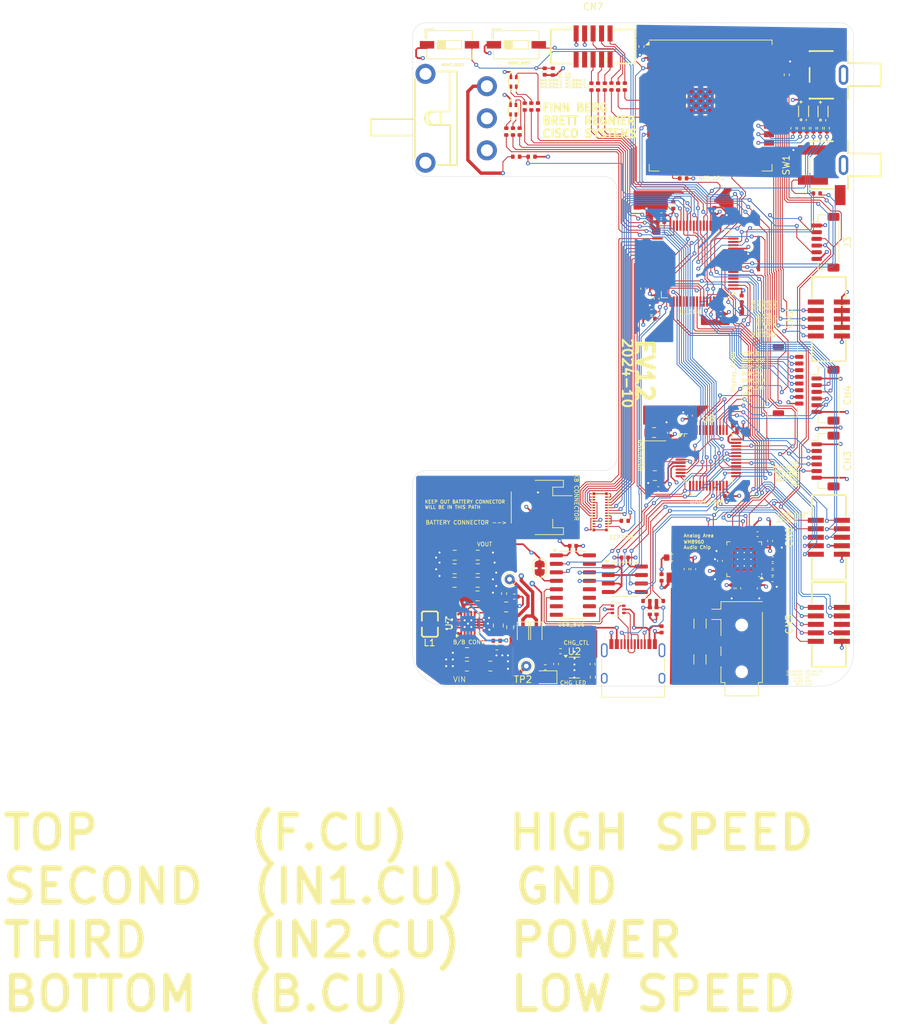
<source format=kicad_pcb>
(kicad_pcb (version 20240108) (generator "pcbnew") (generator_version "8.0")
  (title_block (title "Hactar PCB - Finn Berg, Brett Regnier") (date "2024-11-01") (rev "EV12") (company "CISCO SYSTEMS INC"))
  (layers (0 "F.Cu" signal) (1 "In1.Cu" power) (2 "In2.Cu" power) (31 "B.Cu" signal) (34 "B.Paste" user) (35 "F.Paste" user) (36 "B.SilkS" user "B.Silkscreen") (37 "F.SilkS" user "F.Silkscreen") (38 "B.Mask" user) (39 "F.Mask" user) (44 "Edge.Cuts" user))
  (net 0 "")
  (net 1 "+3.3VA")
  (net 2 "+3.3V")
  (net 3 "VBUS")
  (net 4 "GND")
  (net 5 "Net-(U6-LINPUT2)")
  (net 6 "/UI_BOOT0")
  (net 7 "Net-(U7-VIN)")
  (net 8 "Net-(U6-MICBIAS)")
  (net 9 "Net-(U6-HP_R)")
  (net 10 "/MCLK")
  (net 11 "/MGMT_BOOT")
  (net 12 "/MGMT_NRST")
  (net 13 "Net-(U6-HP_L)")
  (net 14 "/MIC_P")
  (net 15 "/LEDA_R")
  (net 16 "Net-(U6-AMID)")
  (net 17 "/DISP_BL")
  (net 18 "/LEDA_G")
  (net 19 "/BATTERY_MON")
  (net 20 "/LEDA_B")
  (net 21 "/KB_COL3")
  (net 22 "/KB_COL4")
  (net 23 "/DISP_DC")
  (net 24 "/DISP_CS")
  (net 25 "/KB_ROW5")
  (net 26 "/KB_ROW1")
  (net 27 "/KB_ROW2")
  (net 28 "/KB_ROW3")
  (net 29 "/KB_ROW4")
  (net 30 "/KB_ROW6")
  (net 31 "/KB_ROW7")
  (net 32 "/LEDB_R")
  (net 33 "/LEDB_G")
  (net 34 "Net-(U7-VAUX)")
  (net 35 "Net-(J9-CC1)")
  (net 37 "Net-(J9-CC2)")
  (net 39 "/LEDB_B")
  (net 42 "/HP_R")
  (net 43 "/HP_L")
  (net 44 "/KB_COL5")
  (net 45 "/KB_COL2")
  (net 46 "/MIC_N")
  (net 47 "Net-(U11-IO46)")
  (net 48 "/KB_COL1")
  (net 49 "Net-(CN7-Pin_5)")
  (net 50 "Net-(U7-FB)")
  (net 51 "/NET_LED_B")
  (net 52 "/NET_LED_G")
  (net 56 "/USB_DTR")
  (net 57 "/USB_RTS")
  (net 59 "/NET_LED_R")
  (net 65 "/NET_STAT")
  (net 68 "/NET_BOOT")
  (net 69 "Net-(U7-L1)")
  (net 70 "/MGMT_SWDIO")
  (net 71 "/MGMT_SWCLK")
  (net 72 "/I2S_DACLRC")
  (net 73 "Net-(D1-A)")
  (net 74 "/UI_BOOT1")
  (net 75 "Net-(U2-TS)")
  (net 76 "/I2S_BCLK")
  (net 77 "/I2S_ADCDAT")
  (net 78 "Net-(U7-L2)")
  (net 81 "/I2S_DACDAT")
  (net 82 "/USB_TX1_MGMT")
  (net 83 "/USB_RX1_MGMT")
  (net 97 "/KB_LED")
  (net 100 "Net-(D2-A)")
  (net 101 "Net-(U7-EN)")
  (net 102 "Net-(U1-VCAP_1)")
  (net 103 "Net-(U1-VCAP_2)")
  (net 104 "Net-(U2-ISET)")
  (net 105 "/NET_TX1_MGMT")
  (net 106 "/NET_RX1_MGMT")
  (net 109 "/PTT_BTN")
  (net 110 "/PTT_AI_BTN")
  (net 111 "/SPI1_CLK")
  (net 112 "/SPI1_MOSI")
  (net 113 "Net-(U1-PC0)")
  (net 114 "Net-(U6-LINPUT1)")
  (net 116 "Net-(U1-PC1)")
  (net 117 "Net-(CN7-Pin_9)")
  (net 118 "/NET_MTDI")
  (net 119 "/NET_MTCK")
  (net 120 "/NET_MTDO")
  (net 121 "/NET_MTMS")
  (net 129 "unconnected-(U8-PA12-Pad33)")
  (net 131 "/RCC_OSC_IN")
  (net 132 "/RCC_OSC_OUT")
  (net 136 "Net-(U1-PB10)")
  (net 137 "Net-(CN7-Pin_7)")
  (net 138 "/NET_NRST")
  (net 139 "Net-(D3---Pad1)")
  (net 140 "Net-(D3---Pad3)")
  (net 141 "Net-(D3---Pad4)")
  (net 142 "Net-(D4---Pad3)")
  (net 143 "Net-(D4---Pad4)")
  (net 144 "Net-(D4---Pad1)")
  (net 145 "Net-(D5---Pad3)")
  (net 146 "Net-(D5---Pad4)")
  (net 147 "Net-(D5---Pad1)")
  (net 148 "Net-(D7---Pad4)")
  (net 149 "Net-(D7---Pad1)")
  (net 150 "Net-(D7---Pad3)")
  (net 151 "Net-(D2-K)")
  (net 152 "Net-(D1-K)")
  (net 153 "/USB_CC2_DETECT")
  (net 154 "/USB_CC1_DETECT")
  (net 155 "/DISP_RST")
  (net 156 "/Wake up Pin")
  (net 159 "/NET_DEBUG_3")
  (net 160 "/NET_DEBUG_2")
  (net 161 "/NET_DEBUG_1")
  (net 165 "Net-(CN7-Pin_10)")
  (net 166 "Net-(CN7-Pin_8)")
  (net 168 "Net-(CN7-Pin_6)")
  (net 169 "Net-(J9-D--PadA7)")
  (net 170 "Net-(J9-D+-PadA6)")
  (net 171 "Net-(U7-PG)")
  (net 175 "/UI_NRST")
  (net 176 "/UI_SWCLK")
  (net 177 "/UI_SWDIO")
  (net 178 "/UI_SCL")
  (net 179 "/UI_SDA")
  (net 180 "/UI_TX2_NET")
  (net 181 "/UI_TX1_MGMT")
  (net 182 "/UI_RX2_NET")
  (net 183 "/UI_RX1_MGMT")
  (net 184 "/UI_LED_B")
  (net 185 "/UI_LED_G")
  (net 186 "/UI_LED_R")
  (net 187 "/UI_DEBUG_1")
  (net 188 "/UI_DEBUG_2")
  (net 189 "/UI_DEBUG_3")
  (net 190 "/UI_STAT")
  (net 192 "Net-(U3-UD-)")
  (net 193 "Net-(U3-UD+)")
  (net 199 "GNDA")
  (net 200 "/KB_MIC")
  (net 202 "Net-(JP3-A)")
  (net 203 "Net-(SW6-C)")
  (footprint "TestPoint:TestPoint_THTPad_D1.5mm_Drill0.7mm" (layer "F.Cu") (at 128.51 129.29)
    (property "Reference" "TP1" (hide yes))
    (property "Value" "TestPoint")
  )
  (footprint "Capacitor_SMD:C_0805_2012Metric" (layer "F.Cu") (at 120.28 125.69 180)
    (property "Reference" "C45" (hide yes))
    (property "Value" "10u" (hide yes))
  )
  (footprint "Capacitor_SMD:C_0402_1005Metric" (layer "F.Cu") (at 150.51 87.27 -90)
    (property "Reference" "C13" (hide yes))
    (property "Value" "100n" (hide yes))
  )
  (footprint "Resistor_SMD:R_0402_1005Metric" (layer "F.Cu") (at 141.76 55.55 90)
    (property "Reference" "R40" (hide yes))
    (property "Value" "1k0")
  )
  (footprint "Capacitor_SMD:C_0402_1005Metric" (layer "F.Cu") (at 151.26 136.79 -90)
    (property "Reference" "C1" (hide yes))
    (property "Value" "10u" (hide yes))
  )
  (footprint "Capacitor_SMD:C_0805_2012Metric" (layer "F.Cu") (at 126.81 136.21 -90)
    (property "Reference" "C40" (hide yes))
    (property "Value" "100n" (hide yes))
  )
  (footprint "Resistor_SMD:R_0402_1005Metric" (layer "F.Cu") (at 142.76 55.55 90)
    (property "Reference" "R41" (hide yes))
    (property "Value" "1k0")
  )
  (footprint "Capacitor_SMD:C_0402_1005Metric" (layer "F.Cu") (at 148.51 85.79 90)
    (property "Reference" "C19" (hide yes))
    (property "Value" "2u2" (hide yes))
  )
  (footprint "Capacitor_SMD:C_0805_2012Metric" (layer "F.Cu") (at 125.63 142.28)
    (property "Reference" "C39" (hide yes))
    (property "Value" "10u" (hide yes))
  )
  (footprint "Resistor_SMD:R_0402_1005Metric" (layer "F.Cu") (at 144.76 55.55 90)
    (property "Reference" "R37" (hide yes))
    (property "Value" "1k0")
  )
  (footprint "Resistor_SMD:R_0402_1005Metric" (layer "F.Cu") (at 126.59 139.48 180)
    (property "Reference" "R1" (hide yes))
    (property "Value" "100k" (hide yes))
  )
  (footprint "Capacitor_SMD:C_0805_2012Metric" (layer "F.Cu") (at 122.12 142.29 180)
    (property "Reference" "C38" (hide yes))
    (property "Value" "10u" (hide yes))
  )
  (footprint "Resistor_SMD:R_0402_1005Metric" (layer "F.Cu") (at 129.22 131.88 180)
    (property "Reference" "R20" (hide yes))
    (property "Value" "64k9" (hide yes))
  )
  (footprint "Capacitor_SMD:C_0805_2012Metric" (layer "F.Cu") (at 123.7 131.78)
    (property "Reference" "C42" (hide yes))
    (property "Value" "100n" (hide yes))
  )
  (footprint "Capacitor_SMD:C_0402_1005Metric" (layer "F.Cu") (at 151.232428 74.800773 180)
    (property "Reference" "C14" (hide yes))
    (property "Value" "100n" (hide yes))
  )
  (footprint "Capacitor_SMD:C_0805_2012Metric" (layer "F.Cu") (at 150.145 107.3275 180)
    (property "Reference" "C4" (hide yes))
    (property "Value" "33p" (hide yes))
  )
  (footprint "Capacitor_SMD:C_0402_1005Metric" (layer "F.Cu") (at 161.76 130.64 -90)
    (property "Reference" "C3" (hide yes))
    (property "Value" "4u7" (hide yes))
  )
  (footprint "Resistor_SMD:R_0402_1005Metric" (layer "F.Cu") (at 153.01 73.28 90)
    (property "Reference" "R5" (hide yes))
    (property "Value" "4k7" (hide yes))
  )
  (footprint "Resistor_SMD:R_0402_1005Metric" (layer "F.Cu") (at 134.976205 53.312585 90)
    (property "Reference" "R10" (hide yes))
    (property "Value" "4k7" (hide yes))
  )
  (footprint "Resistor_SMD:R_0402_1005Metric" (layer "F.Cu") (at 131.797668 66.04 180)
    (property "Reference" "R35" (hide yes))
    (property "Value" "3k0")
  )
  (footprint "TestPoint:TestPoint_THTPad_D1.5mm_Drill0.7mm" (layer "F.Cu") (at 131.01 142.29)
    (property "Reference" "TP2")
    (property "Value" "TestPoint")
  )
  (footprint "Connector_JST:JST_SHL_SM08B-SHLS-TF_1x08-1MP_P1.00mm_Horizontal" (layer "F.Cu") (at 170.21 99.49 -90)
    (property "Reference" "J10" (hide yes))
    (property "Value" "Conn_01x08_Socket" (hide yes))
  )
  (footprint "Hactar_Footprints:BM14B(0.B)-24DS-0.4V(53)" (layer "F.Cu") (at 143.272653 122.161432 90)
    (property "Reference" "U13" (hide yes))
    (property "Value" "BM14B(0.8)-24DS-0.4V(53)" (hide yes))
  )
  (footprint "Package_QFP:LQFP-64_10x10mm_P0.5mm" (layer "F.Cu") (at 156.335 82.04 180)
    (property "Reference" "U1" (hide yes))
    (property "Value" "STM32F405RGTx" (hide yes))
  )
  (footprint "Resistor_SMD:R_0402_1005Metric" (layer "F.Cu") (at 151.01 132.54 180)
    (property "Reference" "R33" (hide yes))
    (property "Value" "1k0")
  )
  (footprint "Hactar_Footprints:IDC-SMD_10P-P1.27_X1270WVS-2X05B-6TV01" (layer "F.Cu") (at 141.01 49.54)
    (property "Reference" "CN7")
    (property "Value" "Conn_02x05_Male")
  )
  (footprint "Capacitor_SMD:C_0402_1005Metric" (layer "F.Cu") (at 167.51 123.56 -90)
    (property "Reference" "C16" (hide yes))
    (property "Value" "100n" (hide yes))
  )
  (footprint "Connector_JST:JST_PH_S2B-PH-SM4-TB_1x02-1MP_P2.00mm_Horizontal" (layer "F.Cu") (at 133.26 118.54 -90)
    (property "Reference" "J1" (hide yes))
    (property "Value" "Conn_01x02_Socket" (hide yes))
  )
  (footprint "Diode_SMD:D_0805_2012Metric" (layer "F.Cu") (at 133.908901 143.951263 180)
    (property "Reference" "D1" (hide yes))
    (property "Value" "LED" (hide yes))
  )
  (footprint "NetTie:NetTie-4_SMD_Pad0.5mm" (layer "F.Cu") (at 152.76 129.04)
    (property "Reference" "NT1" (hide yes))
    (property "Value" "NetTie_4" (hide yes))
  )
  (footprint "Capacitor_SMD:C_0805_2012Metric" (layer "F.Cu") (at 123.74 127.71)
    (property "Reference" "C48" (hide yes))
    (property "Value" "10u" (hide yes))
  )
  (footprint "Connector_JST:JST_SH_BM06B-SRSS-TB_1x06-1MP_P1.00mm_Vertical" (layer "F.Cu") (at 175.81 111.59 -90)
    (property "Reference" "CN3")
    (property "Value" "Conn_01x06_Female")
  )
  (footprint "Inductor_SMD:L_0603_1608Metric" (layer "F.Cu") (at 152.7975 126.04)
    (property "Reference" "L2" (hide yes))
    (property "Value" "120R1" (hide yes))
  )
  (footprint "Package_TO_SOT_SMD:SOT-23-6" (layer "F.Cu") (at 138.216401 142.501263)
    (property "Reference" "U2")
    (property "Value" "BQ21040DBV")
  )
  (footprint "Resistor_SMD:R_0402_1005Metric" (layer "F.Cu") (at 136.128744 140.052812 180)
    (property "Reference" "R22" (hide yes))
    (property "Value" "10k" (hide yes))
  )
  (footprint "Capacitor_SMD:C_0402_1005Metric" (layer "F.Cu") (at 163.26 87.31 -90)
    (property "Reference" "C56" (hide yes))
    (property "Value" "100n")
  )
  (footprint "Resistor_SMD:R_0402_1005Metric" (layer "F.Cu") (at 172.01 61.79 90)
    (property "Reference" "R17" (hide yes))
    (property "Value" "150R" (hide yes))
  )
  (footprint "Hactar_Footprints:IDC-SMD_10P-P1.27_X1270WVS-2X05B-6TV01" (layer "F.Cu") (at 176.31 123 90)
    (property "Reference" "CN6")
    (property "Value" "Conn_02x05_Male")
  )
  (footprint "Resistor_SMD:R_0402_1005Metric" (layer "F.Cu") (at 132.757326 58.523156 -90)
    (property "Reference" "R13" (hide yes))
    (property "Value" "180" (hide yes))
  )
  (footprint "Resistor_SMD:R_0402_1005Metric" (layer "F.Cu") (at 127.68369 131.419153 90)
    (property "Reference" "R19" (hide yes))
    (property "Value" "360k" (hide yes))
  )
  (footprint "Capacitor_SMD:C_0402_1005Metric" (layer "F.Cu") (at 140.923996 141.977327 -90)
    (property "Reference" "C21" (hide yes))
    (property "Value" "10u")
  )
  (footprint "Resistor_SMD:R_0402_1005Metric" (layer "F.Cu") (at 145.75 120.54 180)
    (property "Reference" "R30" (hide yes))
    (property "Value" "0" (hide yes))
  )
  (footprint "Resistor_SMD:R_0402_1005Metric" (layer "F.Cu") (at 148.26 49.54 -90)
    (property "Reference" "R4" (hide yes))
    (property "Value" "15k" (hide yes))
  )
  (footprint "Resistor_SMD:R_0402_1005Metric" (layer "F.Cu") (at 140.76 55.55 90)
    (property "Reference" "R39" (hide yes))
    (property "Value" "1k0")
  )
  (footprint "Hactar_Footprints:IDC-SMD_10P-P1.27_X1270WVS-2X05B-6TV01" (layer "F.Cu") (at 176.31 136.04 90)
    (property "Reference" "CN5")
    (property "Value" "Conn_02x05_Male")
  )
  (footprint "Jumper:SolderJumper-2_P1.3mm_Bridged_RoundedPad1.0x1.5mm" (layer "F.Cu") (at 133.01 127.64 90)
    (property "Reference" "JP3" (hide yes))
    (property "Value" "SolderJumper_2_Bridged")
  )
  (footprint "Resistor_SMD:R_0402_1005Metric" (layer "F.Cu") (at 149 132.54)
    (property "Reference" "R31" (hide yes))
    (property "Value" "1k0")
  )
  (footprint "Capacitor_SMD:C_0402_1005Metric" (layer "F.Cu") (at 156.01 127.77 -90)
    (property "Reference" "C8" (hide yes))
    (property "Value" "10n" (hide yes))
  )
  (footprint "Capacitor_SMD:C_0805_2012Metric" (layer "F.Cu") (at 123.73 125.68)
    (property "Reference" "C46" (hide yes))
    (property "Value" "10u" (hide yes))
  )
  (footprint "Resistor_SMD:R_0402_1005Metric" (layer "F.Cu") (at 133.843901 142.464222 180)
    (property "Reference" "R27" (hide yes))
    (property "Value" "1k5" (hide yes))
  )
  (footprint "Resistor_SMD:R_0402_1005Metric" (layer "F.Cu") (at 128.013933 62.279493 -90)
    (property "Reference" "R12" (hide yes))
    (property "Value" "150R" (hide yes))
  )
  (footprint "Resistor_SMD:R_0402_1005Metric" (layer "F.Cu") (at 129.01 62.28 -90)
    (property "Reference" "R11" (hide yes))
    (property "Value" "150R" (hide yes))
  )
  (footprint "Capacitor_SMD:C_0402_1005Metric" (layer "F.Cu") (at 151.188244 75.798099)
    (property "Reference" "C17" (hide yes))
    (property "Value" "2u2" (hide yes))
  )
  (footprint "Button_Switch_SMD:SW_DIP_SPSTx01_Slide_6.7x4.1mm_W6.73mm_P2.54mm_LowProfile_JPin" (layer "F.Cu") (at 129.51 49.29)
    (property "Reference" "SW5" (hide yes))
    (property "Value" "SW_Push" (hide yes))
  )
  (footprint "Hactar_Footprints:KEY-SMD_2P-L7.1-W10.6-P4.00-LS9.0" (layer "F.Cu") (at 176.22 53.79 90)
    (property "Reference" "SW3" (hide yes))
    (property "Value" "TS-1037-A11B3-D2")
  )
  (footprint "Resistor_SMD:R_0402_1005Metric" (layer "F.Cu") (at 130.010891 62.275114 -90)
    (property "Reference" "R6" (hide yes))
    (property "Value" "180" (hide yes))
  )
  (footprint "Hactar_Footprints:LED-ARRAY-SMD_4P-L1.6-W1.5-TL_NH-B1515RGBA" (layer "F.Cu") (at 172.530133 59.248014 90)
    (property "Reference" "D5" (hide yes))
    (property "Value" "NH-B1515RGBA-HF")
  )
  (footprint "Resistor_SMD:R_0402_1005Metric" (layer "F.Cu") (at 170.01 53.78 90)
    (property "Reference" "R29" (hide yes))
    (property "Value" "1k0")
  )
  (footprint "Resistor_SMD:R_0402_1005Metric" (layer "F.Cu") (at 173.01 61.78 90)
    (property "Reference" "R16" (hide yes))
    (property "Value" "180R" (hide yes))
  )
  (footprint "NetTie:NetTie-2_SMD_Pad0.5mm" (layer "F.Cu") (at 169.26 125.79 90)
    (property "Reference" "JP1" (hide yes))
    (property "Value" "SolderJumper_2_Bridged" (hide yes))
  )
  (footprint "Capacitor_SMD:C_1206_3216Metric" (layer "F.Cu") (at 157.01 141.29 90)
    (property "Reference" "C29" (hide yes))
    (property "Value" "100u" (hide yes))
  )
  (footprint "Resistor_SMD:R_0402_1005Metric" (layer "F.Cu") (at 126.58 138.49)
    (property "Reference" "R21" (hide yes))
    (property "Value" "100k" (hide yes))
  )
  (footprint "Diode_SMD:D_SOD-323" (layer "F.Cu") (at 130.51 137.29 -90)
    (property "Reference" "D2" (hide yes))
    (property "Value" "1N5819WS")
  )
  (footprint "Capacitor_SMD:C_0402_1005Metric" (layer "F.Cu") (at 151.26 129.02 -90)
    (property "Reference" "C10" (hide yes))
    (property "Value" "1u" (hide yes))
  )
  (footprint "Resistor_SMD:R_0402_1005Metric" (layer "F.Cu") (at 175.01 61.78 90)
    (property "Reference" "R25" (hide yes))
    (property "Value" "150R" (hide yes))
  )
  (footprint "Resistor_SMD:R_0402_1005Metric" (layer "F.Cu") (at 145.76 55.54 90)
    (property "Reference" "R38" (hide yes))
    (property "Value" "1k0")
  )
  (footprint "Capacitor_SMD:C_0402_1005Metric" (layer "F.Cu") (at 133.76 53.29 90)
    (property "Reference" "C36" (hide yes))
    (property "Value" "100n" (hide yes))
  )
  (footprint "Capacitor_SMD:C_0402_1005Metric" (layer "F.Cu") (at 145.76 126.04)
    (property "Reference" "C20" (hide yes))
    (property "Value" "100n")
  )
  (footprint "Capacitor_SMD:C_0402_1005Metric" (layer "F.Cu") (at 150.78 115.79 180)
    (property "Reference" "C35" (hide yes))
    (property "Value" "100n" (hide yes))
  )
  (footprint "Capacitor_SMD:C_0402_1005Metric" (layer "F.Cu") (at 160.116702 89.573525 180)
    (property "Reference" "C12" (hide yes))
    (property "Value" "100n" (hide yes))
  )
  (footprint "Resistor_SMD:R_0402_1005Metric" (layer "F.Cu") (at 171.01 61.78 90)
    (property "Reference" "R18" (hide yes))
    (property "Value" "150R" (hide yes))
  )
  (footprint "Capacitor_SMD:C_0402_1005Metric" (layer "F.Cu") (at 161.224411 116.836126)
    (property "Reference" "C25" (hide yes))
    (property "Value" "100n" (hide yes))
  )
  (footprint "Resistor_SMD:R_0402_1005Metric" (layer "F.Cu") (at 154.5 69.29)
    (property "Reference" "R32" (hide yes))
    (property "Value" "4k7" (hide yes))
  )
  (footprint "Hactar_Footprints:LED-ARRAY-SMD_4P-L1.6-W1.5-TL_NH-B1515RGBA" (layer "F.Cu") (at 129.11 54.84 90)
    (property "Reference" "D4" (hide yes))
    (property "Value" "NH-B1515RGBA-HF")
  )
  (footprint "Capacitor_SMD:C_0402_1005Metric" (layer "F.Cu") (at 165.6275 122.54 180)
    (property "Reference" "C15" (hide yes))
    (property "Value" "100n" (hide yes))
  )
  (footprint "Hactar_Footprints:IDC-SMD_10P-P1.27_X1270WVS-2X05B-6TV01" (layer "F.Cu") (at 176.31 90.33 90)
    (property "Reference" "CN2")
    (property "Value" "Conn_05x02_Female")
  )
  (footprint "Resistor_SMD:R_0402_1005Metric" (layer "F.Cu") (at 130.765095 58.531837 -90)
    (property "Reference" "R15" (hide yes))
    (property "Value" "150R" (hide yes))
  )
  (footprint "Package_DFN_QFN:QFN-32-1EP_5x5mm_P0.5mm_EP3.45x3.45mm_ThermalVias" (layer "F.Cu") (at 163.6475 126.29 180)
    (property "Reference" "U6" (hide yes))
    (property "Value" "WM8960CGEFL/RV")
  )
  (footprint "Capacitor_SMD:C_0805_2012Metric" (layer "F.Cu") (at 150.26 113.7775)
    (property "Reference" "C23" (hide yes))
    (property "Value" "33p" (hide yes))
  )
  (footprint "Resistor_SMD:R_0402_1005Metric" (layer "F.Cu") (at 167.8975 128.29 180)
    (property "Reference" "R9" (hide yes))
    (property "Value" "2k2" (hide yes))
  )
  (footprint "Resistor_SMD:R_0402_1005Metric" (layer "F.Cu") (at 131.76 58.53 -90)
    (property "Reference" "R14" (hide yes))
    (property "Value" "150" (hide yes))
  )
  (footprint "Capacitor_SMD:C_1206_3216Metric" (layer "F.Cu") (at 157.024831 135.922413 90)
    (property "Reference" "C30" (hide yes))
    (property "Value" "100u" (hide yes))
  )
  (footprint "Button_Switch_SMD:SW_DIP_SPSTx01_Slide_6.7x4.1mm_W6.73mm_P2.54mm_LowProfile_JPin" (layer "F.Cu") (at 119.51 49.29)
    (property "Reference" "SW4" (hide yes))
    (property "Value" "SW_Push" (hide yes))
  )
  (footprint "Resistor_SMD:R_0402_1005Metric" (layer "F.Cu") (at 174.5 71.54 180)
    (property "Reference" "R28" (hide yes))
    (property "Value" "1k0")
  )
  (footprint "Diode_SMD:D_SOD-323" (layer "F.Cu") (at 132.51 137.29 -90)
    (property "Reference" "D6" (hide yes))
    (property "Value" "1N5819WS" (hide yes))
  )
  (footprint "Package_SO:SOIC-16_3.9x9.9mm_P1.27mm" (layer "F.Cu") (at 137.985 130.155)
    (property "Reference" "U3" (hide yes))
    (property "Value" "CH340C" (hide yes))
  )
  (footprint "Resistor_SMD:R_0402_1005Metric" (layer "F.Cu") (at 176.01 61.78 90)
    (property "Reference" "R23" (hide yes))
    (property "Value" "180R" (hide yes))
  )
  (footprint "Resistor_SMD:R_0402_1005Metric" (layer "F.Cu") (at 149.51 134.04 90)
    (property "Reference" "R3" (hide yes))
    (property "Value" "5k1")
  )
  (footprint "Connector_JST:JST_SH_BM06B-SRSS-TB_1x06-1MP_P1.00mm_Vertical" (layer "F.Cu") (at 175.81 78.84 -90)
    (property "Reference" "J3")
    (property "Value" "Conn_01x06_Socket")
  )
  (footprint "Capacitor_SMD:C_0402_1005Metric" (layer "F.Cu") (at 163.025 107.32)
    (property "Reference" "C34" (hide yes))
    (property "Value" "100n" (hide yes))
  )
  (footprint "Hactar_Footprints:SW-TH_SS-12D11G5R" (layer "F.Cu") (at 120.51 60.29 90)
    (property "Reference" "SW6" (hide yes))
    (property "Value" "SW_SPDT")
  )
  (footprint "Connector_JST:JST_SH_BM06B-SRSS-TB_1x06-1MP_P1.00mm_Vertical" (layer "F.Cu") (at 175.81 101.74 -90)
    (property "Reference" "CN4")
    (property "Value" "Conn_01x06_Female")
  )
  (footprint "Connector_Audio:Jack_3.5mm_PJ320D_Horizontal" (layer "F.Cu") (at 163.26 138.365 90)
    (property "Reference" "J2" (hide yes))
    (property "Value" "AudioJack1")
  )
  (footprint "Hactar_Footprints:MCL2016A1R0MT" (layer "F.Cu") (at 116.575327 136.000688 90)
    (property "Reference" "L1")
    (property "Value" "1uH")
  )
  (footprint "Resistor_SMD:R_0402_1005Metric" (layer "F.Cu") (at 143.76 55.53 90)
    (property "Reference" "R36" (hide yes))
    (property "Value" "1k0")
  )
  (footprint "Hactar_Footprints:LED-ARRAY-SMD_4P-L1.6-W1.5-TL_NH-B1515RGBA" (layer "F.Cu") (at 175.441816 59.284632 90)
    (property "Reference" "D7" (hide yes))
    (property "Value" "NH-B1515RGBA-HF")
  )
  (footprint "Capacitor_SMD:C_0402_1005Metric" (layer "F.Cu") (at 167.8975 127.29)
    (property "Reference" "C18" (hide yes))
    (property "Value" "1u" (hide yes))
  )
  (footprint "Resistor_SMD:R_0402_1005Metric" (layer "F.Cu") (at 149.75 90.29)
    (property "Reference" "R8" (hide yes))
    (property "Value" "1k5")
  )
  (footprint "Hactar_Footprints:LED-ARRAY-SMD_4P-L1.6-W1.5-TL_NH-B1515RGBA" (layer "F.Cu") (at 129.053691 59.00382 90)
    (property "Reference" "D3" (hide yes))
    (property "Value" "NH-B1515RGBA-HF")
  )
  (footprint "Capacitor_SMD:C_0402_1005Metric" (layer "F.Cu") (at 135.471401 141.971263 90)
    (property "Reference" "C2" (hide yes))
    (property "Value" "10u" (hide yes))
  )
  (footprint "Capacitor_SMD:C_0402_1005Metric" (layer "F.Cu") (at 160.01 126.52 90)
    (property "Reference" "C6" (hide yes))
    (property "Value" "4u7" (hide yes))
  )
  (footprint "Resistor_SMD:R_0402_1005Metric" (layer "F.Cu") (at 129.5 66.04 180)
    (property "Reference" "R34" (hide yes))
    (property "Value" "1k0")
  )
  (footprint "Resistor_SMD:R_0402_1005Metric" (layer "F.Cu") (at 149.75 89.29)
    (property "Reference" "R7" (hide yes))
    (property "Value" "1k5")
  )
  (footprint "Capacitor_SMD:C_0805_2012Metric" (layer "F.Cu") (at 127.99 133.43)
    (property "Reference" "C41" (hide yes))
    (property "Value" "2p2" (hide yes))
  )
  (footprint "RF_Module:ESP32-S3-WROOM-1U" (layer "F.Cu") (at 158.61 58.38)
    (property "Reference" "U11" (hide yes))
    (property "Value" "ESP32-S3-WROOM-1-N8R2" (hide yes))
  )
  (footprint "Resistor_SMD:R_0402_1005Metric" (layer "F.Cu") (at 140.971401 143.941263 90)
    (property "Reference" "R26" (hide yes))
    (property "Value" "680" (hide yes))
  )
  (footprint "Capacitor_SMD:C_0402_1005Metric" (layer "F.Cu") (at 165.95 130.64 90)
    (property "Reference" "C7" (hide yes))
    (property "Value" "100n" (hide yes))
  )
  (footprint "Capacitor_SMD:C_0402_1005Metric" (layer "F.Cu") (at 137.99 124.29 180)
    (property "Reference" "C32" (hide yes))
    (property "Value" "100n" (hide yes))
  )
  (footprint "Capacitor_SMD:C_0402_1005Metric" (layer "F.Cu") (at 162.76 130.64 -90)
    (property "Reference" "C31" (hide yes))
    (property "Value" "4.7u" (hide yes))
  )
  (footprint "Capacitor_SMD:C_0805_2012Metric" (layer "F.Cu") (at 120.26 129.75 180)
    (property "Reference" "C43" (hide yes))
    (property "Value" "10u" (hide yes))
  )
  (footprint "Capacitor_SMD:C_0402_1005Metric" (layer "F.Cu") (at 155.01 127.77 -90)
    (property "Reference" "C9" (hide yes))
    (property "Value" "1u" (hide yes))
  )
  (footprint "Capacitor_SMD:C_0402_1005Metric" (layer "F.Cu") (at 152.51475 107.358126 -90)
    (property "Reference" "C24" (hide yes))
    (property "Value" "100n" (hide yes))
  )
  (footprint "Resistor_SMD:R_0603_1608Metric" (layer "F.Cu") (at 128.606346 136.465 -90)
    (property "Reference" "R42" (hide yes))
    (property "Value" "0R1")
  )
  (footprint "Capacitor_SMD:C_0402_1005Metric" (layer "F.Cu") (at 167.9175 126.29)
    (property "Reference" "C5" (hide yes))
    (property "Value" "1u" (hide yes))
  )
  (footprint "Connector_USB:USB_C_Receptacle_HRO_TYPE-C-31-M-12" (layer "F.Cu") (at 147 143.046)
    (property "Reference" "J9" (hide yes))
    (property "Value" "USB_C_Receptacle")
  )
  (footprint "Capacitor_SMD:C_0402_1005Metric" (layer "F.Cu") (at 159.155877 74.163435 90)
    (property "Reference" "C11" (hide yes))
    (property "Value" "100n" (hide yes))
  )
  (footprint "Package_QFP:LQFP-48_7x7mm_P0.5mm" (layer "F.Cu") (at 158.271133 111.117932)
    (property "Reference" "U8")
    (property "Value" "STM32F072CBTx")
  )
  (footprint "Package_TO_SOT_SMD:SOT-666" (layer "F.Cu") (at 144.76 133.79)
    (property "Reference" "U4" (hide yes))
    (property "Value" "USBLC6-2P6" (hide yes))
  )
  (footprint "Capacitor_SMD:C_0805_2012Metric" (layer "F.Cu") (at 122.14 140.26 180)
    (property "Reference" "C37" (hide yes))
    (property "Value" "100n" (hide yes))
  )
  (footprint "Capacitor_SMD:C_0402_1005Metric" (layer "F.Cu") (at 167.8775 129.29)
    (property "Reference" "C28" (hide yes))
    (property "Value" "4.7u" (hide yes))
  )
  (footprint "Package_SON:Texas_S-PWSON-N10_ThermalVias" (layer "F.Cu") (at 122.27 135.93 90)
    (property "Reference" "U7")
    (property "Value" "TPS63060")
  )
  (footprint "Capacitor_SMD:C_0805_2012Metric" (layer "F.Cu") (at 123.73 129.74)
    (property "Reference" "C47" (hide yes))
    (property "Value" "10u" (hide yes))
  )
  (footprint "Hactar_Footprints:KEY-SMD_2P-L7.1-W10.6-P4.00-LS9.0" (layer "F.Cu") (at 176.22 67.29 90)
    (property "Reference" "SW1")
    (property "Value" "TS-1037-A11B3-D2")
  )
  (footprint "Capacitor_SMD:C_0805_2012Metric" (layer "F.Cu") (at 120.27 127.72 180)
    (property "Reference" "C44" (hide yes))
    (property "Value" "10u" (hide yes))
  )
  (footprint "Resistor_SMD:R_0402_1005Metric" (layer "F.Cu") (at 150.51 134.03 90)
    (property "Reference" "R2" (hide yes))
    (property "Value" "5k1")
  )
  (footprint "Capacitor_SMD:C_0402_1005Metric" (layer "F.Cu") (at 155.51 104.79 -90)
    (property "Reference" "C26" (hide yes))
    (property "Value" "100n" (hide yes))
  )
  (footprint "Package_SO:SOIC-8_3.9x4.9mm_P1.27mm" (layer "F.Cu") (at 145.76 129.29)
    (property "Reference" "U5" (hide yes))
    (property "Value" "M24C02-RMN6TP")
  )
  (footprint "Resistor_SMD:R_0402_1005Metric" (layer "F.Cu") (at 174.01 61.78 90)
    (property "Reference" "R24" (hide yes))
    (property "Value" "150R" (hide yes))
  )
  (footprint "Crystal:Crystal_SMD_3225-4Pin_3.2x2.5mm" (layer "F.Cu") (at 150.26 110.5775 -90)
    (property "Reference" "Y1" (hide yes))
    (property "Value" "Crystal_GND24" (hide yes))
  )
  (gr_arc (start 142.6 69) (mid 144.014214 69.585786) (end 144.6 71) (stroke (width 0.05)) (layer "Edge.Cuts"))
  (gr_arc (start 178 46) (mid 179.414214 46.585786) (end 180 48) (stroke (width 0.05)) (layer "Edge.Cuts"))
  (gr_line (start 178 46) (end 116 46) (stroke (width 0.05)) (layer "Edge.Cuts"))
  (gr_arc (start 119 145.3) (mid 115.464466 143.835534) (end 114 140.3) (stroke (width 0.05)) (layer "Edge.Cuts"))
  (gr_line (start 144.6 71) (end 144.6 111) (stroke (width 0.05)) (layer "Edge.Cuts"))
  (gr_arc (start 180 140.3) (mid 178.535534 143.835534) (end 175 145.3) (stroke (width 0.05)) (layer "Edge.Cuts"))
  (gr_line (start 116 69) (end 142.6 69) (stroke (width 0.05)) (layer "Edge.Cuts"))
  (gr_arc (start 114 115) (mid 114.585785 113.585785) (end 116 113) (stroke (width 0.05)) (layer "Edge.Cuts"))
  (gr_arc (start 144.6 111) (mid 144.014214 112.414214) (end 142.6 113) (stroke (width 0.05)) (layer "Edge.Cuts"))
  (gr_line (start 142.6 113) (end 116 113) (stroke (width 0.05)) (layer "Edge.Cuts"))
  (gr_line (start 180 48) (end 180 140.3) (stroke (width 0.05)) (layer "Edge.Cuts"))
  (gr_line (start 119 145.3) (end 175 145.3) (stroke (width 0.05)) (layer "Edge.Cuts"))
  (gr_arc (start 114 48) (mid 114.585786 46.585786) (end 116 46) (stroke (width 0.05)) (layer "Edge.Cuts"))
  (gr_arc (start 116 69) (mid 114.585786 68.414214) (end 114 67) (stroke (width 0.05)) (layer "Edge.Cuts"))
  (gr_line (start 114 115) (end 114 140.3) (stroke (width 0.05)) (layer "Edge.Cuts"))
  (gr_line (start 114 48) (end 114 67) (stroke (width 0.05)) (layer "Edge.Cuts"))
  (gr_text "VIN" (at 121.01 144.29 0) (layer "F.SilkS") (effects (font (size 0.8 0.8) (thickness 0.1))))
  (gr_text "FINN BERG\nBRETT REGNIER\nCISCO SYSTEMS" (at 133.26 63.29 0) (layer "F.SilkS") (effects (font (size 1.2 1.2) (thickness 0.3) (bold yes)) (justify left bottom)))
  (gr_text "GND" (at 163.92 101.51 0) (layer "F.SilkS") (effects (font (size 0.5 0.5) (thickness 0.1))))
  (gr_text "NC" (at 135.76 53.79 0) (layer "F.SilkS") (effects (font (size 0.3 0.3) (thickness 0.075) (bold yes)) (justify left bottom)))
  (gr_text "KEEP OUT BATTERY CONNECTOR \nWILL BE IN THIS PATH" (at 115.76 118.79 0) (layer "F.SilkS") (effects (font (size 0.5 0.5) (thickness 0.1) (bold yes)) (justify left bottom)))
  (gr_text "DISP_DC" (at 164.8 97.56 0) (layer "F.SilkS") (effects (font (size 0.5 0.5) (thickness 0.1))))
  (gr_text "USB_TX1_MGMT\nUI_RX2_NET\nUI_TX2_NET\nGND\n3.3V" (at 171.01 120.04 0) (layer "F.SilkS") (effects (font (size 0.2 0.2) (thickness 0.05) (bold yes)) (justify left)))
  (gr_text "OSCILATOR" (at 148.105 110.75 -90) (layer "F.SilkS") (effects (font (size 0.6 0.6) (thickness 0.1))))
  (gr_text "I2S_DACLRC\nI2S_BCLK\nNC\nGND\n3.3V" (at 172.76 144.04 0) (layer "F.SilkS") (effects (font (size 0.3 0.3) (thickness 0.05) (bold yes)) (justify left)))
  (gr_text "MAIN_DEBUG_2" (at 133.01 55.29 0) (layer "F.SilkS") (effects (font (size 0.3 0.3) (thickness 0.075) (bold yes)) (justify left bottom)))
  (gr_text "NET_DEBUG_2" (at 136.76 55.29 0) (layer "F.SilkS") (effects (font (size 0.3 0.3) (thickness 0.075) (bold yes)) (justify left bottom)))
  (gr_text "USB_BUS" (at 137.76 136.04 0) (layer "F.SilkS") (effects (font (size 0.6 0.6) (thickness 0.1))))
  (gr_text "Analog Area" (at 154.51 123.04 0) (layer "F.SilkS") (effects (font (size 0.5 0.5) (thickness 0.1) (bold yes)) (justify left bottom)))
  (gr_text "KB CONNECTOR" (at 138.51 117.04 -90) (layer "F.SilkS") (effects (font (size 0.6 0.6) (thickness 0.1))))
  (gr_text "DISP_DIN" (at 164.92 100.6 0) (layer "F.SilkS") (effects (font (size 0.5 0.5) (thickness 0.1))))
  (gr_text "NET_DEBUG_1" (at 136.76 55.79 0) (layer "F.SilkS") (effects (font (size 0.3 0.3) (thickness 0.075) (bold yes)) (justify left bottom)))
  (gr_text "MGMT_BOOT" (at 120.01 52.29 0) (layer "F.SilkS") (effects (font (size 0.4 0.4) (thickness 0.1))))
  (gr_text "WM8960\nAudio Chip" (at 154.51 124.79 0) (layer "F.SilkS") (effects (font (size 0.5 0.5) (thickness 0.1) (bold yes)) (justify left bottom)))
  (gr_text "VOUT" (at 124.76 124.04 0) (layer "F.SilkS") (effects (font (size 0.6 0.6) (thickness 0.1))))
  (gr_text "CHG_CTL" (at 138.51 138.79 0) (layer "F.SilkS") (effects (font (size 0.6 0.6) (thickness 0.1))))
  (gr_text "DISP_CS" (at 164.79 98.52 0) (layer "F.SilkS") (effects (font (size 0.5 0.5) (thickness 0.1))))
  (gr_text "NC        3.3V\nNET_MTMS GND\nNET_MTCK GND\nNET_MTDO GND\nNET_MTDI  GND" (at 168.51 90.29 90) (layer "F.SilkS") (effects (font (size 0.5 0.5) (thickness 0.1) (bold yes)) (justify bottom)))
  (gr_text "3.3V\nMGMT_SWCLK\nMGMT_SWDIO\nMGMT_NRST\nMGMT_BOOT\nGND" (at 171.871595 113.484019 0) (layer "F.SilkS") (effects (font (size 0.4 0.4) (thickness 0.1) (bold yes)) (justify right)))
  (gr_text "MGMT_CHIP" (at 158.01 117.79 0) (layer "F.SilkS") (effects (font (size 0.6 0.6) (thickness 0.1))))
  (gr_text "DISP_BL" (at 164.77 95.51 0) (layer "F.SilkS") (effects (font (size 0.5 0.5) (thickness 0.1))))
  (gr_text "VCC" (at 164.01 102.54 0) (layer "F.SilkS") (effects (font (size 0.6 0.6) (thickness 0.1))))
  (gr_text "EV12" (at 147.26 93.04 270) (layer "F.SilkS") (effects (font (size 2.5 2.5) (thickness 0.625) (bold yes)) (justify left bottom)))
  (gr_text "TOP      (F.CU)    HIGH SPEED\nSECOND  (IN1.CU)  GND\nTHIRD    (IN2.CU)  POWER\nBOTTOM  (B.CU)    LOW SPEED" (at 52.2 179.3 0) (layer "F.SilkS") (effects (font (size 5 5) (thickness 0.9)) (justify left)))
  (gr_text "3.3v" (at 136.76 53.79 0) (layer "F.SilkS") (effects (font (size 0.3 0.3) (thickness 0.075) (bold yes)) (justify left bottom)))
  (gr_text "NET_DEBUG_3" (at 136.76 54.79 0) (layer "F.SilkS") (effects (font (size 0.3 0.3) (thickness 0.075) (bold yes)) (justify left bottom)))
  (gr_text "GND" (at 136.76 54.29 0) (layer "F.SilkS") (effects (font (size 0.3 0.3) (thickness 0.075) (bold yes)) (justify left bottom)))
  (gr_text "BATTERY CONNECTOR -->" (at 122.01 120.79 0) (layer "F.SilkS") (effects (font (size 0.6 0.6) (thickness 0.1))))
  (gr_text "NET_CPU" (at 158.76 69.29 0) (layer "F.SilkS") (effects (font (size 0.6 0.6) (thickness 0.1))))
  (gr_text "B/B CONV" (at 122.37 138.7 0) (layer "F.SilkS") (effects (font (size 0.6 0.6) (thickness 0.1))))
  (gr_text "UI_CPU" (at 155.56 89.27 0) (layer "F.SilkS") (effects (font (size 0.6 0.6) (thickness 0.1))))
  (gr_text "NC" (at 135.76 54.29 0) (layer "F.SilkS") (effects (font (size 0.3 0.3) (thickness 0.075) (bold yes)) (justify left bottom)))
  (gr_text "EEPROM" (at 145.26 123.04 0) (layer "F.SilkS") (effects (font (size 0.6 0.6) (thickness 0.1))))
  (gr_text "2024-10" (at 145.26 93.04 270) (layer "F.SilkS") (effects (font (size 1.5 1.5) (thickness 0.3) (bold yes)) (justify left bottom)))
  (gr_text "I2S_ADCDAT\nI2S_DACDAT\nUI_SCL\nUI_SDA\nMCLK" (at 172.51 144.04 0) (layer "F.SilkS") (effects (font (size 0.3 0.3) (thickness 0.05) (bold yes)) (justify right)))
  (gr_text "DISP_CLK" (at 165.01 99.54 0) (layer "F.SilkS") (effects (font (size 0.5 0.5) (thickness 0.1))))
  (gr_text "CHG_LED" (at 138.01 144.79 0) (layer "F.SilkS") (effects (font (size 0.6 0.6) (thickness 0.1))))
  (gr_text "NET_TX1_MGMT\nNET_RX1_MGMT\nUI_TX1_MGMT\nUI_RX1_MGMT\nUSB_RX1_MGMT" (at 170.76 120.04 0) (layer "F.SilkS") (effects (font (size 0.2 0.2) (thickness 0.05) (bold yes)) (justify right)))
  (gr_text "MAIN_DEBUG_1" (at 133.01 54.79 0) (layer "F.SilkS") (effects (font (size 0.3 0.3) (thickness 0.075) (bold yes)) (justify left bottom)))
  (gr_text "DISP_RST" (at 165 96.56 0) (layer "F.SilkS") (effects (font (size 0.5 0.5) (thickness 0.1))))
  (gr_text "Display_CONN" (at 162.01 98.29 90) (layer "F.SilkS") (effects (font (size 0.6 0.6) (thickness 0.1))))
  (gr_text "MGMT_NRST" (at 130.01 52.04 0) (layer "F.SilkS") (effects (font (size 0.4 0.4) (thickness 0.1))))
  (gr_text "MAIN_DEBUG_3" (at 133.01 55.79 0) (layer "F.SilkS") (effects (font (size 0.3 0.3) (thickness 0.075) (bold yes)) (justify left bottom)))
  (segment (start 165.3975 128.7275) (end 165.3975 129.2375) (width 0.254) (layer "F.Cu") (net 1))
  (segment (start 160.05 127) (end 160.51 126.54) (width 0.254) (layer "F.Cu") (net 1))
  (segment (start 162.3975 129.393694) (end 161.76 130.031194) (width 0.254) (layer "F.Cu") (net 1))
  (segment (start 160.51 126.54) (end 161.21 126.54) (width 0.254) (layer "F.Cu") (net 1))
  (segment (start 164.01 79.79) (end 164.26 79.54) (width 0.254) (layer "F.Cu") (net 1))
  (segment (start 161.01 130.16) (end 161.76 130.16) (width 0.254) (layer "F.Cu") (net 1))
  (segment (start 155.26 126.04) (end 155.51 126.04) (width 0.254) (layer "F.Cu") (net 1))
  (segment (start 153.585 126.04) (end 156.26 126.04) (width 0.254) (layer "F.Cu") (net 1))
  (segment (start 155.01 127.29) (end 155.01 126.29) (width 0.254) (layer "F.Cu") (net 1))
  (segment (start 161.76 130.031194) (end 161.76 130.16) (width 0.254) (layer "F.Cu") (net 1))
  (segment (start 162.3975 128.7275) (end 162.3975 129.393694) (width 0.254) (layer "F.Cu") (net 1))
  (segment (start 155.01 126.29) (end 155.26 126.04) (width 0.254) (layer "F.Cu") (net 1))
  (segment (start 156.01 126.29) (end 156.26 126.04) (width 0.254) (layer "F.Cu") (net 1))
  (segment (start 165.3975 129.2375) (end 165.95 129.79) (width 0.254) (layer "F.Cu") (net 1))
  (segment (start 159.76 128.04) (end 160.01 127.79) (width 0.254) (layer "F.Cu") (net 1))
  (segment (start 166.91533 130.38467) (end 166.69066 130.16) (width 0.254) (layer "F.Cu") (net 1))
  (segment (start 160.01 127.79) (end 160.01 127) (width 0.254) (layer "F.Cu") (net 1))
  (segment (start 160.02149 127) (end 160.01 127) (width 0.254) (layer "F.Cu") (net 1))
  (segment (start 166.69066 130.16) (end 165.95 130.16) (width 0.254) (layer "F.Cu") (net 1))
  (segment (start 165.95 129.79) (end 165.95 130.16) (width 0.254) (layer "F.Cu") (net 1))
  (segment (start 158.51 128.04) (end 159.76 128.04) (width 0.254) (layer "F.Cu") (net 1))
  (segment (start 156.01 127.29) (end 156.01 126.29) (width 0.254) (layer "F.Cu") (net 1))
  (segment (start 162.01 79.79) (end 164.01 79.79) (width 0.254) (layer "F.Cu") (net 1))
  (segment (start 160.01 127) (end 160.05 127) (width 0.254) (layer "F.Cu") (net 1))
  (via (at 164.26 79.54) (size 0.6) (drill 0.3) (layers "F.Cu" "B.Cu") (net 1))
  (via (at 158.51 128.04) (size 0.6) (drill 0.3) (layers "F.Cu" "B.Cu") (net 1))
  (via (at 156.26 126.04) (size 0.6) (drill 0.3) (layers "F.Cu" "B.Cu") (net 1))
  (via (at 166.91533 130.38467) (size 0.6) (drill 0.3) (layers "F.Cu" "B.Cu") (net 1))
  (via (at 161.01 130.16) (size 0.6) (drill 0.3) (layers "F.Cu" "B.Cu") (net 1))
  (segment (start 163.432068 108.367932) (end 163.51 108.29) (width 0.254) (layer "F.Cu") (net 2))
  (segment (start 172.130133 58.548014) (end 172.130133 58.364381) (width 0.254) (layer "F.Cu") (net 2))
  (segment (start 121.77 134.455) (end 121.77 132.76) (width 0.254) (layer "F.Cu") (net 2))
  (segment (start 178.26 139.54) (end 178.26 138.58) (width 0.254) (layer "F.Cu") (net 2))
  (segment (start 159.085 76.365) (end 159.085 74.714312) (width 0.254) (layer "F.Cu") (net 2))
  (segment (start 150.66 85.79) (end 149.634677 85.79) (width 0.254) (layer "F.Cu") (net 2))
  (segment (start 160.085 87.715) (end 160.085 88.865) (width 0.254) (layer "F.Cu") (net 2))
  (segment (start 152.597432 108.367932) (end 154.108633 108.367932) (width 0.254) (layer "F.Cu") (net 2))
  (segment (start 160.596702 89.573525) (end 160.596702 89.391479) (width 0.254) (layer "F.Cu") (net 2))
  (segment (start 178.26 126.54) (end 178.26 125.54) (width 0.254) (layer "F.Cu") (net 2))
  (segment (start 114.76 51.29) (end 115.51 51.29) (width 0.254) (layer "F.Cu") (net 2))
  (segment (start 164.8975 122.79) (end 164.8975 123.8525) (width 0.254) (layer "F.Cu") (net 2))
  (segment (start 162.838874 116.836126) (end 161.704411 116.836126) (width 0.254) (layer "F.Cu") (net 2))
  (segment (start 178.06 106.585995) (end 178.055995 106.59) (width 0.254) (layer "F.Cu") (net 2))
  (segment (start 122.01 124.29) (end 122.26 124.04) (width 0.254) (layer "F.Cu") (net 2))
  (segment (start 163.505 105.795) (end 163.51 105.8) (width 0.254) (layer "F.Cu") (net 2))
  (segment (start 178.26 93.79) (end 178.26 92.87) (width 0.254) (layer "F.Cu") (net 2))
  (segment (start 152.585 74.79) (end 152.585 76.365) (width 0.25) (layer "F.Cu") (net 2))
  (segment (start 174.842092 57.5035) (end 175.041816 57.703224) (width 0.25) (layer "F.Cu") (net 2))
  (segment (start 146.24 127.02) (end 146.605 127.385) (width 0.254) (layer "F.Cu") (net 2))
  (segment (start 161.348394 89.29) (end 161.064869 89.573525) (width 0.254) (layer "F.Cu") (net 2))
  (segment (start 175.76 76.29) (end 175.71 76.34) (width 0.254) (layer "F.Cu") (net 2))
  (segment (start 153.01 74.365) (end 152.585 74.79) (width 0.25) (layer "F.Cu") (net 2))
  (segment (start 165.1475 121.1525) (end 165.1475 122.54) (width 0.254) (layer "F.Cu") (net 2))
  (segment (start 154.108633 112.367932) (end 153.035938 112.367932) (width 0.2) (layer "F.Cu") (net 2))
  (segment (start 128.653691 58.30382) (end 128.653691 57.433691) (width 0.254) (layer "F.Cu") (net 2))
  (segment (start 159.979881 74.259881) (end 159.596327 74.643435) (width 0.254) (layer "F.Cu") (net 2))
  (segment (start 170.26 102.79) (end 170.46 102.99) (width 0.2) (layer "F.Cu") (net 2))
  (segment (start 174.71 106.59) (end 174.51 106.79) (width 0.254) (layer "F.Cu") (net 2))
  (segment (start 138.47 49.25) (end 138.51 49.29) (width 0.254) (layer "F.Cu") (net 2))
  (segment (start 114.76 49.79) (end 114.51 50.04) (width 0.254) (layer "F.Cu") (net 2))
  (segment (start 151.712428 74.800773) (end 152.574227 74.800773) (width 0.25) (layer "F.Cu") (net 2))
  (segment (start 114.51 51.04) (end 114.76 51.29) (width 0.254) (layer "F.Cu") (net 2))
  (segment (start 141.91 121.39) (end 141.13 121.39) (width 0.127) (layer "F.Cu") (net 2))
  (segment (start 138.47 125.25) (end 138.93 125.71) (width 0.254) (layer "F.Cu") (net 2))
  (segment (start 170.46 102.99) (end 171.885 102.99) (width 0.2) (layer "F.Cu") (net 2))
  (segment (start 155.51 106.944299) (end 155.521133 106.955432) (width 0.254) (layer "F.Cu") (net 2))
  (segment (start 138.47 124.29) (end 138.47 125.25) (width 0.254) (layer "F.Cu") (net 2))
  (segment (start 162.01 85.79) (end 163.26 85.79) (width 0.254) (layer "F.Cu") (net 2))
  (segment (start 153.26 107.54) (end 152.961874 107.838126) (width 0.254) (layer "F.Cu") (net 2))
  (segment (start 152.574227 74.800773) (end 152.585 74.79) (width 0.25) (layer "F.Cu") (net 2))
  (segment (start 149.24 90.29) (end 148.76 90.29) (width 0.254) (layer "F.Cu") (net 2))
  (segment (start 142.01 121.29) (end 141.91 121.39) (width 0.127) (layer "F.Cu") (net 2))
  (segment (start 163.505 108.285) (end 163.505 107.32) (width 0.254) (layer "F.Cu") (net 2))
  (segment (start 162.885 116.79) (end 162.838874 116.836126) (width 0.254) (layer "F.Cu") (net 2))
  (segment (start 148.51 91.169332) (end 148.525297 91.184629) (width 0.254) (layer "F.Cu") (net 2))
  (segment (start 175.041816 57.703224) (end 175.041816 58.584632) (width 0.25) (layer "F.Cu") (net 2))
  (segment (start 175.71 76.34) (end 174.485 76.34) (width 0.254) (layer "F.Cu") (net 2))
  (segment (start 178.055995 106.59) (end 174.71 106.59) (width 0.254) (layer "F.Cu") (net 2))
  (segment (start 138.47 124.29) (end 139.51 124.29) (width 0.254) (layer "F.Cu") (net 2))
  (segment (start 161.704411 116.821808) (end 161.704411 116.836126) (width 0.254) (layer "F.Cu") (net 2))
  (segment (start 132.1475 125.29) (end 131.785 125.29) (width 0.254) (layer "F.Cu") (net 2))
  (segment (start 146.24 126.04) (end 146.24 127.02) (width 0.254) (layer "F.Cu") (net 2))
  (segment (start 127.76 53.3535) (end 128.5735 53.3535) (width 0.254) (layer "F.Cu") (net 2))
  (segment (start 128.01 56.79) (end 127.76 56.79) (width 0.254) (layer "F.Cu") (net 2))
  (segment (start 172.01 57.5035) (end 172.130133 57.623633) (width 0.25) (layer "F.Cu") (net 2))
  (segment (start 152.687 112.71687) (end 152.687 113.967) (width 0.2) (layer "F.Cu") (net 2))
  (segment (start 133.01 126.99) (end 133.01 126.1525) (width 0.254) (layer "F.Cu") (net 2))
  (segment (start 127.68369 130.909153) (end 125.509843 133.083) (width 0.254) (layer "F.Cu") (net 2))
  (segment (start 178.01 99.24) (end 174.485 99.24) (width 0.254) (layer "F.Cu") (net 2))
  (segment (start 172.01 57.5035) (end 174.842092 57.5035) (width 0.25) (layer "F.Cu") (net 2))
  (segment (start 159.596327 74.643435) (end 159.155877 74.643435) (width 0.254) (layer "F.Cu") (net 2))
  (segment (start 162.521133 108.367932) (end 163.432068 108.367932) (width 0.254) (layer "F.Cu") (net 2))
  (segment (start 150.51 86.79) (end 149.76 86.79) (width 0.254) (layer "F.Cu") (net 2))
  (segment (start 148.677494 89.29) (end 149.24 89.29) (width 0.254) (layer "F.Cu") (net 2))
  (segment (start 114.51 50.04) (end 114.51 51.04) (width 0.254) (layer "F.Cu") (net 2))
  (segment (start 116.145 49.79) (end 114.76 49.79) (width 0.254) (layer "F.Cu") (net 2))
  (segment (start 178.06 109.04) (end 178.01 109.09) (width 0.254) (layer "F.Cu") (net 2))
  (segment (start 133.01 126.1525) (end 132.1475 125.29) (width 0.254) (layer "F.Cu") (net 2))
  (segment (start 163.26 85.79) (end 163.51 86.04) (width 0.254) (layer "F.Cu") (net 2))
  (segment (start 161.064869 89.573525) (end 160.596702 89.573525) (width 0.254) (layer "F.Cu") (net 2))
  (segment (start 155.51 105.27) (end 155.51 106.944299) (width 0.254) (layer "F.Cu") (net 2))
  (segment (start 163.26 86.83) (end 163.26 86.29) (width 0.254) (layer "F.Cu") (net 2))
  (segment (start 127.09 138.49) (end 127.133594 138.446406) (width 0.254) (layer "F.Cu") (net 2))
  (segment (start 163.26 86.29) (end 163.51 86.04) (width 0.254) (layer "F.Cu") (net 2))
  (segment (start 138.47 47.59) (end 138.47 49.25) (width 0.254) (layer "F.Cu") (net 2))
  (segment (start 159.085 74.714312) (end 159.155877 74.643435) (width 0.254) (layer "F.Cu") (net 2))
  (segment (start 153.01 73.81) (end 153.01 74.365) (width 0.25) (layer "F.Cu") (net 2))
  (segment (start 125.509843 133.083) (end 122.093 133.083) (width 0.254) (layer "F.Cu") (net 2))
  (segment (start 148.81 51.24) (end 148.51 51.54) (width 0.254) (layer "F.Cu") (net 2))
  (segment (start 128.71 53.49) (end 128.71 54.14) (width 0.254) (layer "F.Cu") (net 2))
  (segment (start 148.51 90.54) (end 148.51 91.169332) (width 0.254) (layer "F.Cu") (net 2))
  (segment (start 130.535 124.04) (end 131.785 125.29) (width 0.254) (layer "F.Cu") (net 2))
  (segment (start 160.596702 89.376702) (end 160.596702 89.573525) (width 0.254) (layer "F.Cu") (net 2))
  (segment (start 178.06 99.29) (end 178.01 99.24) (width 0.254) (layer "F.Cu") (net 2))
  (segment (start 122.26 124.04) (end 130.535 124.04) (width 0.254) (layer "F.Cu") (net 2))
  (segment (start 138.93 125.71) (end 140.46 125.71) (width 0.254) (layer "F.Cu") (net 2))
  (segment (start 146.605 127.385) (end 148.235 127.385) (width 0.254) (layer "F.Cu") (net 2))
  (segment (start 149.634677 85.79) (end 149.51 85.914677) (width 0.254) (layer "F.Cu") (net 2))
  (segment (start 152.51475 107.838126) (end 152.51475 108.28525) (width 0.254) (layer "F.Cu") (net 2))
  (segment (start 163.51 105.8) (end 163.51 107.315) (width 0.254) (layer "F.Cu") (net 2))
  (segment (start 148.51 89.457494) (end 148.677494 89.29) (width 0.254) (layer "F.Cu") (net 2))
  (segment (start 127.133594 138.446406) (end 128.01 138.446406) (width 0.254) (layer "F.Cu") (net 2))
  (segment (start 151.26 127.79) (end 151.26 126.29) (width 0.254) (layer "F.Cu") (net 2))
  (segment (start 128.5735 53.3535) (end 128.71 53.49) (width 0.254) (layer "F.Cu") (net 2))
  (segment (start 165.1475 122.54) (end 164.8975 122.79) (width 0.254) (layer "F.Cu") (net 2))
  (segment (start 151.26 126.29) (end 151.51 126.04) (width 0.254) (layer "F.Cu") (net 2))
  (segment (start 170.9465 57.5035) (end 172.01 57.5035) (width 0.25) (layer "F.Cu") (net 2))
  (segment (start 152.687 113.967) (end 153.51 114.79) (width 0.2) (layer "F.Cu") (net 2))
  (segment (start 149.86 51.24) (end 148.81 51.24) (width 0.254) (layer "F.Cu") (net 2))
  (segment (start 178.01 109.09) (end 174.485 109.09) (width 0.254) (layer "F.Cu") (net 2))
  (segment (start 172.130133 57.623633) (end 172.130133 58.548014) (width 0.25) (layer "F.Cu") (net 2))
  (segment (start 154.53 105.27) (end 154.411823 105.388177) (width 0.25) (layer "F.Cu") (net 2))
  (segment (start 148.76 90.29) (end 148.51 90.54) (width 0.254) (layer "F.Cu") (net 2))
  (segment (start 166.085 124.54) (end 167.51 124.54) (width 0.254) (layer "F.Cu") (net 2))
  (segment (start 149.51 85.914677) (end 149.51 86.54) (width 0.254) (layer "F.Cu") (net 2))
  (segment (start 149.76 86.79) (end 149.51 86.54) (width 0.254) (layer "F.Cu") (net 2))
  (segment (start 148.49 91.149332) (end 148.525297 91.184629) (width 0.254) (layer "F.Cu") (net 2))
  (segment (start 160.085 88.865) (end 160.596702 89.376702) (width 0.254) (layer "F.Cu") (net 2))
  (segment (start 155.51 105.27) (end 154.53 105.27) (width 0.25) (layer "F.Cu") (net 2))
  (segment (start 151.26 127.79) (end 151.26 128.54) (width 0.254) (layer "F.Cu") (net 2))
  (segment (start 147.3695 126.04) (end 146.24 126.04) (width 0.254) (layer "F.Cu") (net 2))
  (segment (start 166.01 120.29) (end 165.1475 121.1525) (width 0.254) (layer "F.Cu") (net 2))
  (segment (start 151.51 126.04) (end 152.01 126.04) (width 0.254) (layer "F.Cu") (net 2))
  (segment (start 153.035938 112.367932) (end 152.687 112.71687) (width 0.2) (layer "F.Cu") (net 2))
  (segment (start 163.51 107.315) (end 163.505 107.32) (width 0.254) (layer "F.Cu") (net 2))
  (segment (start 148.51 90.54) (end 148.51 89.457494) (width 0.254) (layer "F.Cu") (net 2))
  (segment (start 122.093 133.083) (end 121.77 132.76) (width 0.254) (layer "F.Cu") (net 2))
  (segment (start 170.91 57.54) (end 170.9465 57.5035) (width 0.25) (layer "F.Cu") (net 2))
  (segment (start 167.51 124.04) (end 167.51 125.04) (width 0.254) (layer "F.Cu") (net 2))
  (segment (start 152.961874 107.838126) (end 152.51475 107.838126) (width 0.254) (layer "F.Cu") (net 2))
  (segment (start 152.51475 108.28525) (end 152.597432 108.367932) (width 0.254) (layer "F.Cu") (net 2))
  (segment (start 161.021133 116.13853) (end 161.704411 116.821808) (width 0.254) (layer "F.Cu") (net 2))
  (segment (start 161.021133 115.280432) (end 161.021133 116.13853) (width 0.254) (layer "F.Cu") (net 2))
  (segment (start 121.77 132.76) (end 122.75 131.78) (width 0.254) (layer "F.Cu") (net 2))
  (segment (start 128.653691 57.433691) (end 128.01 56.79) (width 0.254) (layer "F.Cu") (net 2))
  (segment (start 163.51 108.29) (end 163.505 108.285) (width 0.254) (layer "F.Cu") (net 2))
  (via (at 148.525297 91.184629) (size 0.6) (drill 0.3) (layers "F.Cu" "B.Cu") (net 2))
  (via (at 178.26 139.54) (size 0.6) (drill 0.3) (layers "F.Cu" "B.Cu") (net 2))
  (via (at 138.51 49.29) (size 0.6) (drill 0.3) (layers "F.Cu" "B.Cu") (net 2))
  (via (at 175.76 76.29) (size 0.6) (drill 0.3) (layers "F.Cu" "B.Cu") (net 2))
  (via (at 170.26 102.79) (size 0.6) (drill 0.3) (layers "F.Cu" "B.Cu") (net 2))
  (via (at 161.348394 89.29) (size 0.6) (drill 0.3) (layers "F.Cu" "B.Cu") (net 2))
  (via (at 163.51 86.04) (size 0.6) (drill 0.3) (layers "F.Cu" "B.Cu") (net 2))
  (via (at 121.77 132.76) (size 0.6) (drill 0.3) (layers "F.Cu" "B.Cu") (net 2))
  (via (at 166.01 120.29) (size 0.6) (drill 0.3) (layers "F.Cu" "B.Cu") (net 2))
  (via (at 139.51 124.29) (size 0.6) (drill 0.3) (layers "F.Cu" "B.Cu") (net 2))
  (via (at 167.51 125.04) (size 0.6) (drill 0.3) (layers "F.Cu" "B.Cu") (net 2))
  (via (at 178.06 106.585995) (size 0.6) (drill 0.3) (layers "F.Cu" "B.Cu") (net 2))
  (via (at 127.76 56.79) (size 0.6) (drill 0.3) (layers "F.Cu" "B.Cu") (net 2))
  (via (at 178.06 109.04) (size 0.6) (drill 0.3) (layers "F.Cu" "B.Cu") (net 2))
  (via (at 153.51 114.79) (size 0.6) (drill 0.3) (layers "F.Cu" "B.Cu") (net 2))
  (via (at 178.06 99.29) (size 0.6) (drill 0.3) (layers "F.Cu" "B.Cu") (net 2))
  (via (at 159.979881 74.259881) (size 0.6) (drill 0.3) (layers "F.Cu" "B.Cu") (net 2))
  (via (at 178.26 126.54) (size 0.6) (drill 0.3) (layers "F.Cu" "B.Cu") (net 2))
  (via (at 151.26 127.79) (size 0.6) (drill 0.3) (layers "F.Cu" "B.Cu") (net 2))
  (via (at 153.26 107.54) (size 0.6) (drill 0.3) (layers "F.Cu" "B.Cu") (net 2))
  (via (at 170.91 57.54) (size 0.6) (drill 0.3) (layers "F.Cu" "B.Cu") (net 2))
  (via (at 148.51 51.54) (size 0.6) (drill 0.3) (layers "F.Cu" "B.Cu") (net 2))
  (via (at 131.785 125.29) (size 0.6) (drill 0.3) (layers "F.Cu" "B.Cu") (net 2))
  (via (at 128.01 138.446406) (size 0.6) (drill 0.3) (layers "F.Cu" "B.Cu") (net 2))
  (via (at 152.585 74.79) (size 0.6) (drill 0.3) (layers "F.Cu" "B.Cu") (net 2))
  (via (at 147.3695 126.04) (size 0.6) (drill 0.3) (layers "F.Cu" "B.Cu") (net 2))
  (via (at 127.76 53.3535) (size 0.6) (drill 0.3) (layers "F.Cu" "B.Cu") (net 2))
  (via (at 142.01 121.29) (size 0.6) (drill 0.3) (layers "F.Cu" "B.Cu") (net 2))
  (via (at 163.51 105.79) (size 0.6) (drill 0.3) (layers "F.Cu" "B.Cu") (net 2))
  (via (at 115.51 51.29) (size 0.6) (drill 0.3) (layers "F.Cu" "B.Cu") (net 2))
  (via (at 162.885 116.79) (size 0.6) (drill 0.3) (layers "F.Cu" "B.Cu") (net 2))
  (via (at 154.411823 105.388177) (size 0.6) (drill 0.3) (layers "F.Cu" "B.Cu") (net 2))
  (via (at 149.51 86.54) (size 0.6) (drill 0.3) (layers "F.Cu" "B.Cu") (net 2))
  (via (at 174.51 106.79) (size 0.6) (drill 0.3) (layers "F.Cu" "B.Cu") (net 2))
  (via (at 178.26 93.79) (size 0.6) (drill 0.3) (layers "F.Cu" "B.Cu") (net 2))
  (segment (start 123.97 137.4) (end 123.97 134.52) (width 0.254) (layer "B.Cu") (net 2))
  (segment (start 125.016406 138.446406) (end 123.97 137.4) (width 0.254) (layer "B.Cu") (net 2))
  (segment (start 123.97 134.52) (end 122.21 132.76) (width 0.254) (layer "B.Cu") (net 2))
  (segment (start 122.21 132.76) (end 121.77 132.76) (width 0.254) (layer "B.Cu") (net 2))
  (segment (start 128.01 138.446406) (end 125.016406 138.446406) (width 0.254) (layer "B.Cu") (net 2))
  (segment (start 149.010661 136.54) (end 149.45 136.979339) (width 0.254) (layer "F.Cu") (net 3))
  (segment (start 134.01 136.347276) (end 140.817276 136.347276) (width 0.254) (layer "F.Cu") (net 3))
  (segment (start 141.51 140.911323) (end 141.51 137.04) (width 0.254) (layer "F.Cu") (net 3))
  (segment (start 134.01 139.29) (end 134.01 136.347276) (width 0.254) (layer "F.Cu") (net 3))
  (segment (start 151.24 136.29) (end 149.949339 136.29) (width 0.254) (layer "F.Cu") (net 3))
  (segment (start 140.971401 141.471263) (end 139.551401 141.471263) (width 0.25) (layer "F.Cu") (net 3))
  (segment (start 139.551401 141.471263) (end 139.471401 141.551263) (width 0.25) (layer "F.Cu") (net 3))
  (segment (start 147.1405 134.4205) (end 146.51 133.79) (width 0.2) (layer "F.Cu") (net 3))
  (segment (start 146.51 133.79) (end 145.685 133.79) (width 0.2) (layer "F.Cu") (net 3))
  (segment (start 144.55 136.54) (end 142.01 136.54) (width 0.254) (layer "F.Cu") (net 3))
  (segment (start 132.51 139.29) (end 134.01 139.29) (width 0.254) (layer "F.Cu") (net 3))
  (segment (start 151.26 136.31) (end 151.24 136.29) (width 0.254) (layer "F.Cu") (net 3))
  (segment (start 149.949339 136.29) (end 149.45 136.789339) (width 0.254) (layer "F.Cu") (net 3))
  (segment (start 141.51 137.04) (end 141.01 136.54) (width 0.254) (layer "F.Cu") (net 3))
  (segment (start 140.923996 141.497327) (end 141.51 140.911323) (width 0.254) (layer "F.Cu") (net 3))
  (segment (start 144.55 136.54) (end 144.55 139.001) (width 0.254) (layer "F.Cu") (net 3))
  (segment (start 149.45 136.979339) (end 149.45 139.001) (width 0.254) (layer "F.Cu") (net 3))
  (segment (start 147.1405 136.54) (end 147.1405 134.4205) (width 0.2) (layer "F.Cu") (net 3))
  (segment (start 149.45 136.789339) (end 149.45 136.979339) (width 0.254) (layer "F.Cu") (net 3))
  (segment (start 147.1405 136.54) (end 149.010661 136.54) (width 0.254) (layer "F.Cu") (net 3))
  (segment (start 132.51 138.34) (end 132.51 139.29) (width 0.254) (layer "F.Cu") (net 3))
  (segment (start 140.817276 136.347276) (end 141.01 136.54) (width 0.254) (layer "F.Cu") (net 3))
  (segment (start 142.01 136.54) (end 141.01 136.54) (width 0.254) (layer "F.Cu") (net 3))
  (via (at 144.55 136.54) (size 0.6) (drill 0.3) (layers "F.Cu" "B.Cu") (net 3))
  (via (at 147.1405 136.54) (size 0.6) (drill 0.3) (layers "F.Cu" "B.Cu") (net 3))
  (segment (start 143.75 137.3) (end 143.75 139.001) (width 0.254) (layer "F.Cu") (net 4))
  (segment (start 151.095 107.3275) (end 151.095 106.205) (width 0.254) (layer "F.Cu") (net 4))
  (segment (start 151.96625 105.83375) (end 152.05375 105.83375) (width 0.254) (layer "F.Cu") (net 4))
  (segment (start 149.78 50.05) (end 149.86 49.97) (width 0.254) (layer "F.Cu") (net 4))
  (segment (start 123.695 135.33) (end 125.163331 135.33) (width 0.2) (layer "F.Cu") (net 4))
  (segment (start 161.98 107.32) (end 161.26 108.04) (width 0.254) (layer "F.Cu") (net 4))
  (segment (start 173.67 51.79) (end 173.93 51.53) (width 0.254) (layer "F.Cu") (net 4))
  (segment (start 136.257688 139.282812) (end 135.618744 139.921756) (width 0.254) (layer "F.Cu") (net 4))
  (segment (start 178.26 124.27) (end 176.28 124.27) (width 0.254) (layer "F.Cu") (net 4))
  (segment (start 149.51 87.75) (end 149.51 88.29) (width 0.254) (layer "F.Cu") (net 4))
  (segment (start 167.51 121.79) (end 166.76 122.54) (width 0.254) (layer "F.Cu") (net 4))
  (segment (start 145.28 128.79) (end 145.145 128.655) (width 0.254) (layer "F.Cu") (net 4))
  (segment (start 138.216401 142.501263) (end 139.353901 142.501263) (width 0.254) (layer "F.Cu") (net 4))
  (segment (start 178.96 104.24) (end 179.01 104.29) (width 0.254) (layer "F.Cu") (net 4))
  (segment (start 141.5935 117.8265) (end 141.5935 120.1535) (width 0.127) (layer "F.Cu") (net 4))
  (segment (start 159.585 76.365) (end 159.585 75.522236) (width 0.25) (layer "F.Cu") (net 4))
  (segment (start 121.77 135.555) (end 121.71 135.495) (width 0.2) (layer "F.Cu") (net 4))
  (segment (start 178.26 87.79) (end 178.26 91.6) (width 0.254) (layer "F.Cu") (net 4))
  (segment (start 160.521133 116.612848) (end 160.744411 116.836126) (width 0.254) (layer "F.Cu") (net 4))
  (segment (start 134.976205 53.822585) (end 135.477415 53.822585) (width 0.254) (layer "F.Cu") (net 4))
  (segment (start 161.26 108.610899) (end 161.517033 108.867932) (width 0.254) (layer "F.Cu") (net 4))
  (segment (start 119.326668 136.53) (end 119.102134 136.754534) (width 0.2) (layer "F.Cu") (net 4))
  (segment (start 150.26 135.54) (end 150.01 135.54) (width 0.254) (layer "F.Cu") (net 4))
  (segment (start 138.216401 143.977171) (end 138.216401 142.501263) (width 0.254) (layer "F.Cu") (net 4))
  (segment (start 149.01 74.79) (end 150.741655 74.79) (width 0.254) (layer "F.Cu") (net 4))
  (segment (start 140.01 121.79) (end 140.115 121.895) (width 0.127) (layer "F.Cu") (net 4))
  (segment (start 139.74 47.59) (end 139.74 49.27) (width 0.254) (layer "F.Cu") (net 4))
  (segment (start 162.545 107.32) (end 162.545 106.325) (width 0.254) (layer "F.Cu") (net 4))
  (segment (start 149.51 135.04) (end 149.51 134.55) (width 0.254) (layer "F.Cu") (net 4))
  (segment (start 162.521133 108.867932) (end 161.842569 108.867932) (width 0.254) (layer "F.Cu") (net 4))
  (segment (start 132.307668 66.04) (end 134.26 66.04) (width 0.254) (layer "F.Cu") (net 4))
  (segment (start 161.01 74.79) (end 161.01 74.403288) (width 0.254) (layer "F.Cu") (net 4))
  (segment (start 166.76 122.54) (end 166.1075 122.54) (width 0.254) (layer "F.Cu") (net 4))
  (segment (start 140.573719 117.39) (end 140.473719 117.29) (width 0.127) (layer "F.Cu") (net 4))
  (segment (start 150.51 135.29) (end 150.26 135.54) (width 0.254) (layer "F.Cu") (net 4))
  (segment (start 141.13 120.19) (end 140.700924 120.19) (width 0.127) (layer "F.Cu") (net 4))
  (segment (start 166.1075 122.6925) (end 166.1075 122.54) (width 0.254) (layer "F.Cu") (net 4))
  (segment (start 124.76 49.54) (end 124.76 50.29) (width 0.254) (layer "F.Cu") (net 4))
  (segment (start 150.51 137.29) (end 151.24 137.29) (width 0.254) (layer "F.Cu") (net 4))
  (segment (start 163.26 87.79) (end 163.26 88.54) (width 0.254) (layer "F.Cu") (net 4))
  (segment (start 162.545 106.325) (end 162.51 106.29) (width 0.254) (layer "F.Cu") (net 4))
  (segment (start 159.585 89.521823) (end 159.585 87.715) (width 0.254) (layer "F.Cu") (net 4))
  (segment (start 137.51 125.29) (end 137.09 125.71) (width 0.254) (layer "F.Cu") (net 4))
  (segment (start 151.26 130.54) (end 151.76 130.54) (width 0.381) (layer "F.Cu") (net 4))
  (segment (start 120.845 136.13) (end 119.6 136.13) (width 0.2) (layer "F.Cu") (net 4))
  (segment (start 170.76 51.79) (end 171.02 51.53) (width 0.254) (layer "F.Cu") (net 4))
  (segment (start 160.317236 74.79) (end 161.01 74.79) (width 0.25) (layer "F.Cu") (net 4))
  (segment (start 123.695 136.13) (end 125.05325 136.13) (width 0.2) (layer "F.Cu") (net 4))
  (segment (start 167.51 120.54) (end 167.51 121.79) (width 0.254) (layer "F.Cu") (net 4))
  (segment (start 120.845 136.53) (end 119.326668 136.53) (width 0.2) (layer "F.Cu") (net 4))
  (segment (start 140.765448 117.79) (end 141.13 117.79) (width 0.127) (layer "F.Cu") (net 4))
  (segment (start 120.845 135.73) (end 119.32 135.73) (width 0.2) (layer "F.Cu") (net 4))
  (segment (start 121.77 136.43) (end 122.27 135.93) (width 0.2) (layer "F.Cu") (net 4))
  (segment (start 152.26 112.54) (end 152.26 114.362813) (width 0.254) (layer "F.Cu") (net 4))
  (segment (start 130.01 133.29) (end 130.26 133.29) (width 0.254) (layer "F.Cu") (net 4))
  (segment (start 141.5935 120.1535) (end 141.557 120.19) (width 0.127) (layer "F.Cu") (net 4))
  (segment (start 119.32 135.73) (end 119.26 135.79) (width 0.127) (layer "F.Cu") (net 4))
  (segment (start 149.518099 75.798099) (end 150.708244 75.798099) (width 0.254) (layer "F.Cu") (net 4))
  (segment (start 139.353901 142.501263) (end 140.901401 142.501263) (width 0.254) (layer "F.Cu") (net 4))
  (segment (start 149.31 113.7775) (end 149.31 111.7775) (width 0.254) (layer "F.Cu") (net 4))
  (segment (start 126.81 137.16) (end 125.799165 137.16) (width 0.254) (layer "F.Cu") (net 4))
  (segment (start 122.77 135.555) (end 122.83 135.495) (width 0.2) (layer "F.Cu") (net 4))
  (segment (start 145.415 128.655) (end 148.235 128.655) (width 0.254) (layer "F.Cu") (net 4))
  (segment (start 163.26 88.54) (end 163.01 88.79) (width 0.254) (layer "F.Cu") (net 4))
  (segment (start 150.26 137.04) (end 150.51 137.29) (width 0.254) (layer "F.Cu") (net 4))
  (segment (start 145.28 126.04) (end 145.28 127.79) (width 0.254) (layer "F.Cu") (net 4))
  (segment (start 179.01 86.29) (end 178.26 87.04) (width 0.254) (layer "F.Cu") (net 4))
  (segment (start 140.803 121.895) (end 141.13 121.895) (width 0.127) (layer "F.Cu") (net 4))
  (segment (start 140.115 121.895) (end 141.13 121.895) (width 0.127) (layer "F.Cu") (net 4))
  (segment (start 136.01 123.54) (end 136.76 124.29) (width 0.254) (layer "F.Cu") (net 4))
  (segment (start 155.51 104.31) (end 154.53 104.31) (width 0.254) (layer "F.Cu") (net 4))
  (segment (start 124.76 50.29) (end 125.01 50.54) (width 0.254) (layer "F.Cu") (net 4))
  (segment (start 145.28 128.79) (end 145.415 128.655) (width 0.254) (layer "F.Cu") (net 4))
  (segment (start 144.1965 126.04) (end 145.28 126.04) (width 0.254) (layer "F.Cu") (net 4))
  (segment (start 151.739063 114.88375) (end 149.26 114.88375) (width 0.254) (layer "F.Cu") (net 4))
  (segment (start 148.01 50.79) (end 148.26 50.54) (width 0.254) (layer "F.Cu") (net 4))
  (segment (start 130.51 133.04) (end 130.51 132.04) (width 0.254) (layer "F.Cu") (net 4))
  (segment (start 143.835 133.79) (end 142.76 133.79) (width 0.254) (layer "F.Cu") (net 4))
  (segment (start 120.845 136.13) (end 120.10618 136.13) (width 0.2) (layer "F.Cu") (net 4))
  (segment (start 170.51 51.79) (end 168.69 49.97) (width 0.254) (layer "F.Cu") (net 4))
  (segment (start 130.51 132.04) (end 130.35 131.88) (width 0.254) (layer "F.Cu") (net 4))
  (segment (start 130.26 133.29) (end 130.51 133.04) (width 0.254) (layer "F.Cu") (net 4))
  (segment (start 144.915 129.925) (end 143.285 129.925) (width 0.254) (layer "F.Cu") (net 4))
  (segment (start 135.477415 53.822585) (end 136.51 52.79) (width 0.254) (layer "F.Cu") (net 4))
  (segment (start 143.01 116.485) (end 141.13 116.485) (width 0.127) (layer "F.Cu") (net 4))
  (segment (start 125.01 50.54) (end 125.51 50.54) (width 0.254) (layer "F.Cu") (net 4))
  (segment (start 140.6665 120.224424) (end 140.6665 121.7585) (width 0.127) (layer "F.Cu") (net 4))
  (segment (start 140.473719 116.54) (end 140.528719 116.485) (width 0.127) (layer "F.Cu") (net 4))
  (segment (start 149.26 114.88375) (end 149.26 115.54) (width 0.254) (layer "F.Cu") (net 4))
  (segment (start 148.26 50.05) (end 149.78 50.05) (width 0.254) (layer "F.Cu") (net 4))
  (segment (start 154.53 104.31) (end 154.51 104.29) (width 0.254) (layer "F.Cu") (net 4))
  (segment (start 141.13 116.99) (end 140.473719 116.99) (width 0.127) (layer "F.Cu") (net 4))
  (segment (start 140.528719 116.485) (end 141.13 116.485) (width 0.127) (layer "F.Cu") (net 4))
  (segment (start 143.646719 116.554759) (end 143.646719 116.904552) (width 0.127) (layer "F.Cu") (net 4))
  (segment (start 139.74 49.27) (end 139.76 49.29) (width 0.254) (layer "F.Cu") (net 4))
  (segment (start 138.216401 139.756263) (end 137.74295 139.282812) (width 0.254) (layer "F.Cu") (net 4))
  (segment (start 120.10618 136.13) (end 119.84158 136.3946) (width 0.2) (layer "F.Cu") (net 4))
  (segment (start 143.76 137.29) (end 143.75 137.3) (width 0.254) (layer "F.Cu") (net 4))
  (segment (start 134.01 117.54) (end 132.76 116.29) (width 0.254) (layer "F.Cu") (net 4))
  (segment (start 122.27 135.93) (end 122.77 136.43) (width 0.2) (layer "F.Cu") (net 4))
  (segment (start 174.485 114.09) (end 178.81 114.09) (width 0.254) (layer "F.Cu") (net 4))
  (segment (start 159.636702 89.573525) (end 159.585 89.521823) (width 0.254) (layer "F.Cu") (net 4))
  (segment (start 130.01 133.29) (end 129.87 133.43) (width 0.254) (layer "F.Cu") (net 4))
  (segment (start 176.51 137.31) (end 178.26 137.31) (width 0.254) (layer "F.Cu") (net 4))
  (segment (start 119.97698 136.53) (end 119.84158 136.3946) (width 0.2) (layer "F.Cu") (net 4))
  (segment (start 150.25 137.05) (end 150.25 139.001) (width 0.254) (layer "F.Cu") (net 4))
  (segment (start 159.81675 90.37544) (end 159.81675 89.753573) (width 0.254) (layer "F.Cu") (net 4))
  (segment (start 154.108633 111.867932) (end 152.932068 111.867932) (width 0.254) (layer "F.Cu") (net 4))
  (segment (start 134.976205 53.822585) (end 133.812585 53.822585) (width 0.254) (layer "F.Cu") (net 4))
  (segment (start 140.473719 117.498271) (end 140.765448 117.79) (width 0.127) (layer "F.Cu") (net 4))
  (segment (start 151.095 106.205) (end 151.51 105.79) (width 0.254) (layer "F.Cu") (net 4))
  (segment (start 160.521133 115.280432) (end 160.521133 116.612848) (width 0.254) (layer "F.Cu") (net 4))
  (segment (start 149.26 113.8275) (end 149.31 113.7775) (width 0.254) (layer "F.Cu") (net 4))
  (segment (start 143.646719 116.904552) (end 143.561271 116.99) (width 0.127) (layer "F.Cu") (net 4))
  (segment (start 141.557 117.79) (end 141.5935 117.8265) (width 0.127) (layer "F.Cu") (net 4))
  (segment (start 143.57696 116.485) (end 143.646719 116.554759) (width 0.127) (layer "F.Cu") (net 4))
  (segment (start 156.51 105.658473) (end 156.021133 106.14734) (width 0.254) (layer "F.Cu") (net 4))
  (segment (start 129.87 133.43) (end 128.94 133.43) (width 0.254) (layer "F.Cu") (net 4))
  (segment (start 144.875 127.385) (end 143.285 127.385) (width 0.254) (layer "F.Cu") (net 4))
  (segment (start 152.622876 106.77) (end 152.51475 106.878126) (width 0.2) (layer "F.Cu") (net 4))
  (segment (start 125.799165 137.16) (end 125.470505 136.83134) (width 0.254) (layer "F.Cu") (net 4))
  (segment (start 137.09 125.71) (end 135.51 125.71) (width 0.254) (layer "F.Cu") (net 4))
  (segment (start 140.700924 120.19) (end 140.6665 120.224424) (width 0.127) (layer "F.Cu") (net 4))
  (segment (start 135.471401 140.200155) (end 135.618744 140.052812) (width 0.254) (layer "F.Cu") (net 4))
  (segment (start 125.06675 135.73) (end 125.26 135.92325) (width 0.2) (layer "F.Cu") (net 4))
  (segment (start 161.517033 108.867932) (end 162.433633 108.867932) (width 0.254) (layer "F.Cu") (net 4))
  (segment (start 145.28 130.29) (end 144.915 129.925) (width 0.254) (layer "F.Cu") (net 4))
  (segment (start 161.26 108.04) (end 161.26 108.610899) (width 0.254) (layer "F.Cu") (net 4))
  (segment (start 160.744411 117.439497) (end 161.01 117.705086) (width 0.254) (layer "F.Cu") (net 4))
  (segment (start 137.51 125.29) (end 137.51 124.29) (width 0.254) (layer "F.Cu") (net 4))
  (segment (start 140.473719 117.29) (end 140.473719 117.498271) (width 0.127) (layer "F.Cu") (net 4))
  (segment (start 120.845 135.33) (end 119.377412 135.33) (width 0.2) (layer "F.Cu") (net 4))
  (segment (start 121.835 135.495) (end 121.77 135.43) (width 0.2) (layer "F.Cu") (net 4))
  (segment (start 151.51 105.79) (end 152.01 105.79) (width 0.254) (layer "F.Cu") (net 4))
  (segment (start 160.239593 73.632881) (end 159.206431 73.632881) (width 0.254) (layer "F.Cu") (net 4))
  (segment (start 170.76 102.04) (end 170.81 101.99) (width 0.254) (layer "F.Cu") (net 4))
  (segment (start 149.01 75.29) (end 149.518099 75.798099) (width 0.254) (layer "F.Cu") (net 4))
  (segment (start 178.81 114.09) (end 179.01 114.29) (width 0.254) (layer "F.Cu") (net 4))
  (segment (start 145.145 128.655) (end 143.285 128.655) (width 0.254) (layer "F.Cu") (net 4))
  (segment (start 141.557 120.19) (end 141.13 120.19) (width 0.127) (layer "F.Cu") (net 4))
  (segment (start 162.545 107.32) (end 161.98 107.32) (width 0.254) (layer "F.Cu") (net 4))
  (segment (start 119.377412 135.33) (end 119.022511 134.975099) (width 0.2) (layer "F.Cu") (net 4))
  (segment (start 174.485 104.24) (end 178.96 104.24) (width 0.254) (layer "F.Cu") (net 4))
  (segment (start 159.206431 73.632881) (end 159.155877 73.683435) (width 0.254) (layer "F.Cu") (net 4))
  (segment (start 122.83 135.495) (end 121.835 135.495) (width 0.2) (layer "F.Cu") (net 4))
  (segment (start 119.6 136.13) (end 119.26 135.79) (width 0.2) (layer "F.Cu") (net 4))
  (segment (start 152.26 114.362813) (end 151.739063 114.88375) (width 0.254) (layer "F.Cu") (net 4))
  (segment (start 121.71 136.365) (end 121.835 136.365) (width 0.2) (layer "F.Cu") (net 4))
  (segment (start 150.51 87.75) (end 149.51 87.75) (width 0.254) (layer "F.Cu") (net 4))
  (segment (start 152.05375 105.83375) (end 152.51475 106.29475) (width 0.254) (layer "F.Cu") (net 4))
  (segment (start 149.26 115.54) (end 149.51 115.79) (width 0.254) (layer "F.Cu") (net 4))
  (segment (start 135.618744 139.921756) (end 135.618744 140.052812) (width 0.254) (layer "F.Cu") (net 4))
  (segment (start 141.13 117.39) (end 140.573719 117.39) (width 0.127) (layer "F.Cu") (net 4))
  (segment (start 151.26 129.5) (end 151.26 130.54) (width 0.254) (layer "F.Cu") (net 4))
  (segment (start 151.11 109.4775) (end 151.11 107.3425) (width 0.254) (layer "F.Cu") (net 4))
  (segment (start 145.28 127.79) (end 144.875 127.385) (width 0.254) (layer "F.Cu") (net 4))
  (segment (start 149.26 114.88375) (end 149.26 113.8275) (width 0.254) (layer "F.Cu") (net 4))
  (segment (start 168.69 49.97) (end 167.36 49.97) (width 0.254) (layer "F.Cu") (net 4))
  (segment (start 138.216401 140.133763) (end 138.216401 139.756263) (width 0.254) (layer "F.Cu") (net 4))
  (segment (start 170.51 51.79) (end 170.76 51.79) (width 0.254) (layer "F.Cu") (net 4))
  (segment (start 121.835 136.365) (end 122.77 135.43) (width 0.2) (layer "F.Cu") (net 4))
  (segment (start 152.26 130.04) (end 151.76 130.54) (width 0.381) (layer "F.Cu") (net 4))
  (segment (start 141.13 117.79) (end 141.557 117.79) (width 0.127) (layer "F.Cu") (net 4))
  (segment (start 123.695 135.73) (end 125.06675 135.73) (width 0.2) (layer "F.Cu") (net 4))
  (segment (start 137.74295 139.282812) (end 136.257688 139.282812) (width 0.254) (layer "F.Cu") (net 4))
  (segment (start 135.51 125.71) (end 136.09 125.71) (width 0.254) (layer "F.Cu") (net 4))
  (segment (start 155.01 69.29) (end 156.01 69.29) (width 0.127) (layer "F.Cu") (net 4))
  (segment (start 150.741655 74.79) (end 150.752428 74.800773) (width 0.254) (layer "F.Cu") (net 4))
  (segment (start 122.77 135.435) (end 122.83 135.495) (width 0.2) (layer "F.Cu") (net 4))
  (segment (start 140.6665 121.7585) (end 140.803 121.895) (width 0.127) (layer "F.Cu") (net 4))
  (segment (start 143.01 121.895) (end 141.13 121.895) (width 0.127) (layer "F.Cu") (net 4))
  (segment (start 148.51 87.29) (end 148.51 86.27) (width 0.254) (layer "F.Cu") (net 4))
  (segment (start 156.021133 106.14734) (end 156.021133 106.955432) (width 0.254) (layer "F.Cu") (net 4))
  (segment (start 145.28 128.79) (end 145.28 130.29) (width 0.254) (layer "F.Cu") (net 4))
  (segment (start 149.31 111.7775) (end 149.41 111.6775) (width 0.254) (layer "F.Cu") (net 4))
  (segment (start 133.812585 53.822585) (end 133.76 53.77) (width 0.254) (layer "F.Cu") (net 4))
  (segment (start 159.81675 89.753573) (end 159.636702 89.573525) (width 0.254) (layer "F.Cu") (net 4))
  (segment (start 125.05325 136.13) (end 125.26 135.92325) (width 0.2) (layer "F.Cu") (net 4))
  (segment (start 165.3975 123.4025) (end 166.1075 122.6925) (width 0.254) (layer "F.Cu") (net 4))
  (segment (start 150.26 137.04) (end 150.25 137.05) (width 0.254) (layer "F.Cu") (net 4))
  (segment (start 149.01 74.79) (end 149.01 75.29) (width 0.254) (layer "F.Cu") (net 4))
  (segment (start 126.145 49.29) (end 125.01 49.29) (width 0.254) (layer "F.Cu") (net 4))
  (segment (start 167.51 121.79) (end 167.51 123.08) (width 0.254) (layer "F.Cu") (net 4))
  (segment (start 149.01 73.8155) (end 149.01 74.79) (width 0.254) (layer "F.Cu") (net 4))
  (segment (start 138.216401 140.133763) (end 138.216401 142.501263) (width 0.254) (layer "F.Cu") (net 4))
  (segment (start 174.96 81.34) (end 174.485 81.34) (width 0.254) (layer "F.Cu") (net 4))
  (segment (start 152.51475 106.29475) (end 152.51475 106.878126) (width 0.254) (layer "F.Cu") (net 4))
  (segment (start 176.28 124.27) (end 176.26 124.29) (width 0.254) (layer "F.Cu") (net 4))
  (segment (start 120.845 135.73) (end 120.333139 135.73) (width 0.2) (layer "F.Cu") (net 4))
  (segment (start 152.932068 111.867932) (end 152.26 112.54) (width 0.254) (layer "F.Cu") (net 4))
  (segment (start 164.229669 80.570331) (end 163.949338 80.29) (width 0.254) (layer "F.Cu") (net 4))
  (segment (start 150.51 134.54) (end 150.51 135.29) (width 0.254) (layer "F.Cu") (net 4))
  (segment (start 122.77 136.43) (end 122.77 135.555) (width 0.2) (layer "F.Cu") (net 4))
  (segment (start 130.35 131.88) (end 129.73 131.88) (width 0.254) (layer "F.Cu") (net 4))
  (segment (start 171.02 51.53) (end 173.93 51.53) (width 0.254) (layer "F.Cu") (net 4))
  (segment (start 120.333139 135.73) (end 119.893139 135.29) (width 0.2) (layer "F.Cu") (net 4))
  (segment (start 140.473719 117.29) (end 140.473719 116.54) (width 0.127) (layer "F.Cu") (net 4))
  (segment (start 159.585 75.522236) (end 160.317236 74.79) (width 0.25) (layer "F.Cu") (net 4))
  (segment (start 152.26 129.54) (end 152.26 130.04) (width 0.381) (layer "F.Cu") (net 4))
  (segment (start 167.26 120.29) (end 167.51 120.54) (width 0.254) (layer "F.Cu") (net 4))
  (segment (start 145.28 130.29) (end 144.375 131.195) (width 0.254) (layer "F.Cu") (net 4))
  (segment (start 121.77 136.43) (end 121.77 135.555) (width 0.2) (layer "F.Cu") (net 4))
  (segment (start 170.81 101.99) (end 171.885 101.99) (width 0.254) (layer "F.Cu") (net 4))
  (segment (start 145.28 127.79) (end 145.28 128.79) (width 0.254) (layer "F.Cu") (net 4))
  (segment (start 136.76 124.29) (end 137.51 124.29) (width 0.254) (layer "F.Cu") (net 4))
  (segment (start 161.01 74.403288) (end 160.239593 73.632881) (width 0.254) (layer "F.Cu") (net 4))
  (segment (start 152.26 129.54) (end 152.26 128.54) (width 0.127) (layer "F.Cu") (net 4))
  (segment (start 178.26 87.04) (end 178.26 87.79) (width 0.254) (layer "F.Cu") (net 4))
  (segment (start 125.01 49.29) (end 124.76 49.54) (width 0.254) (layer "F.Cu") (net 4))
  (segment (start 148.26 50.54) (end 148.26 50.05) (width 0.254) (layer "F.Cu") (net 4))
  (segment (start 143.01 116.485) (end 143.57696 116.485) (width 0.127) (layer "F.Cu") (net 4))
  (segment (start 140.901401 142.501263) (end 140.971401 142.571263) (width 0.254) (layer "F.Cu") (net 4))
  (segment (start 176.01 80.29) (end 174.96 81.34) (width 0.254) (layer "F.Cu") (net 4))
  (segment (start 173.92 65.04) (end 173.93 65.03) (width 0.254) (layer "F.Cu") (net 4))
  (segment (start 165.3975 123.8525) (end 165.3975 123.4025) (width 0.254) (layer "F.Cu") (net 4))
  (segment (start 135.471401 141.491263) (end 135.471401 140.200155) (width 0.254) (layer "F.Cu") (net 4))
  (segment (start 136.11 117.54) (end 134.01 117.54) (width 0.254) (layer "F.Cu") (net 4))
  (segment (start 151.24 137.29) (end 151.26 137.27) (width 0.254) (layer "F.Cu") (net 4))
  (segment (start 123.695 136.53) (end 125.169165 136.53) (width 0.2) (layer "F.Cu") (net 4))
  (segment (start 160.744411 116.836126) (end 160.744411 117.439497) (width 0.254) (layer "F.Cu") (net 4))
  (segment (start 120.845 136.53) (end 119.97698 136.53) (width 0.2) (layer "F.Cu") (net 4))
  (segment (start 149.51 115.79) (end 150.3 115.79) (width 0.254) (layer "F.Cu") (net 4))
  (segment (start 140.971401 142.571263) (end 140.971401 143.431263) (width 0.254) (layer "F.Cu") (net 4))
  (segment (start 125.163331 135.33) (end 125.427655 135.065676) (width 0.2) (layer "F.Cu") (net 4))
  (segment (start 163.949338 80.29) (end 162.01 80.29) (width 0.254) (layer "F.Cu") (net 4))
  (segment (start 138.199644 143.993928) (end 138.216401 143.977171) (width 0.254) (layer "F.Cu") (net 4))
  (segment (start 144.375 131.195) (end 143.285 131.195) (width 0.254) (layer "F.Cu") (net 4))
  (segment (start 148.97 87.75) (end 148.51 87.29) (width 0.254) (layer "F.Cu") (net 4))
  (segment (start 122.77 134.455) (end 122.77 135.435) (width 0.2) (layer "F.Cu") (net 4))
  (segment (start 122.77 137.405) (end 122.77 136.43) (width 0.254) (layer "F.Cu") (net 4))
  (segment (start 125.169165 136.53) (end 125.470505 136.83134) (width 0.2) (layer "F.Cu") (net 4))
  (segment (start 156.51 105.000001) (end 156.51 105.658473) (width 0.254) (layer "F.Cu") (net 4))
  (segment (start 150.01 135.54) (end 149.51 135.04) (width 0.254) (layer "F.Cu") (net 4))
  (segment (start 171.01 65.04) (end 173.92 65.04) (width 0.254) (layer "F.Cu") (net 4))
  (segment (start 122.77 135.43) (end 122.27 135.93) (width 0.2) (layer "F.Cu") (net 4))
  (segment (start 143.561271 116.99) (end 143.01 116.99) (width 0.127) (layer "F.Cu") (net 4))
  (segment (start 149.51 87.75) (end 148.97 87.75) (width 0.254) (layer "F.Cu") (net 4))
  (segment (start 155.51 104.31) (end 155.819999 104.31) (width 0.254) (layer "F.Cu") (net 4))
  (segment (start 155.819999 104.31) (end 156.51 105.000001) (width 0.254) (layer "F.Cu") (net 4))
  (via (at 119.01 141.29) (size 0.6) (drill 0.3) (layers "F.Cu" "B.Cu") (net 4))
  (via (at 179.01 114.29) (size 0.6) (drill 0.3) (layers "F.Cu" "B.Cu") (net 4))
  (via (at 159.81675 90.37544) (size 0.6) (drill 0.3) (layers "F.Cu" "B.Cu") (net 4))
  (via (at 142.76 133.79) (size 0.6) (drill 0.3) (layers "F.Cu" "B.Cu") (net 4))
  (via (at 148.01 50.79) (size 0.6) (drill 0.3) (layers "F.Cu" "B.Cu") (net 4))
  (via (at 152.01 105.79) (size 0.6) (drill 0.3) (layers "F.Cu" "B.Cu") (net 4))
  (via (at 125.51 50.54) (size 0.6) (drill 0.3) (layers "F.Cu" "B.Cu") (net 4))
  (via (at 154.51 104.29) (size 0.6) (drill 0.3) (layers "F.Cu" "B.Cu") (net 4))
  (via (at 179.01 86.29) (size 0.6) (drill 0.3) (layers "F.Cu" "B.Cu") (net 4))
  (via (at 118.01 125.29) (size 0.6) (drill 0.3) (layers "F.Cu" "B.Cu") (net 4))
  (via (at 125.26 135.92325) (size 0.6) (drill 0.3) (layers "F.Cu" "B.Cu") (net 4))
  (via (at 161.01 74.79) (size 0.6) (drill 0.3) (layers "F.Cu" "B.Cu") (net 4))
  (via (at 120.01 141.29) (size 0.6) (drill 0.3) (layers "F.Cu" "B.Cu") (net 4))
  (via (at 128.261398 142.686062) (size 0.6) (drill 0.3) (layers "F.Cu" "B.Cu") (net 4))
  (via (at 151.26 130.54) (size 0.6) (drill 0.3) (layers "F.Cu" "B.Cu") (net 4))
  (via (at 149.51 88.29) (size 0.6) (drill 0.3) (layers "F.Cu" "B.Cu") (net 4))
  (via (at 162.51 106.29) (size 0.6) (drill 0.3) (layers "F.Cu" "B.Cu") (net 4))
  (via (at 138.199644 143.993928) (size 0.6) (drill 0.3) (layers "F.Cu" "B.Cu") (net 4))
  (via (at 136.01 123.54) (size 0.6) (drill 0.3) (layers "F.Cu" "B.Cu") (net 4))
  (via (at 126.26 126.79) (size 0.6) (drill 0.3) (layers "F.Cu" "B.Cu") (net 4))
  (via (at 143.76 137.29) (size 0.6) (drill 0.3) (layers "F.Cu" "B.Cu") (net 4))
  (via (at 176.26 124.29) (size 0.6) (drill 0.3) (layers "F.Cu" "B.Cu") (net 4))
  (via (at 119.893139 135.29) (size 0.6) (drill 0.3) (layers "F.Cu" "B.Cu") (net 4))
  (via (at 119.022511 134.975099) (size 0.6) (drill 0.3) (layers "F.Cu" "B.Cu") (net 4))
  (via (at 127.42027 140.674873) (size 0.6) (drill 0.3) (layers "F.Cu" "B.Cu") (net 4))
  (via (at 170.51 51.79) (size 0.6) (drill 0.3) (layers "F.Cu" "B.Cu") (net 4))
  (via (at 132.76 116.29) (size 0.6) (drill 0.3) (layers "F.Cu" "B.Cu") (net 4))
  (via (at 164.229669 80.570331) (size 0.6) (drill 0.3) (layers "F.Cu" "B.Cu") (net 4))
  (via (at 120.01 142.29) (size 0.6) (drill 0.3) (layers "F.Cu" "B.Cu") (net 4))
  (via (at 156.01 69.29) (size 0.6) (drill 0.3) (layers "F.Cu" "B.Cu") (net 4))
  (via (at 179.01 104.29) (size 0.6) (drill 0.3) (layers "F.Cu" "B.Cu") (net 4))
  (via (at 138.216401 140.133763) (size 0.6) (drill 0.3) (layers "F.Cu" "B.Cu") (net 4))
  (via (at 119.84158 136.3946) (size 0.6) (drill 0.3) (layers "F.Cu" "B.Cu") (net 4))
  (via (at 117.501096 126.031811) (size 0.6) (drill 0.3) (layers "F.Cu" "B.Cu") (net 4))
  (via (at 144.1965 126.04) (size 0.6) (drill 0.3) (layers "F.Cu" "B.Cu") (net 4))
  (via (at 149.26 114.88375) (size 0.6) (drill 0.3) (layers "F.Cu" "B.Cu") (net 4))
  (via (at 126.5392 140.686621) (size 0.6) (drill 0.3) (layers "F.Cu" "B.Cu") (net 4))
  (via (at 150.26 137.04) (size 0.6) (drill 0.3) (layers "F.Cu" "B.Cu") (net 4))
  (via (at 128.263748 140.681922) (size 0.6) (drill 0.3) (layers "F.Cu" "B.Cu") (net 4))
  (via (at 150.26 135.54) (size 0.6) (drill 0.3) (layers "F.Cu" "B.Cu") (net 4))
  (via (at 138.216401 142.883763) (size 0.6) (drill 0.3) (layers "F.Cu" "B.Cu") (net 4))
  (via (at 124.657571 135.353492) (size 0.6) (drill 0.3) (layers "F.Cu" "B.Cu") (net 4))
  (via (at 140.01 121.79) (size 0.6) (drill 0.3) (layers "F.Cu" "B.Cu") (net 4))
  (via (at 138.213558 142.054511) (size 0.6) (drill 0.3) (layers "F.Cu" "B.Cu") (net 4))
  (via (at 170.76 102.04) (size 0.6) (drill 0.3) (layers "F.Cu" "B.Cu") (net 4))
  (via (at 126.51 130.29) (size 0.6) (drill 0.3) (layers "F.Cu" "B.Cu") (net 4))
  (via (at 118.01 126.79) (size 0.6) (drill 0.3) (layers "F.Cu" "B.Cu") (net 4))
  (via (at 125.427655 135.065676) (size 0.6) (drill 0.3) (layers "F.Cu" "B.Cu") (net 4))
  (via (at 161.01 117.705086) (size 0.6) (drill 0.3) (layers "F.Cu" "B.Cu") (net 4))
  (via (at 126.01 131.29) (size 0.6) (drill 0.3) (layers "F.Cu" "B.Cu") (net 4))
  (via (at 118.01 128.79) (size 0.6) (drill 0.3) (layers "F.Cu" "B.Cu") (net 4))
  (via (at 176.01 80.29) (size 0.6) (drill 0.3) (layers "F.Cu" "B.Cu") (net 4))
  (via (at 163.01 88.79) (size 0.6) (drill 0.3) (layers "F.Cu" "B.Cu") (net 4))
  (via (at 119.01 142.29) (size 0.6) (drill 0.3) (layers "F.Cu" "B.Cu") (net 4))
  (via (at 128.261398 141.57239) (size 0.6) (drill 0.3) (layers "F.Cu" "B.Cu") (net 4))
  (via (at 117.51 127.79) (size 0.6) (drill 0.3) (layers "F.Cu" "B.Cu") (net 4))
  (via (at 130.01 133.29) (size 0.6) (drill 0.3) (layers "F.Cu" "B.Cu") (net 4))
  (via (at 126.51 128.29) (size 0.6) (drill 0.3) (layers "F.Cu" "B.Cu") (net 4))
  (via (at 139.76 49.29) (size 0.6) (drill 0.3) (layers "F.Cu" "B.Cu") (net 4))
  (via (at 171.01 65.04) (size 0.6) (drill 0.3) (layers "F.Cu" "B.Cu") (net 4))
  (via (at 119.102134 136.754534) (size 0.6) (drill 0.3) (layers "F.Cu" "B.Cu") (net 4))
  (via (at 138.228495 141.131883) (size 0.6) (drill 0.3) (layers "F.Cu" "B.Cu") (net 4))
  (via (at 149.01 73.8155) (size 0.6) (drill 0.3) (layers "F.Cu" "B.Cu") (net 4))
  (via (at 134.26 66.04) (size 0.6) (drill 0.3) (layers "F.Cu" "B.Cu") (net 4))
  (via (at 125.470505 136.83134) (size 0.6) (drill 0.3) (layers "F.Cu" "B.Cu") (net 4))
  (via (at 126.01 125.29) (size 0.6) (drill 0.3) (layers "F.Cu" "B.Cu") (net 4))
  (via (at 136.51 52.79) (size 0.6) (drill 0.3) (layers "F.Cu" "B.Cu") (net 4))
  (via (at 120.01 140.29) (size 0.6) (drill 0.3) (layers "F.Cu" "B.Cu") (net 4))
  (via (at 176.51 137.31) (size 0.6) (drill 0.3) (layers "F.Cu" "B.Cu") (net 4))
  (via (at 124.695164 136.598738) (size 0.6) (drill 0.3) (layers "F.Cu" "B.Cu") (net 4))
  (via (at 167.26 120.29) (size 0.6) (drill 0.3) (layers "F.Cu" "B.Cu") (net 4))
  (via (at 119.26 135.79) (size 0.6) (drill 0.3) (layers "F.Cu" "B.Cu") (net 4))
  (via (at 126.01 129.29) (size 0.6) (drill 0.3) (layers "F.Cu" "B.Cu") (net 4))
  (segment (start 166.749177 127.04) (end 166.085 127.04) (width 0.127) (layer "F.Cu") (net 5))
  (segment (start 166.999177 127.29) (end 166.749177 127.04) (width 0.127) (layer "F.Cu") (net 5))
  (segment (start 167.4175 127.29) (end 166.999177 127.29) (width 0.127) (layer "F.Cu") (net 5))
  (segment (start 161.26 87.79) (end 161.26 87.220686) (width 0.127) (layer "F.Cu") (net 6))
  (segment (start 160.521133 106.955432) (end 160.521133 105.316419) (width 0.127) (layer "F.Cu") (net 6))
  (segment (start 162.51 104.196169) (end 163.416169 104.196169) (width 0.127) (layer "F.Cu") (net 6))
  (segment (start 175.81309 103.24) (end 174.485 103.24) (width 0.127) (layer "F.Cu") (net 6))
  (segment (start 174.535 103.29) (end 174.485 103.24) (width 0.127) (layer "F.Cu") (net 6))
  (segment (start 161.641383 104.196169) (end 162.51 104.196169) (width 0.127) (layer "F.Cu") (net 6))
  (segment (start 161.26 87.220686) (end 160.715814 86.6765) (width 0.127) (layer "F.Cu") (net 6))
  (segment (start 160.521133 105.316419) (end 161.641383 104.196169) (width 0.127) (layer "F.Cu") (net 6))
  (segment (start 175.886545 103.166545) (end 175.81309 103.24) (width 0.127) (layer "F.Cu") (net 6))
  (segment (start 158.348501 86.6765) (end 158.085 86.940001) (width 0.127) (layer "F.Cu") (net 6))
  (segment (start 160.715814 86.6765) (end 158.348501 86.6765) (width 0.127) (layer "F.Cu") (net 6))
  (segment (start 163.416169 104.196169) (end 163.51 104.29) (width 0.127) (layer "F.Cu") (net 6))
  (segment (start 158.085 86.940001) (end 158.085 87.715) (width 0.127) (layer "F.Cu") (net 6))
  (via (at 161.26 87.79) (size 0.6) (drill 0.3) (layers "F.Cu" "B.Cu") (net 6))
  (via (at 175.886545 103.166545) (size 0.6) (drill 0.3) (layers "F.Cu" "B.Cu") (net 6))
  (via (at 163.51 104.29) (size 0.6) (drill 0.3) (layers "F.Cu" "B.Cu") (net 6))
  (segment (start 162.006246 88.536246) (end 162.006246 88.583156) (width 0.127) (layer "B.Cu") (net 6))
  (segment (start 164.51 89.79) (end 164.9965 90.2765) (width 0.127) (layer "B.Cu") (net 6))
  (segment (start 173.82659 105.2265) (end 175.886545 103.166545) (width 0.127) (layer "B.Cu") (net 6))
  (segment (start 176.76 102.33691) (end 175.930365 103.166545) (width 0.127) (layer "B.Cu") (net 6))
  (segment (start 175.699924 97.65482) (end 175.699924 100.976834) (width 0.127) (layer "B.Cu") (net 6))
  (segment (start 175.699924 100.976834) (end 176.76 102.03691) (width 0.127) (layer "B.Cu") (net 6))
  (segment (start 176.76 102.03691) (end 176.76 102.33691) (width 0.127) (layer "B.Cu") (net 6))
  (segment (start 165.855552 95.098) (end 173.143104 95.098) (width 0.127) (layer "B.Cu") (net 6))
  (segment (start 164.4465 105.2265) (end 173.82659 105.2265) (width 0.127) (layer "B.Cu") (net 6))
  (segment (start 175.930365 103.166545) (end 175.886545 103.166545) (width 0.127) (layer "B.Cu") (net 6))
  (segment (start 164.9965 94.238948) (end 165.855552 95.098) (width 0.127) (layer "B.Cu") (net 6))
  (segment (start 161.26 87.79) (end 162.006246 88.536246) (width 0.127) (layer "B.Cu") (net 6))
  (segment (start 164.9965 90.2765) (end 164.9965 94.238948) (width 0.127) (layer "B.Cu") (net 6))
  (segment (start 162.006246 88.583156) (end 163.21309 89.79) (width 0.127) (layer "B.Cu") (net 6))
  (segment (start 163.21309 89.79) (end 164.51 89.79) (width 0.127) (layer "B.Cu") (net 6))
  (segment (start 163.51 104.29) (end 164.4465 105.2265) (width 0.127) (layer "B.Cu") (net 6))
  (segment (start 173.143104 95.098) (end 175.699924 97.65482) (width 0.127) (layer "B.Cu") (net 6))
  (segment (start 129.51 139.54) (end 129.51 143.79) (width 0.5) (layer "F.Cu") (net 7))
  (segment (start 129.01 144.29) (end 124.26 144.29) (width 0.5) (layer "F.Cu") (net 7))
  (segment (start 128.351161 139.48) (end 127.1 139.48) (width 0.5) (layer "F.Cu") (net 7))
  (segment (start 121.77 138.46) (end 123.09 139.78) (width 0.2) (layer "F.Cu") (net 7))
  (segment (start 124.26 144.29) (end 123.76 143.79) (width 0.5) (layer "F.Cu") (net 7))
  (segment (start 128.76 137.443654) (end 128.606346 137.29) (width 0.5) (layer "F.Cu") (net 7))
  (segment (start 128.76 138.79) (end 128.76 137.443654) (width 0.5) (layer "F.Cu") (net 7))
  (segment (start 121.77 137.405) (end 121.77 138.46) (width 0.2) (layer "F.Cu") (net 7))
  (segment (start 128.76 139.071161) (end 128.351161 139.48) (width 0.5) (layer "F.Cu") (net 7))
  (segment (start 123.09 139.78) (end 123.09 140.26) (width 0.2) (layer "F.Cu") (net 7))
  (segment (start 128.76 138.79) (end 128.76 139.071161) (width 0.5) (layer "F.Cu") (net 7))
  (segment (start 129.51 143.79) (end 131.01 142.29) (width 0.5) (layer "F.Cu") (net 7))
  (segment (start 129.51 143.79) (end 129.01 144.29) (width 0.5) (layer "F.Cu") (net 7))
  (segment (start 128.76 138.79) (end 129.51 139.54) (width 0.5) (layer "F.Cu") (net 7))
  (segment (start 167.3975 128.3) (end 167.3875 128.29) (width 0.127) (layer "F.Cu") (net 8))
  (segment (start 166.697109 128.04) (end 166.947109 128.29) (width 0.127) (layer "F.Cu") (net 8))
  (segment (start 167.3975 129.29) (end 167.3975 128.3) (width 0.127) (layer "F.Cu") (net 8))
  (segment (start 166.085 128.04) (end 166.697109 128.04) (width 0.127) (layer "F.Cu") (net 8))
  (segment (start 166.947109 128.29) (end 167.3875 128.29) (width 0.127) (layer "F.Cu") (net 8))
  (segment (start 154.683 141.963) (end 155.485 142.765) (width 0.127) (layer "F.Cu") (net 9))
  (segment (start 154.683 133.154552) (end 154.683 141.963) (width 0.127) (layer "F.Cu") (net 9))
  (segment (start 163.8975 128.7275) (end 163.8975 132.552552) (width 0.127) (layer "F.Cu") (net 9))
  (segment (start 155.124552 132.713) (end 154.683 133.154552) (width 0.127) (layer "F.Cu") (net 9))
  (segment (start 163.8975 132.552552) (end 163.737052 132.713) (width 0.127) (layer "F.Cu") (net 9))
  (segment (start 163.737052 132.713) (end 155.124552 132.713) (width 0.127) (layer "F.Cu") (net 9))
  (segment (start 155.485 142.765) (end 157.01 142.765) (width 0.127) (layer "F.Cu") (net 9))
  (segment (start 166.549 84.079) (end 166.26 83.79) (width 0.127) (layer "F.Cu") (net 10))
  (segment (start 167.869495 111.911696) (end 167.238656 111.280857) (width 0.127) (layer "F.Cu") (net 10))
  (segment (start 164.3975 119.502292) (end 164.3975 123.8525) (width 0.127) (layer "F.Cu") (net 10))
  (segment (start 172.05 138.58) (end 174.36 138.58) (width 0.127) (layer "F.Cu") (net 10))
  (segment (start 166.549 103.95659) (end 166.549 84.079) (width 0.127) (layer "F.Cu") (net 10))
  (segment (start 166.26 83.79) (end 162.01 83.79) (width 0.127) (layer "F.Cu") (net 10))
  (segment (start 171.478054 122.057) (end 171.478054 138.008054) (width 0.127) (layer "F.Cu") (net 10))
  (segment (start 167.896911 118.483179) (end 167.904233 118.483179) (width 0.127) (layer "F.Cu") (net 10))
  (segment (start 166.684896 117.271164) (end 167.896911 118.483179) (width 0.127) (layer "F.Cu") (net 10))
  (segment (start 167.238656 108.243902) (end 167.022 108.027246) (width 0.127) (layer "F.Cu") (net 10))
  (segment (start 167.869495 111.911696) (end 168.183 112.225201) (width 0.127) (layer "F.Cu") (net 10))
  (segment (start 164.713156 111.911696) (end 164.67896 111.8775) (width 0.127) (layer "F.Cu") (net 10))
  (segment (start 171.478054 138.008054) (end 172.05 138.58) (width 0.127) (layer "F.Cu") (net 10))
  (segment (start 166.684896 117.214896) (end 166.684896 117.271164) (width 0.127) (layer "F.Cu") (net 10))
  (segment (start 167.904233 118.483179) (end 171.478054 122.057) (width 0.127) (layer "F.Cu") (net 10))
  (segment (start 166.684896 117.214896) (end 164.3975 119.502292) (width 0.127) (layer "F.Cu") (net 10))
  (segment (start 168.183 112.225201) (end 168.183 115.716792) (width 0.127) (layer "F.Cu") (net 10))
  (segment (start 164.67896 111.8775) (end 162.4225 111.8775) (width 0.127) (layer "F.Cu") (net 10))
  (segment (start 167.238656 111.280857) (end 167.238656 108.243902) (width 0.127) (layer "F.Cu") (net 10))
  (segment (start 167.022 108.027246) (end 167.022 104.42959) (width 0.127) (layer "F.Cu") (net 10))
  (segment (start 167.022 104.42959) (end 166.549 103.95659) (width 0.127) (layer "F.Cu") (net 10))
  (segment (start 168.183 115.716792) (end 166.684896 117.214896) (width 0.127) (layer "F.Cu") (net 10))
  (via (at 167.869495 111.911696) (size 0.6) (drill 0.3) (layers "F.Cu" "B.Cu") (net 10))
  (via (at 164.713156 111.911696) (size 0.6) (drill 0.3) (layers "F.Cu" "B.Cu") (net 10))
  (segment (start 164.713156 111.911696) (end 164.747352 111.8775) (width 0.127) (layer "B.Cu") (net 10))
  (segment (start 167.835299 111.8775) (end 167.869495 111.911696) (width 0.127) (layer "B.Cu") (net 10))
  (segment (start 164.747352 111.8775) (end 167.835299 111.8775) (width 0.127) (layer "B.Cu") (net 10))
  (segment (start 168.624552 103.7265) (end 167.203 102.304948) (width 0.127) (layer "F.Cu") (net 11))
  (segment (start 167.0765 77.543) (end 163.8235 74.29) (width 0.127) (layer "F.Cu") (net 11))
  (segment (start 170.58892 109.41417) (end 170.88583 109.41417) (width 0.127) (layer "F.Cu") (net 11))
  (segment (start 167.203 102.304948) (end 167.203 83.808104) (width 0.127) (layer "F.Cu") (net 11))
  (segment (start 167.203 83.808104) (end 167.0765 83.681604) (width 0.127) (layer "F.Cu") (net 11))
  (segment (start 157.521133 105.514459) (end 157.521133 106.867932) (width 0.127) (layer "F.Cu") (net 11))
  (segment (start 132.522585 52.802585) (end 132.51 52.79) (width 0.127) (layer "F.Cu") (net 11))
  (segment (start 170.88583 109.41417) (end 171.26 109.04) (width 0.127) (layer "F.Cu") (net 11))
  (segment (start 122.875 49.29) (end 122.875 51.655) (width 0.127) (layer "F.Cu") (net 11))
  (segment (start 174.135 113.09) (end 172.56 113.09) (width 0.127) (layer "F.Cu") (net 11))
  (segment (start 171.26 109.04) (end 171.26 104.252448) (width 0.127) (layer "F.Cu") (net 11))
  (segment (start 134.976205 52.802585) (end 132.522585 52.802585) (width 0.127) (layer "F.Cu") (net 11))
  (segment (start 169.01 110.54) (end 169.05691 110.49309) (width 0.127) (layer "F.Cu") (net 11))
  (segment (start 167.0765 83.681604) (end 167.0765 77.543) (width 0.127) (layer "F.Cu") (net 11))
  (segment (start 172.56 113.09) (end 172.51 113.04) (width 0.127) (layer "F.Cu") (net 11))
  (segment (start 169.05691 110.49309) (end 169.51 110.49309) (width 0.127) (layer "F.Cu") (net 11))
  (segment (start 122.875 51.655) (end 123.51 52.29) (width 0.127) (layer "F.Cu") (net 11))
  (segment (start 171.26 104.252448) (end 170.734052 103.7265) (width 0.127) (layer "F.Cu") (net 11))
  (segment (start 160.682092 102.3535) (end 157.521133 105.514459) (width 0.127) (layer "F.Cu") (net 11))
  (segment (start 169.51 110.49309) (end 170.58892 109.41417) (width 0.127) (layer "F.Cu") (net 11))
  (segment (start 170.734052 103.7265) (end 168.624552 103.7265) (width 0.127) (layer "F.Cu") (net 11))
  (via (at 160.682092 102.3535) (size 0.6) (drill 0.3) (layers "F.Cu" "B.Cu") (net 11))
  (via (at 170.88583 109.41417) (size 0.6) (drill 0.3) (layers "F.Cu" "B.Cu") (net 11))
  (via (at 132.51 52.79) (size 0.6) (drill 0.3) (layers "F.Cu" "B.Cu") (net 11))
  (via (at 163.8235 74.29) (size 0.6) (drill 0.3) (layers "F.Cu" "B.Cu") (net 11))
  (via (at 172.51 113.04) (size 0.6) (drill 0.3) (layers "F.Cu" "B.Cu") (net 11))
  (via (at 123.51 52.29) (size 0.6) (drill 0.3) (layers "F.Cu" "B.Cu") (net 11))
  (via (at 169.01 110.54) (size 0.6) (drill 0.3) (layers "F.Cu" "B.Cu") (net 11))
  (segment (start 169.01 110.54) (end 171.51 113.04) (width 0.127) (layer "B.Cu") (net 11))
  (segment (start 147.51 71.29) (end 156.160208 71.29) (width 0.127) (layer "B.Cu") (net 11))
  (segment (start 156.160208 71.29) (end 157.896708 73.0265) (width 0.127) (layer "B.Cu") (net 11))
  (segment (start 170.01166 108.54) (end 170.88583 109.41417) (width 0.127) (layer "B.Cu") (net 11))
  (segment (start 171.51 113.04) (end 172.51 113.04) (width 0.127) (layer "B.Cu") (net 11))
  (segment (start 162.56 73.0265) (end 163.8235 74.29) (width 0.127) (layer "B.Cu") (net 11))
  (segment (start 163.51 108.54) (end 170.01166 108.54) (width 0.127) (layer "B.Cu") (net 11))
  (segment (start 135.01 50.29) (end 144.51 50.29) (width 0.127) (layer "B.Cu") (net 11))
  (segment (start 144.51 50.29) (end 146.68036 52.46036) (width 0.127) (layer "B.Cu") (net 11))
  (segment (start 157.896708 73.0265) (end 162.56 73.0265) (width 0.127) (layer "B.Cu") (net 11))
  (segment (start 132.51 52.79) (end 135.01 50.29) (width 0.127) (layer "B.Cu") (net 11))
  (segment (start 160.682092 102.3535) (end 160.682092 105.712092) (width 0.127) (layer "B.Cu") (net 11))
  (segment (start 160.682092 105.712092) (end 163.51 108.54) (width 0.127) (layer "B.Cu") (net 11))
  (segment (start 123.51 52.29) (end 124.01 52.79) (width 0.127) (layer "B.Cu") (net 11))
  (segment (start 146.68036 52.46036) (end 146.68036 70.46036) (width 0.127) (layer "B.Cu") (net 11))
  (segment (start 124.01 52.79) (end 132.51 52.79) (width 0.127) (layer "B.Cu") (net 11))
  (segment (start 146.68036 70.46036) (end 147.51 71.29) (width 0.127) (layer "B.Cu") (net 11))
  (segment (start 152.26 115.79) (end 151.26 115.79) (width 0.127) (layer "F.Cu") (net 12))
  (segment (start 135.262005 49.7265) (end 135.198505 49.79) (width 0.127) (layer "F.Cu") (net 12))
  (segment (start 167.53 83.672656) (end 167.4035 83.546156) (width 0.127) (layer "F.Cu") (net 12))
  (segment (start 171.587 104.117) (end 170.8235 103.3535) (width 0.127) (layer "F.Cu") (net 12))
  (segment (start 152.51 115.54) (end 152.26 115.79) (width 0.127) (layer "F.Cu") (net 12))
  (segment (start 135.198505 49.79) (end 132.875 49.79) (width 0.127) (layer "F.Cu") (net 12))
  (segment (start 167.53 102.1695) (end 167.53 83.672656) (width 0.127) (layer "F.Cu") (net 12))
  (segment (start 171.587 109.50991) (end 171.587 104.117) (width 0.127) (layer "F.Cu") (net 12))
  (segment (start 155.541069 111.674469) (end 155.234532 111.367932) (width 0.127) (layer "F.Cu") (net 12))
  (segment (start 167.4035 83.546156) (end 167.4035 76.721052) (width 0.127) (layer "F.Cu") (net 12))
  (segment (start 170.63583 110.46108) (end 171.587 109.50991) (width 0.127) (layer "F.Cu") (net 12))
  (segment (start 167.4035 76.721052) (end 164.241224 73.558776) (width 0.127) (layer "F.Cu") (net 12))
  (segment (start 154.107068 111.367932) (end 154.0975 111.3775) (width 0.127) (layer "F.Cu") (net 12))
  (segment (start 155.234532 111.367932) (end 154.108633 111.367932) (width 0.127) (layer "F.Cu") (net 12))
  (segment (start 173.26 112.04) (end 174.435 112.04) (width 0.127) (layer "F.Cu") (net 12))
  (segment (start 168.714 103.3535) (end 167.53 102.1695) (width 0.127) (layer "F.Cu") (net 12))
  (segment (start 170.8235 103.3535) (end 168.714 103.3535) (width 0.127) (layer "F.Cu") (net 12))
  (segment (start 174.435 112.04) (end 174.485 112.09) (width 0.127) (layer "F.Cu") (net 12))
  (segment (start 170.33892 110.46108) (end 170.63583 110.46108) (width 0.127) (layer "F.Cu") (net 12))
  (segment (start 152.51 115.54) (end 152.51 115.04) (width 0.127) (layer "F.Cu") (net 12))
  (via (at 155.541069 111.674469) (size 0.6) (drill 0.3) (layers "F.Cu" "B.Cu") (net 12))
  (via (at 170.33892 110.46108) (size 0.6) (drill 0.3) (layers "F.Cu" "B.Cu") (net 12))
  (via (at 135.262005 49.7265) (size 0.6) (drill 0.3) (layers "F.Cu" "B.Cu") (net 12))
  (via (at 152.51 115.04) (size 0.6) (drill 0.3) (layers "F.Cu" "B.Cu") (net 12))
  (via (at 164.241224 73.558776) (size 0.6) (drill 0.3) (layers "F.Cu" "B.Cu") (net 12))
  (via (at 173.26 112.04) (size 0.6) (drill 0.3) (layers "F.Cu" "B.Cu") (net 12))
  (segment (start 163.381949 72.6995) (end 158.032156 72.6995) (width 0.127) (layer "B.Cu") (net 12))
  (segment (start 160.436916 110.650636) (end 160.436916 110.113084) (width 0.127) (layer "B.Cu") (net 12))
  (segment (start 152.26 112.04) (end 152.26 114.79) (width 0.127) (layer "B.Cu") (net 12))
  (segment (start 158.797552 112.29) (end 160.436916 110.650636) (width 0.127) (layer "B.Cu") (net 12))
  (segment (start 147.58674 70.904292) (end 147.00736 70.324912) (width 0.127) (layer "B.Cu") (net 12))
  (segment (start 155.541069 111.821069) (end 156.01 112.29) (width 0.127) (layer "B.Cu") (net 12))
  (segment (start 152.26 114.79) (end 152.51 115.04) (width 0.127) (layer "B.Cu") (net 12))
  (segment (start 135.498505 49.963) (end 135.262005 49.7265) (width 0.127) (layer "B.Cu") (net 12))
  (segment (start 169.76884 109.891) (end 170.33892 110.46108) (width 0.127) (layer "B.Cu") (net 12))
  (segment (start 147.00736 70.324912) (end 147.00736 52.324912) (width 0.127) (layer "B.Cu") (net 12))
  (segment (start 155.541069 111.674469) (end 152.625531 111.674469) (width 0.127) (layer "B.Cu") (net 12))
  (segment (start 160.436916 110.113084) (end 160.659 109.891) (width 0.127) (layer "B.Cu") (net 12))
  (segment (start 170.33892 110.46108) (end 171.91784 112.04) (width 0.127) (layer "B.Cu") (net 12))
  (segment (start 164.241224 73.558775) (end 163.381949 72.6995) (width 0.127) (layer "B.Cu") (net 12))
  (segment (start 156.01 112.29) (end 158.797552 112.29) (width 0.127) (layer "B.Cu") (net 12))
  (segment (start 144.645448 49.963) (end 135.498505 49.963) (width 0.127) (layer "B.Cu") (net 12))
  (segment (start 156.236948 70.904292) (end 147.58674 70.904292) (width 0.127) (layer "B.Cu") (net 12))
  (segment (start 155.541069 111.674469) (end 155.541069 111.821069) (width 0.127) (layer "B.Cu") (net 12))
  (segment (start 171.91784 112.04) (end 173.26 112.04) (width 0.127) (layer "B.Cu") (net 12))
  (segment (start 152.625531 111.674469) (end 152.26 112.04) (width 0.127) (layer "B.Cu") (net 12))
  (segment (start 160.659 109.891) (end 169.76884 109.891) (width 0.127) (layer "B.Cu") (net 12))
  (segment (start 158.032156 72.6995) (end 156.236948 70.904292) (width 0.127) (layer "B.Cu") (net 12))
  (segment (start 147.00736 52.324912) (end 144.645448 49.963) (width 0.127) (layer "B.Cu") (net 12))
  (segment (start 164.241224 73.558776) (end 164.241224 73.558775) (width 0.127) (layer "B.Cu") (net 12))
  (segment (start 155.26 133.04) (end 155.01 133.29) (width 0.127) (layer "F.Cu") (net 13))
  (segment (start 155.01 133.29) (end 155.01 136.79) (width 0.127) (layer "F.Cu") (net 13))
  (segment (start 164.8975 132.1525) (end 164.01 133.04) (width 0.127) (layer "F.Cu") (net 13))
  (segment (start 155.617413 137.397413) (end 157.024831 137.397413) (width 0.127) (layer "F.Cu") (net 13))
  (segment (start 155.01 136.79) (end 155.617413 137.397413) (width 0.127) (layer "F.Cu") (net 13))
  (segment (start 164.01 133.04) (end 155.26 133.04) (width 0.127) (layer "F.Cu") (net 13))
  (segment (start 164.8975 128.7275) (end 164.8975 132.1525) (width 0.127) (layer "F.Cu") (net 13))
  (segment (start 168.3775 127.29) (end 168.3775 128.26) (width 0.127) (layer "F.Cu") (net 14))
  (segment (start 168.4075 128.29) (end 169.01 128.29) (width 0.127) (layer "F.Cu") (net 14))
  (segment (start 166.61 133.44) (end 166.51 133.34) (width 0.127) (layer "F.Cu") (net 14))
  (segment (start 168.3775 128.26) (end 168.4075 128.29) (width 0.127) (layer "F.Cu") (net 14))
  (segment (start 169.01 128.29) (end 169.177767 128.457767) (width 0.127) (layer "F.Cu") (net 14))
  (segment (start 169.177767 132.586785) (end 168.324552 133.44) (width 0.127) (layer "F.Cu") (net 14))
  (segment (start 168.324552 133.44) (end 166.61 133.44) (width 0.127) (layer "F.Cu") (net 14))
  (segment (start 169.177767 128.457767) (end 169.177767 132.586785) (width 0.127) (layer "F.Cu") (net 14))
  (segment (start 148.01 77.7265) (end 147.646851 77.363351) (width 0.127) (layer "F.Cu") (net 15))
  (segment (start 128.76 65.29) (end 128.013933 64.543933) (width 0.127) (layer "F.Cu") (net 15))
  (segment (start 144.51 65.29) (end 128.76 65.29) (width 0.127) (layer "F.Cu") (net 15))
  (segment (start 157.387 112.674133) (end 156.021133 114.04) (width 0.127) (layer "F.Cu") (net 15))
  (segment (start 157.387 111.7265) (end 157.387 112.674133) (width 0.127) (layer "F.Cu") (net 15))
  (segment (start 156.021133 114.04) (end 156.021133 115.367932) (width 0.127) (layer "F.Cu") (net 15))
  (segment (start 147.646851 77.363351) (end 145.333351 77.363351) (width 0.127) (layer "F.Cu") (net 15))
  (segment (start 144.8635 76.8935) (end 144.8635 65.6435) (width 0.127) (layer "F.Cu") (net 15))
  (segment (start 144.8635 65.6435) (end 144.51 65.29) (width 0.127) (layer "F.Cu") (net 15))
  (segment (start 128.013933 64.543933) (end 128.013933 62.789493) (width 0.127) (layer "F.Cu") (net 15))
  (segment (start 145.333351 77.363351) (end 144.8635 76.8935) (width 0.127) (layer "F.Cu") (net 15))
  (via (at 157.387 111.7265) (size 0.6) (drill 0.3) (layers "F.Cu" "B.Cu") (net 15))
  (via (at 148.01 77.7265) (size 0.6) (drill 0.3) (layers "F.Cu" "B.Cu") (net 15))
  (segment (start 157.476395 100.531083) (end 157.476395 110.776695) (width 0.127) (layer "B.Cu") (net 15))
  (segment (start 151.76 78.04) (end 153.913454 80.193454) (width 0.127) (layer "B.Cu") (net 15))
  (segment (start 153.913454 80.193454) (end 153.913454 96.968142) (width 0.127) (layer "B.Cu") (net 15))
  (segment (start 148.01 77.7265) (end 149.63426 77.7265) (width 0.127) (layer "B.Cu") (net 15))
  (segment (start 149.94776 78.04) (end 151.76 78.04) (width 0.127) (layer "B.Cu") (net 15))
  (segment (start 149.63426 77.7265) (end 149.94776 78.04) (width 0.127) (layer "B.Cu") (net 15))
  (segment (start 157.476395 110.776695) (end 157.387 110.86609) (width 0.127) (layer "B.Cu") (net 15))
  (segment (start 157.387 110.86609) (end 157.387 111.7265) (width 0.127) (layer "B.Cu") (net 15))
  (segment (start 153.913454 96.968142) (end 157.476395 100.531083) (width 0.127) (layer "B.Cu") (net 15))
  (segment (start 162.76 129.635064) (end 162.8975 129.497564) (width 0.2) (layer "F.Cu") (net 16))
  (segment (start 162.8975 129.497564) (end 162.8975 128.7275) (width 0.2) (layer "F.Cu") (net 16))
  (segment (start 162.76 130.16) (end 162.76 129.635064) (width 0.2) (layer "F.Cu") (net 16))
  (segment (start 164.189575 91.110425) (end 164.51 90.79) (width 0.127) (layer "F.Cu") (net 17))
  (segment (start 164.51 90.79) (end 164.51 85.29) (width 0.127) (layer "F.Cu") (net 17))
  (segment (start 164.51 85.29) (end 164.01 84.79) (width 0.127) (layer "F.Cu") (net 17))
  (segment (start 171.885 95.99) (end 170.81 95.99) (width 0.127) (layer "F.Cu") (net 17))
  (segment (start 164.01 84.79) (end 162.01 84.79) (width 0.127) (layer "F.Cu") (net 17))
  (segment (start 170.81 95.99) (end 170.76 96.04) (width 0.127) (layer "F.Cu") (net 17))
  (via (at 164.189575 91.110425) (size 0.6) (drill 0.3) (layers "F.Cu" "B.Cu") (net 17))
  (via (at 170.76 96.04) (size 0.6) (drill 0.3) (layers "F.Cu" "B.Cu") (net 17))
  (segment (start 163.606 96.04) (end 170.76 96.04) (width 0.127) (layer "B.Cu") (net 17))
  (segment (start 164.189575 91.110425) (end 163.133 92.167) (width 0.127) (layer "B.Cu") (net 17))
  (segment (start 163.133 92.167) (end 163.133 95.567) (width 0.127) (layer "B.Cu") (net 17))
  (segment (start 163.133 95.567) (end 163.606 96.04) (width 0.127) (layer "B.Cu") (net 17))
  (segment (start 129.433 64.963) (end 129.01 64.54) (width 0.127) (layer "F.Cu") (net 18))
  (segment (start 146.256351 77.036351) (end 145.1905 75.9705) (width 0.127) (layer "F.Cu") (net 18))
  (segment (start 158.01 113.04) (end 157.021133 114.028867) (width 0.127) (layer "F.Cu") (net 18))
  (segment (start 148.883351 77.036351) (end 146.256351 77.036351) (width 0.127) (layer "F.Cu") (net 18))
  (segment (start 157.021133 114.028867) (end 157.021133 115.367932) (width 0.127) (layer "F.Cu") (net 18))
  (segment (start 157.021133 115.278867) (end 157.01 115.29) (width 0.127) (layer "F.Cu") (net 18))
  (segment (start 145.1905 75.9705) (end 145.1905 65.508052) (width 0.127) (layer "F.Cu") (net 18))
  (segment (start 145.1905 65.508052) (end 144.645448 64.963) (width 0.127) (layer "F.Cu") (net 18))
  (segment (start 144.645448 64.963) (end 129.433 64.963) (width 0.127) (layer "F.Cu") (net 18))
  (segment (start 149.01 77.163) (end 148.883351 77.036351) (width 0.127) (layer "F.Cu") (net 18))
  (segment (start 158.01 111.04) (end 158.01 113.04) (width 0.127) (layer "F.Cu") (net 18))
  (segment (start 129.01 64.54) (end 129.01 62.79) (width 0.127) (layer "F.Cu") (net 18))
  (via (at 158.01 111.04) (size 0.6) (drill 0.3) (layers "F.Cu" "B.Cu") (net 18))
  (via (at 149.01 77.163) (size 0.6) (drill 0.3) (layers "F.Cu" "B.Cu") (net 18))
  (segment (start 157.803395 110.833395) (end 158.01 111.04) (width 0.127) (layer "B.Cu") (net 18))
  (segment (start 154.240454 96.832694) (end 157.803395 100.395635) (width 0.127) (layer "B.Cu") (net 18))
  (segment (start 149.01 77.163) (end 149.533208 77.163) (width 0.127) (layer "B.Cu") (net 18))
  (segment (start 151.895448 77.713) (end 154.240454 80.058006) (width 0.127) (layer "B.Cu") (net 18))
  (segment (start 154.240454 80.058006) (end 154.240454 96.832694) (width 0.127) (layer "B.Cu") (net 18))
  (segment (start 157.803395 100.395635) (end 157.803395 110.833395) (width 0.127) (layer "B.Cu") (net 18))
  (segment (start 149.533208 77.163) (end 150.083208 77.713) (width 0.127) (layer "B.Cu") (net 18))
  (segment (start 150.083208 77.713) (end 151.895448 77.713) (width 0.127) (layer "B.Cu") (net 18))
  (segment (start 156.235855 74.79) (end 156.585 75.139145) (width 0.127) (layer "F.Cu") (net 19))
  (segment (start 131.232332 66.04) (end 130.01 66.04) (width 0.127) (layer "F.Cu") (net 19))
  (segment (start 131.26 66.067668) (end 131.232332 66.04) (width 0.127) (layer "F.Cu") (net 19))
  (segment (start 156.1485 74.79) (end 156.235855 74.79) (width 0.127) (layer "F.Cu") (net 19))
  (segment (start 156.585 75.139145) (end 156.585 76.365) (width 0.127) (layer "F.Cu") (net 19))
  (segment (start 131.26 67.04) (end 131.26 66.067668) (width 0.127) (layer "F.Cu") (net 19))
  (via (at 131.26 67.04) (size 0.6) (drill 0.3) (layers "F.Cu" "B.Cu") (net 19))
  (via (at 156.1485 74.79) (size 0.6) (drill 0.3) (layers "F.Cu" "B.Cu") (net 19))
  (segment (start 145.378581 67.158581) (end 145.26 67.04) (width 0.127) (layer "B.Cu") (net 19))
  (segment (start 156.02476 71.617) (end 145.907728 71.617) (width 0.127) (layer "B.Cu") (net 19))
  (segment (start 156.1485 71.74074) (end 156.02476 71.617) (width 0.127) (layer "B.Cu") (net 19))
  (segment (start 156.1485 74.79) (end 156.1485 71.74074) (width 0.127) (layer "B.Cu") (net 19))
  (segment (start 145.907728 71.617) (end 145.378581 71.087853) (width 0.127) (layer "B.Cu") (net 19))
  (segment (start 145.26 67.04) (end 131.26 67.04) (width 0.127) (layer "B.Cu") (net 19))
  (segment (start 145.378581 71.087853) (end 145.378581 67.158581) (width 0.127) (layer "B.Cu") (net 19))
  (segment (start 158.630321 111.660321) (end 158.630321 112.919679) (width 0.127) (layer "F.Cu") (net 20))
  (segment (start 144.780896 64.636) (end 130.356 64.636) (width 0.127) (layer "F.Cu") (net 20))
  (segment (start 157.521133 115.278867) (end 157.51 115.29) (width 0.127) (layer "F.Cu") (net 20))
  (segment (start 130.010891 64.290891) (end 130.010891 62.785114) (width 0.127) (layer "F.Cu") (net 20))
  (segment (start 146.298143 76.472851) (end 145.5175 75.692208) (width 0.127) (layer "F.Cu") (net 20))
  (segment (start 145.5175 75.692208) (end 145.5175 65.372604) (width 0.127) (layer "F.Cu") (net 20))
  (segment (start 157.521133 114.028867) (end 157.521133 115.367932) (width 0.127) (layer "F.Cu") (net 20))
  (segment (start 158.630321 112.919679) (end 157.521133 114.028867) (width 0.127) (layer "F.Cu") (net 20))
  (segment (start 130.356 64.636) (end 130.010891 64.290891) (width 0.127) (layer "F.Cu") (net 20))
  (segment (start 145.5175 65.372604) (end 144.780896 64.636) (width 0.127) (layer "F.Cu") (net 20))
  (segment (start 148.01 76.472851) (end 146.298143 76.472851) (width 0.127) (layer "F.Cu") (net 20))
  (via (at 148.01 76.472851) (size 0.6) (drill 0.3) (layers "F.Cu" "B.Cu") (net 20))
  (via (at 158.630321 111.660321) (size 0.6) (drill 0.3) (layers "F.Cu" "B.Cu") (net 20))
  (segment (start 158.130395 108.835291) (end 158.630321 109.335217) (width 0.127) (layer "B.Cu") (net 20))
  (segment (start 149.305507 76.472851) (end 150.199656 77.367) (width 0.127) (layer "B.Cu") (net 20))
  (segment (start 154.567454 79.922558) (end 154.567454 96.697246) (width 0.127) (layer "B.Cu") (net 20))
  (segment (start 158.630321 109.335217) (end 158.630321 111.660321) (width 0.127) (layer "B.Cu") (net 20))
  (segment (start 152.011896 77.367) (end 154.567454 79.922558) (width 0.127) (layer "B.Cu") (net 20))
  (segment (start 154.567454 96.697246) (end 158.130395 100.260187) (width 0.127) (layer "B.Cu") (net 20))
  (segment (start 150.199656 77.367) (end 152.011896 77.367) (width 0.127) (layer "B.Cu") (net 20))
  (segment (start 158.130395 100.260187) (end 158.130395 108.835291) (width 0.127) (layer "B.Cu") (net 20))
  (segment (start 148.01 76.472851) (end 149.305507 76.472851) (width 0.127) (layer "B.Cu") (net 20))
  (segment (start 140.534771 116.0165) (end 144.534771 116.0165) (width 0.127) (layer "F.Cu") (net 21))
  (segment (start 146.51 80.29) (end 150.66 80.29) (width 0.127) (layer "F.Cu") (net 21))
  (segment (start 140.146719 116.404552) (end 140.534771 116.0165) (width 0.127) (layer "F.Cu") (net 21))
  (segment (start 140.703 118.19) (end 140.146719 117.633719) (width 0.127) (layer "F.Cu") (net 21))
  (segment (start 144.534771 116.0165) (end 146.1715 114.379771) (width 0.127) (layer "F.Cu") (net 21))
  (segment (start 146.1715 80.6285) (end 146.51 80.29) (width 0.127) (layer "F.Cu") (net 21))
  (segment (start 146.1715 114.379771) (end 146.1715 80.6285) (width 0.127) (layer "F.Cu") (net 21))
  (segment (start 141.13 118.19) (end 140.703 118.19) (width 0.127) (layer "F.Cu") (net 21))
  (segment (start 140.146719 117.633719) (end 140.146719 116.404552) (width 0.127) (layer "F.Cu") (net 21))
  (segment (start 146.51 81.04) (end 146.76 80.79) (width 0.127) (layer "F.Cu") (net 22))
  (segment (start 146.51 114.503719) (end 146.51 81.04) (width 0.127) (layer "F.Cu") (net 22))
  (segment (start 143.623719 117.39) (end 146.51 114.503719) (width 0.127) (layer "F.Cu") (net 22))
  (segment (start 143.01 117.39) (end 143.623719 117.39) (width 0.127) (layer "F.Cu") (net 22))
  (segment (start 146.76 80.79) (end 150.66 80.79) (width 0.127) (layer "F.Cu") (net 22))
  (segment (start 171.885 97.99) (end 170.81 97.99) (width 0.127) (layer "F.Cu") (net 23))
  (segment (start 158.639431 89.287802) (end 159.085 88.842233) (width 0.127) (layer "F.Cu") (net 23))
  (segment (start 159.166018 87.796018) (end 159.085 87.715) (width 0.127) (layer "F.Cu") (net 23))
  (segment (start 158.639431 89.660569) (end 158.639431 89.287802) (width 0.127) (layer "F.Cu") (net 23))
  (segment (start 159.085 88.842233) (end 159.085 87.715) (width 0.127) (layer "F.Cu") (net 23))
  (segment (start 170.81 97.99) (end 170.76 98.04) (width 0.127) (layer "F.Cu") (net 23))
  (via (at 158.639431 89.660569) (size 0.6) (drill 0.3) (layers "F.Cu" "B.Cu") (net 23))
  (via (at 170.76 98.04) (size 0.6) (drill 0.3) (layers "F.Cu" "B.Cu") (net 23))
  (segment (start 158.639431 89.995032) (end 158.639431 89.660569) (width 0.127) (layer "B.Cu") (net 23))
  (segment (start 158.639431 89.995032) (end 160.184399 91.54) (width 0.127) (layer "B.Cu") (net 23))
  (segment (start 160.184399 91.54) (end 162.26 91.54) (width 0.127) (layer "B.Cu") (net 23))
  (segment (start 169.414 96.694) (end 170.76 98.04) (width 0.127) (layer "B.Cu") (net 23))
  (segment (start 162.479 91.759) (end 162.479 95.837896) (width 0.127) (layer "B.Cu") (net 23))
  (segment (start 162.26 91.54) (end 162.479 91.759) (width 0.127) (layer "B.Cu") (net 23))
  (segment (start 163.335104 96.694) (end 169.414 96.694) (width 0.127) (layer "B.Cu") (net 23))
  (segment (start 162.479 95.837896) (end 163.335104 96.694) (width 0.127) (layer "B.Cu") (net 23))
  (segment (start 158.585 88.47079) (end 158.585 87.715) (width 0.127) (layer "F.Cu") (net 24))
  (segment (start 170.81 98.99) (end 170.76 99.04) (width 0.127) (layer "F.Cu") (net 24))
  (segment (start 171.885 98.99) (end 170.81 98.99) (width 0.127) (layer "F.Cu") (net 24))
  (segment (start 157.950669 89.105121) (end 158.585 88.47079) (width 0.127) (layer "F.Cu") (net 24))
  (via (at 157.9005 89.083608) (size 0.6) (drill 0.3) (layers "F.Cu" "B.Cu") (net 24))
  (via (at 170.76 99.04) (size 0.6) (drill 0.3) (layers "F.Cu" "B.Cu") (net 24))
  (segment (start 161.837 91.867) (end 162.152 92.182) (width 0.127) (layer "B.Cu") (net 24))
  (segment (start 162.152 95.973344) (end 163.199656 97.021) (width 0.127) (layer "B.Cu") (net 24))
  (segment (start 157.9005 89.083608) (end 157.9005 89.718549) (width 0.127) (layer "B.Cu") (net 24))
  (segment (start 162.152 92.182) (end 162.152 95.973344) (width 0.127) (layer "B.Cu") (net 24))
  (segment (start 168.741 97.021) (end 170.76 99.04) (width 0.127) (layer "B.Cu") (net 24))
  (segment (start 157.9005 89.718549) (end 160.048951 91.867) (width 0.127) (layer "B.Cu") (net 24))
  (segment (start 163.199656 97.021) (end 168.741 97.021) (width 0.127) (layer "B.Cu") (net 24))
  (segment (start 160.048951 91.867) (end 161.837 91.867) (width 0.127) (layer "B.Cu") (net 24))
  (segment (start 155.585 74.312306) (end 155.585 76.365) (width 0.127) (layer "F.Cu") (net 25))
  (segment (start 155.7005 74.196806) (end 155.585 74.312306) (width 0.127) (layer "F.Cu") (net 25))
  (segment (start 145.1279 118.79) (end 144.9279 118.99) (width 0.127) (layer "F.Cu") (net 25))
  (segment (start 155.137 72.993374) (end 155.137 73.166486) (width 0.127) (layer "F.Cu") (net 25))
  (segment (start 155.7005 73.729986) (end 155.7005 74.196806) (width 0.127) (layer "F.Cu") (net 25))
  (segment (start 144.9279 118.99) (end 143.01 118.99) (width 0.127) (layer "F.Cu") (net 25))
  (segment (start 155.137 73.166486) (end 155.7005 73.729986) (width 0.127) (layer "F.Cu") (net 25))
  (via (at 145.1279 118.79) (size 0.6) (drill 0.3) (layers "F.Cu" "B.Cu") (net 25))
  (via (at 155.137 72.993374) (size 0.6) (drill 0.3) (layers "F.Cu" "B.Cu") (net 25))
  (segment (start 145.680979 72.581469) (end 145.680979 118.236921) (width 0.127) (layer "B.Cu") (net 25))
  (segment (start 145.991448 72.271) (end 145.680979 72.581469) (width 0.127) (layer "B.Cu") (net 25))
  (segment (start 154.414626 72.271) (end 145.991448 72.271) (width 0.127) (layer "B.Cu") (net 25))
  (segment (start 155.137 72.993374) (end 154.414626 72.271) (width 0.127) (layer "B.Cu") (net 25))
  (segment (start 145.680979 118.236921) (end 145.1279 118.79) (width 0.127) (layer "B.Cu") (net 25))
  (segment (start 139.954156 114.7085) (end 143.76 114.7085) (width 0.127) (layer "F.Cu") (net 26))
  (segment (start 144.8635 78.4365) (end 145.01 78.29) (width 0.127) (layer "F.Cu") (net 26))
  (segment (start 138.838719 118.175511) (end 138.838719 115.823937) (width 0.127) (layer "F.Cu") (net 26))
  (segment (start 143.76 114.7085) (end 144.8635 113.605) (width 0.127) (layer "F.Cu") (net 26))
  (segment (start 138.838719 115.823937) (end 139.954156 114.7085) (width 0.127) (layer "F.Cu") (net 26))
  (segment (start 145.01 78.29) (end 150.66 78.29) (width 0.127) (layer "F.Cu") (net 26))
  (segment (start 144.8635 113.605) (end 144.8635 78.4365) (width 0.127) (layer "F.Cu") (net 26))
  (segment (start 140.453208 119.79) (end 138.838719 118.175511) (width 0.127) (layer "F.Cu") (net 26))
  (segment (start 141.13 119.79) (end 140.453208 119.79) (width 0.127) (layer "F.Cu") (net 26))
  (segment (start 141.13 118.99) (end 140.578104 118.99) (width 0.127) (layer "F.Cu") (net 27))
  (segment (start 140.578104 118.99) (end 139.492719 117.904615) (width 0.127) (layer "F.Cu") (net 27))
  (segment (start 139.492719 117.904615) (end 139.492719 116.094833) (width 0.127) (layer "F.Cu") (net 27))
  (segment (start 145.5175 79.5325) (end 145.76 79.29) (width 0.127) (layer "F.Cu") (net 27))
  (segment (start 144.263875 115.3625) (end 145.5175 114.108875) (width 0.127) (layer "F.Cu") (net 27))
  (segment (start 139.492719 116.094833) (end 140.225052 115.3625) (width 0.127) (layer "F.Cu") (net 27))
  (segment (start 145.5175 114.108875) (end 145.5175 79.5325) (width 0.127) (layer "F.Cu") (net 27))
  (segment (start 145.76 79.29) (end 150.66 79.29) (width 0.127) (layer "F.Cu") (net 27))
  (segment (start 140.225052 115.3625) (end 144.263875 115.3625) (width 0.127) (layer "F.Cu") (net 27))
  (segment (start 143.01 117.79) (end 143.723719 117.79) (width 0.127) (layer "F.Cu") (net 28))
  (segment (start 146.837 81.463) (end 147.01 81.29) (width 0.127) (layer "F.Cu") (net 28))
  (segment (start 146.837 114.676719) (end 146.837 81.463) (width 0.127) (layer "F.Cu") (net 28))
  (segment (start 143.723719 117.79) (end 146.837 114.676719) (width 0.127) (layer "F.Cu") (net 28))
  (segment (start 147.01 81.29) (end 150.66 81.29) (width 0.127) (layer "F.Cu") (net 28))
  (segment (start 155.196823 78.853177) (end 155.196823 78.359493) (width 0.127) (layer "F.Cu") (net 29))
  (segment (start 151.76 82.29) (end 155.196823 78.853177) (width 0.127) (layer "F.Cu") (net 29))
  (segment (start 144.183077 118.59) (end 143.01 118.59) (width 0.127) (layer "F.Cu") (net 29))
  (segment (start 144.478398 118.294679) (end 144.183077 118.59) (width 0.127) (layer "F.Cu") (net 29))
  (segment (start 151.76 82.29) (end 150.66 82.29) (width 0.127) (layer "F.Cu") (net 29))
  (via (at 144.478398 118.294679) (size 0.6) (drill 0.3) (layers "F.Cu" "B.Cu") (net 29))
  (via (at 155.196823 78.359493) (size 0.6) (drill 0.3) (layers "F.Cu" "B.Cu") (net 29))
  (segment (start 145.353979 72.446021) (end 145.856 71.944) (width 0.127) (layer "B.Cu") (net 29))
  (segment (start 155.196823 74.700483) (end 155.196823 78.359493) (width 0.127) (layer "B.Cu") (net 29))
  (segment (start 155.55485 71.944) (end 155.7005 72.08965) (width 0.127) (layer "B.Cu") (net 29))
  (segment (start 145.353979 117.419098) (end 145.353979 72.446021) (width 0.127) (layer "B.Cu") (net 29))
  (segment (start 145.856 71.944) (end 155.55485 71.944) (width 0.127) (layer "B.Cu") (net 29))
  (segment (start 144.478398 118.294679) (end 144.473719 118.29) (width 0.127) (layer "B.Cu") (net 29))
  (segment (start 155.7005 72.08965) (end 155.7005 74.196806) (width 0.127) (layer "B.Cu") (net 29))
  (segment (start 155.7005 74.196806) (end 155.196823 74.700483) (width 0.127) (layer "B.Cu") (net 29))
  (segment (start 144.478398 118.294679) (end 145.353979 117.419098) (width 0.127) (layer "B.Cu") (net 29))
  (segment (start 145.573719 119.39) (end 143.01 119.39) (width 0.127) (layer "F.Cu") (net 30))
  (segment (start 145.721719 119.538) (end 145.573719 119.39) (width 0.127) (layer "F.Cu") (net 30))
  (segment (start 155.137 73.963396) (end 155.085 74.015396) (width 0.127) (layer "F.Cu") (net 30))
  (segment (start 155.085 74.015396) (end 155.085 76.365) (width 0.127) (layer "F.Cu") (net 30))
  (via (at 145.721719 119.538) (size 0.6) (drill 0.3) (layers "F.Cu" "B.Cu") (net 30))
  (via (at 155.137 73.963396) (size 0.6) (drill 0.3) (layers "F.Cu" "B.Cu") (net 30))
  (segment (start 153.771604 72.598) (end 146.202 72.598) (width 0.127) (layer "B.Cu") (net 30))
  (segment (start 146.01 119.249719) (end 145.721719 119.538) (width 0.127) (layer "B.Cu") (net 30))
  (segment (start 146.202 72.598) (end 146.01 72.79) (width 0.127) (layer "B.Cu") (net 30))
  (segment (start 146.01 72.79) (end 146.01 119.249719) (width 0.127) (layer "B.Cu") (net 30))
  (segment (start 155.137 73.963396) (end 153.771604 72.598) (width 0.127) (layer "B.Cu") (net 30))
  (segment (start 153.51 74.79) (end 153.51 75.068134) (width 0.127) (layer "F.Cu") (net 31))
  (segment (start 145.51 122.04) (end 144.86 121.39) (width 0.127) (layer "F.Cu") (net 31))
  (segment (start 153.585 75.143134) (end 153.585 76.365) (width 0.127) (layer "F.Cu") (net 31))
  (segment (start 153.51 75.068134) (end 153.585 75.143134) (width 0.127) (layer "F.Cu") (net 31))
  (segment (start 144.86 121.39) (end 143.01 121.39) (width 0.127) (layer "F.Cu") (net 31))
  (via (at 153.51 74.79) (size 0.6) (drill 0.3) (layers "F.Cu" "B.Cu") (net 31))
  (via (at 145.51 122.04) (size 0.6) (drill 0.3) (layers "F.Cu" "B.Cu") (net 31))
  (segment (start 151.972 73.252) (end 146.859652 73.252) (width 0.127) (layer "B.Cu") (net 31))
  (segment (start 146.664 118.590378) (end 147.26 119.186378) (width 0.127) (layer "B.Cu") (net 31))
  (segment (start 147.26 121.04) (end 146.26 122.04) (width 0.127) (layer "B.Cu") (net 31))
  (segment (start 146.26 122.04) (end 145.51 122.04) (width 0.127) (layer "B.Cu") (net 31))
  (segment (start 146.664 73.447652) (end 146.664 118.590378) (width 0.127) (layer "B.Cu") (net 31))
  (segment (start 146.859652 73.252) (end 146.664 73.447652) (width 0.127) (layer "B.Cu") (net 31))
  (segment (start 147.26 119.186378) (end 147.26 121.04) (width 0.127) (layer "B.Cu") (net 31))
  (segment (start 153.51 74.79) (end 151.972 73.252) (width 0.127) (layer "B.Cu") (net 31))
  (segment (start 146.463852 75.909352) (end 145.8445 75.29) (width 0.127) (layer "F.Cu") (net 32))
  (segment (start 148.74264 75.909352) (end 146.463852 75.909352) (width 0.127) (layer "F.Cu") (net 32))
  (segment (start 159.305321 110.985321) (end 159.305321 112.744679) (width 0.127) (layer "F.Cu") (net 32))
  (segment (start 145.8445 75.29) (end 145.8445 65.237156) (width 0.127) (layer "F.Cu") (net 32))
  (segment (start 130.765095 63.795095) (end 130.765095 59.041837) (width 0.127) (layer "F.Cu") (net 32))
  (segment (start 145.8445 65.237156) (end 144.897344 64.29) (width 0.127) (layer "F.Cu") (net 32))
  (segment (start 159.305321 112.744679) (end 158.021133 114.028867) (width 0.127) (layer "F.Cu") (net 32))
  (segment (start 144.897344 64.29) (end 131.26 64.29) (width 0.127) (layer "F.Cu") (net 32))
  (segment (start 131.26 64.29) (end 130.765095 63.795095) (width 0.127) (layer "F.Cu") (net 32))
  (segment (start 158.021133 114.028867) (end 158.021133 115.367932) (width 0.127) (layer "F.Cu") (net 32))
  (segment (start 158.026864 115.273136) (end 158.01 115.29) (width 0.127) (layer "F.Cu") (net 32))
  (via (at 148.74264 75.909352) (size 0.6) (drill 0.3) (layers "F.Cu" "B.Cu") (net 32))
  (via (at 159.305321 110.985321) (size 0.6) (drill 0.3) (layers "F.Cu" "B.Cu") (net 32))
  (segment (start 148.74264 75.909352) (end 149.204456 75.909352) (width 0.127) (layer "B.Cu") (net 32))
  (segment (start 150.335104 77.04) (end 152.147344 77.04) (width 0.127) (layer "B.Cu") (net 32))
  (segment (start 154.894454 96.561798) (end 158.457395 100.124739) (width 0.127) (layer "B.Cu") (net 32))
  (segment (start 158.457395 108.699843) (end 159.305321 109.547769) (width 0.127) (layer "B.Cu") (net 32))
  (segment (start 154.894454 80.569254) (end 154.894454 96.561798) (width 0.127) (layer "B.Cu") (net 32))
  (segment (start 149.204456 75.909352) (end 150.335104 77.04) (width 0.127) (layer "B.Cu") (net 32))
  (segment (start 158.457395 100.124739) (end 158.457395 108.699843) (width 0.127) (layer "B.Cu") (net 32))
  (segment (start 152.147344 77.04) (end 154.894454 79.78711) (width 0.127) (layer "B.Cu") (net 32))
  (segment (start 154.894454 79.78711) (end 154.894454 80.674454) (width 0.127) (layer "B.Cu") (net 32))
  (segment (start 159.305321 109.547769) (end 159.305321 110.985321) (width 0.127) (layer "B.Cu") (net 32))
  (segment (start 159.873416 112.178602) (end 160.562746 112.867932) (width 0.127) (layer "F.Cu") (net 33))
  (segment (start 159.873416 110.417226) (end 159.873416 112.178602) (width 0.127) (layer "F.Cu") (net 33))
  (segment (start 147.326063 74.860404) (end 146.617956 74.860404) (width 0.127) (layer "F.Cu") (net 33))
  (segment (start 131.76 63.54) (end 131.76 59.04) (width 0.127) (layer "F.Cu") (net 33))
  (segment (start 146.1715 65.101708) (end 145.032792 63.963) (width 0.127) (layer "F.Cu") (net 33))
  (segment (start 145.032792 63.963) (end 132.183 63.963) (width 0.127) (layer "F.Cu") (net 33))
  (segment (start 147.768106 75.302447) (end 147.326063 74.860404) (width 0.127) (layer "F.Cu") (net 33))
  (segment (start 146.617956 74.860404) (end 146.1715 74.413948) (width 0.127) (layer "F.Cu") (net 33))
  (segment (start 160.562746 112.867932) (end 162.521133 112.867932) (width 0.127) (layer "F.Cu") (net 33))
  (segment (start 132.183 63.963) (end 131.76 63.54) (width 0.127) (layer "F.Cu") (net 33))
  (segment (start 146.1715 74.413948) (end 146.1715 65.101708) (width 0.127) (layer "F.Cu") (net 33))
  (via (at 147.768106 75.302447) (size 0.6) (drill 0.3) (layers "F.Cu" "B.Cu") (net 33))
  (via (at 159.873416 110.417226) (size 0.6) (drill 0.3) (layers "F.Cu" "B.Cu") (net 33))
  (segment (start 149.059999 75.302447) (end 150.470552 76.713) (width 0.127) (layer "B.Cu") (net 33))
  (segment (start 159.873416 109.653416) (end 159.873416 110.417226) (width 0.127) (layer "B.Cu") (net 33))
  (segment (start 158.784395 99.989291) (end 158.784395 108.564395) (width 0.127) (layer "B.Cu") (net 33))
  (segment (start 155.221454 80.704702) (end 155.221454 96.42635) (width 0.127) (layer "B.Cu") (net 33))
  (segment (start 158.784395 108.564395) (end 159.873416 109.653416) (width 0.127) (layer "B.Cu") (net 33))
  (segment (start 147.768106 75.302447) (end 149.059999 75.302447) (width 0.127) (layer "B.Cu") (net 33))
  (segment (start 152.282792 76.713) (end 155.221454 79.651662) (width 0.127) (layer "B.Cu") (net 33))
  (segment (start 150.470552 76.713) (end 152.282792 76.713) (width 0.127) (layer "B.Cu") (net 33))
  (segment (start 155.221454 79.651662) (end 155.221454 80.79) (width 0.127) (layer "B.Cu") (net 33))
  (segment (start 155.221454 96.42635) (end 158.784395 99.989291) (width 0.127) (layer "B.Cu") (net 33))
  (segment (start 125.84 134.29) (end 126.81 135.26) (width 0.2) (layer "F.Cu") (net 34))
  (segment (start 123.435 134.29) (end 125.84 134.29) (width 0.2) (layer "F.Cu") (net 34))
  (segment (start 123.27 134.455) (end 123.435 134.29) (width 0.2) (layer "F.Cu") (net 34))
  (segment (start 145.3 137.29) (end 145.75 137.74) (width 0.127) (layer "F.Cu") (net 35))
  (segment (start 149.51 133.53) (end 148.52 133.53) (width 0.127) (layer "F.Cu") (net 35))
  (segment (start 148.52 133.53) (end 148.51 133.54) (width 0.127) (layer "F.Cu") (net 35))
  (segment (start 145.75 137.74) (end 145.75 139.001) (width 0.127) (layer "F.Cu") (net 35))
  (segment (start 149.51 132.54) (end 149.51 133.53) (width 0.5) (layer "F.Cu") (net 35))
  (via (at 145.3 137.29) (size 0.6) (drill 0.3) (layers "F.Cu" "B.Cu") (net 35))
  (via (at 148.51 133.54) (size 0.6) (drill 0.3) (layers "F.Cu" "B.Cu") (net 35))
  (segment (start 147.76 137.29) (end 148.51 136.54) (width 0.127) (layer "B.Cu") (net 35))
  (segment (start 148.51 136.54) (end 148.51 133.54) (width 0.127) (layer "B.Cu") (net 35))
  (segment (start 145.3 137.29) (end 147.76 137.29) (width 0.127) (layer "B.Cu") (net 35))
  (segment (start 150.5 133.51) (end 150.51 133.52) (width 0.5) (layer "F.Cu") (net 37))
  (segment (start 148.7 138.951) (end 148.75 139.001) (width 0.127) (layer "F.Cu") (net 37))
  (segment (start 150.53 133.54) (end 150.51 133.52) (width 0.127) (layer "F.Cu") (net 37))
  (segment (start 151.51 133.54) (end 150.53 133.54) (width 0.127) (layer "F.Cu") (net 37))
  (segment (start 150.5 132.54) (end 150.5 133.51) (width 0.5) (layer "F.Cu") (net 37))
  (segment (start 148.7 137.29) (end 148.7 138.951) (width 0.127) (layer "F.Cu") (net 37))
  (via (at 148.7 137.29) (size 0.6) (drill 0.3) (layers "F.Cu" "B.Cu") (net 37))
  (via (at 151.51 133.54) (size 0.6) (drill 0.3) (layers "F.Cu" "B.Cu") (net 37))
  (segment (start 149.7 136.29) (end 150.66533 136.29) (width 0.127) (layer "B.Cu") (net 37))
  (segment (start 148.7 137.29) (end 149.7 136.29) (width 0.127) (layer "B.Cu") (net 37))
  (segment (start 151.51 135.44533) (end 151.51 133.54) (width 0.127) (layer "B.Cu") (net 37))
  (segment (start 150.66533 136.29) (end 151.51 135.44533) (width 0.127) (layer "B.Cu") (net 37))
  (segment (start 146.4985 74.2785) (end 146.4985 64.96626) (width 0.127) (layer "F.Cu") (net 39))
  (segment (start 146.753404 74.533404) (end 146.4985 74.2785) (width 0.127) (layer "F.Cu") (net 39))
  (segment (start 160.469955 109.441904) (end 160.469955 111.445776) (width 0.127) (layer "F.Cu") (net 39))
  (segment (start 160.412383 109.384332) (end 160.469955 109.441904) (width 0.127) (layer "F.Cu") (net 39))
  (segment (start 160.469955 111.445776) (end 161.392111 112.367932) (width 0.127) (layer "F.Cu") (net 39))
  (segment (start 145.16824 63.636) (end 133.106 63.636) (width 0.127) (layer "F.Cu") (net 39))
  (segment (start 132.757326 63.287326) (end 132.757326 59.033156) (width 0.127) (layer "F.Cu") (net 39))
  (segment (start 146.4985 64.96626) (end 145.16824 63.636) (width 0.127) (layer "F.Cu") (net 39))
  (segment (start 161.392111 112.367932) (end 162.433633 112.367932) (width 0.127) (layer "F.Cu") (net 39))
  (segment (start 133.106 63.636) (end 132.757326 63.287326) (width 0.127) (layer "F.Cu") (net 39))
  (segment (start 148.383 74.711005) (end 148.205399 74.533404) (width 0.127) (layer "F.Cu") (net 39))
  (segment (start 148.205399 74.533404) (end 146.753404 74.533404) (width 0.127) (layer "F.Cu") (net 39))
  (via (at 160.412383 109.384332) (size 0.6) (drill 0.3) (layers "F.Cu" "B.Cu") (net 39))
  (via (at 148.383 74.711005) (size 0.6) (drill 0.3) (layers "F.Cu" "B.Cu") (net 39))
  (segment (start 150.606 76.386) (end 152.41824 76.386) (width 0.127) (layer "B.Cu") (net 39))
  (segment (start 159.111395 108.428947) (end 160.06678 109.384332) (width 0.127) (layer "B.Cu") (net 39))
  (segment (start 159.111395 99.853843) (end 159.111395 108.428947) (width 0.127) (layer "B.Cu") (net 39))
  (segment (start 155.548454 79.516214) (end 155.548454 96.290902) (width 0.127) (layer "B.Cu") (net 39))
  (segment (start 148.383 74.711005) (end 148.634995 74.963) (width 0.127) (layer "B.Cu") (net 39))
  (segment (start 149.183 74.963) (end 150.606 76.386) (width 0.127) (layer "B.Cu") (net 39))
  (segment (start 155.548454 96.290902) (end 159.111395 99.853843) (width 0.127) (layer "B.Cu") (net 39))
  (segment (start 160.06678 109.384332) (end 160.412383 109.384332) (width 0.127) (layer "B.Cu") (net 39))
  (segment (start 152.41824 76.386) (end 155.548454 79.516214) (width 0.127) (layer "B.Cu") (net 39))
  (segment (start 148.634995 74.963) (end 149.183 74.963) (width 0.127) (layer "B.Cu") (net 39))
  (segment (start 158.285 138.54) (end 160.01 138.54) (width 0.5) (layer "F.Cu") (net 42))
  (segment (start 157.01 139.815) (end 158.285 138.54) (width 0.5) (layer "F.Cu") (net 42))
  (segment (start 159.917413 134.447413) (end 160.01 134.54) (width 0.5) (layer "F.Cu") (net 43))
  (segment (start 157.377587 134.447413) (end 159.917413 134.447413) (width 0.5) (layer "F.Cu") (net 43))
  (segment (start 157.26 134.565) (end 157.377587 134.447413) (width 0.5) (layer "F.Cu") (net 43))
  (segment (start 147.164 114.812167) (end 147.164 82.088) (width 0.127) (layer "F.Cu") (net 44))
  (segment (start 143.786167 118.19) (end 147.164 114.812167) (width 0.127) (layer "F.Cu") (net 44))
  (segment (start 147.462 81.79) (end 150.66 81.79) (width 0.127) (layer "F.Cu") (net 44))
  (segment (start 147.164 82.088) (end 147.462 81.79) (width 0.127) (layer "F.Cu") (net 44))
  (segment (start 143.01 118.19) (end 143.786167 118.19) (width 0.127) (layer "F.Cu") (net 44))
  (segment (start 141.13 118.59) (end 140.640552 118.59) (width 0.127) (layer "F.Cu") (net 45))
  (segment (start 146.01 79.79) (end 150.66 79.79) (width 0.127) (layer "F.Cu") (net 45))
  (segment (start 140.3605 115.6895) (end 144.399323 115.6895) (width 0.127) (layer "F.Cu") (net 45))
  (segment (start 140.640552 118.59) (end 139.819719 117.769167) (width 0.127) (layer "F.Cu") (net 45))
  (segment (start 145.8445 114.244323) (end 145.8445 79.9555) (width 0.127) (layer "F.Cu") (net 45))
  (segment (start 139.819719 116.230281) (end 140.3605 115.6895) (width 0.127) (layer "F.Cu") (net 45))
  (segment (start 139.819719 117.769167) (end 139.819719 116.230281) (width 0.127) (layer "F.Cu") (net 45))
  (segment (start 145.8445 79.9555) (end 146.01 79.79) (width 0.127) (layer "F.Cu") (net 45))
  (segment (start 144.399323 115.6895) (end 145.8445 114.244323) (width 0.127) (layer "F.Cu") (net 45))
  (segment (start 169.51 139.79) (end 167.76 141.54) (width 0.127) (layer "F.Cu") (net 46))
  (segment (start 167.76 141.54) (end 160.11 141.54) (width 0.127) (layer "F.Cu") (net 46))
  (segment (start 169.51 127.04) (end 169.51 139.79) (width 0.127) (layer "F.Cu") (net 46))
  (segment (start 168.3975 126.29) (end 169.26 126.29) (width 0.127) (layer "F.Cu") (net 46))
  (segment (start 160.11 141.54) (end 160.01 141.44) (width 0.127) (layer "F.Cu") (net 46))
  (segment (start 169.26 126.29) (end 169.26 126.79) (width 0.127) (layer "F.Cu") (net 46))
  (segment (start 169.26 126.79) (end 169.51 127.04) (width 0.127) (layer "F.Cu") (net 46))
  (segment (start 152.895 69.175) (end 152.895 67.73) (width 0.127) (layer "F.Cu") (net 47))
  (segment (start 153.01 69.29) (end 152.895 69.175) (width 0.127) (layer "F.Cu") (net 47))
  (segment (start 153.99 69.29) (end 153.01 69.29) (width 0.127) (layer "F.Cu") (net 47))
  (segment (start 145.1905 113.973427) (end 145.1905 78.94975) (width 0.127) (layer "F.Cu") (net 48))
  (segment (start 145.35025 78.79) (end 150.66 78.79) (width 0.127) (layer "F.Cu") (net 48))
  (segment (start 145.1905 78.94975) (end 145.35025 78.79) (width 0.127) (layer "F.Cu") (net 48))
  (segment (start 140.089604 115.0355) (end 144.128427 115.0355) (width 0.127) (layer "F.Cu") (net 48))
  (segment (start 139.165719 118.040063) (end 139.165719 115.959385) (width 0.127) (layer "F.Cu") (net 48))
  (segment (start 144.128427 115.0355) (end 145.1905 113.973427) (width 0.127) (layer "F.Cu") (net 48))
  (segment (start 139.165719 115.959385) (end 140.089604 115.0355) (width 0.127) (layer "F.Cu") (net 48))
  (segment (start 141.13 119.39) (end 140.515656 119.39) (width 0.127) (layer "F.Cu") (net 48))
  (segment (start 140.515656 119.39) (end 139.165719 118.040063) (width 0.127) (layer "F.Cu") (net 48))
  (segment (start 140.76 55.04) (end 140.76 53.29) (width 0.127) (layer "F.Cu") (net 49))
  (segment (start 140.76 53.29) (end 141.01 53.04) (width 0.127) (layer "F.Cu") (net 49))
  (segment (start 141.01 53.04) (end 141.01 51.49) (width 0.127) (layer "F.Cu") (net 49))
  (segment (start 127.04 132.572843) (end 127.68369 131.929153) (width 0.2) (layer "F.Cu") (net 50))
  (segment (start 128.660847 131.929153) (end 128.71 131.88) (width 0.2) (layer "F.Cu") (net 50))
  (segment (start 126.96 133.51) (end 127.04 133.43) (width 0.2) (layer "F.Cu") (net 50))
  (segment (start 122.27 133.79) (end 122.55 133.51) (width 0.2) (layer "F.Cu") (net 50))
  (segment (start 127.68369 131.929153) (end 128.660847 131.929153) (width 0.2) (layer "F.Cu") (net 50))
  (segment (start 122.55 133.51) (end 126.96 133.51) (width 0.2) (layer "F.Cu") (net 50))
  (segment (start 127.04 133.43) (end 127.04 132.572843) (width 0.2) (layer "F.Cu") (net 50))
  (segment (start 122.27 134.455) (end 122.27 133.79) (width 0.2) (layer "F.Cu") (net 50))
  (segment (start 173.01 62.29) (end 173.01 63.04) (width 0.127) (layer "F.Cu") (net 51))
  (segment (start 165.780819 63.94) (end 167.36 63.94) (width 0.127) (layer "F.Cu") (net 51))
  (segment (start 165.76 63.960819) (end 165.780819 63.94) (width 0.127) (layer "F.Cu") (net 51))
  (via (at 165.76 63.960819) (size 0.6) (drill 0.3) (layers "F.Cu" "B.Cu") (net 51))
  (via (at 173.01 63.04) (size 0.6) (drill 0.3) (layers "F.Cu" "B.Cu") (net 51))
  (segment (start 173.01 63.04) (end 172.089181 63.960819) (width 0.127) (layer "B.Cu") (net 51))
  (segment (start 172.089181 63.960819) (end 165.76 63.960819) (width 0.127) (layer "B.Cu") (net 51))
  (segment (start 165.76 62.673134) (end 166.410766 62.673134) (width 0.127) (layer "F.Cu") (net 52))
  (segment (start 166.410766 62.673134) (end 166.4139 62.67) (width 0.127) (layer "F.Cu") (net 52))
  (segment (start 172.01 62.3) (end 172.01 63.04) (width 0.127) (layer "F.Cu") (net 52))
  (segment (start 166.4139 62.67) (end 167.36 62.67) (width 0.127) (layer "F.Cu") (net 52))
  (via (at 165.76 62.673134) (size 0.6) (drill 0.3) (layers "F.Cu" "B.Cu") (net 52))
  (via (at 172.01 63.04) (size 0.6) (drill 0.3) (layers "F.Cu" "B.Cu") (net 52))
  (segment (start 172.01 63.04) (end 171.416181 63.633819) (width 0.127) (layer "B.Cu") (net 52))
  (segment (start 171.416181 63.633819) (end 166.720685 63.633819) (width 0.127) (layer "B.Cu") (net 52))
  (segment (start 166.720685 63.633819) (end 165.76 62.673134) (width 0.127) (layer "B.Cu") (net 52))
  (segment (start 151.548064 117.867) (end 157.882354 117.867) (width 0.127) (layer "F.Cu") (net 56))
  (segment (start 139.28 129.52) (end 140.46 129.52) (width 0.127) (layer "F.Cu") (net 56))
  (segment (start 139.01 129.54) (end 139.26 129.54) (width 0.127) (layer "F.Cu") (net 56))
  (segment (start 157.882354 117.867) (end 158.957633 116.791721) (width 0.127) (layer "F.Cu") (net 56))
  (segment (start 149.3045 122.4955) (end 149.3045 120.110564) (width 0.127) (layer "F.Cu") (net 56))
  (segment (start 146.76 125.04) (end 149.3045 122.4955) (width 0.127) (layer "F.Cu") (net 56))
  (segment (start 160.854681 113.367932) (end 160.76 113.462613) (width 0.127) (layer "F.Cu") (net 56))
  (segment (start 149.3045 120.110564) (end 151.548064 117.867) (width 0.127) (layer "F.Cu") (net 56))
  (segment (start 162.521133 113.367932) (end 160.854681 113.367932) (width 0.127) (layer "F.Cu") (net 56))
  (segment (start 139.26 129.54) (end 139.28 129.52) (width 0.127) (layer "F.Cu") (net 56))
  (via (at 158.957633 116.791721) (size 0.6) (drill 0.3) (layers "F.Cu" "B.Cu") (net 56))
  (via (at 139.01 129.54) (size 0.6) (drill 0.3) (layers "F.Cu" "B.Cu") (net 56))
  (via (at 146.76 125.04) (size 0.6) (drill 0.3) (layers "F.Cu" "B.Cu") (net 56))
  (via (at 160.76 113.462613) (size 0.6) (drill 0.3) (layers "F.Cu" "B.Cu") (net 56))
  (segment (start 146.76 127.04) (end 144.26 129.54) (width 0.127) (layer "B.Cu") (net 56))
  (segment (start 160.76 114.077552) (end 160.76 113.462613) (width 0.127) (layer "B.Cu") (net 56))
  (segment (start 144.26 129.54) (end 139.01 129.54) (width 0.127) (layer "B.Cu") (net 56))
  (segment (start 146.76 125.04) (end 146.76 127.04) (width 0.127) (layer "B.Cu") (net 56))
  (segment (start 158.957633 116.791721) (end 158.957633 115.879919) (width 0.127) (layer "B.Cu") (net 56))
  (segment (start 158.957633 115.879919) (end 160.76 114.077552) (width 0.127) (layer "B.Cu") (net 56))
  (segment (start 140.42 128.29) (end 140.46 128.25) (width 0.127) (layer "F.Cu") (net 57))
  (segment (start 158.521133 116.431311) (end 158.521133 115.367932) (width 0.127) (layer "F.Cu") (net 57))
  (segment (start 148.9775 121.8225) (end 148.9775 119.8225) (width 0.127) (layer "F.Cu") (net 57))
  (segment (start 151.26 117.54) (end 157.412444 117.54) (width 0.127) (layer "F.Cu") (net 57))
  (segment (start 145.76 125.04) (end 148.9775 121.8225) (width 0.127) (layer "F.Cu") (net 57))
  (segment (start 148.9775 119.8225) (end 151.26 117.54) (width 0.127) (layer "F.Cu") (net 57))
  (segment (start 157.412444 117.54) (end 158.521133 116.431311) (width 0.127) (layer "F.Cu") (net 57))
  (segment (start 139.01 128.29) (end 140.42 128.29) (width 0.127) (layer "F.Cu") (net 57))
  (via (at 139.01 128.29) (size 0.6) (drill 0.3) (layers "F.Cu" "B.Cu") (net 57))
  (via (at 145.76 125.04) (size 0.6) (drill 0.3) (layers "F.Cu" "B.Cu") (net 57))
  (segment (start 145.76 127.04) (end 144.51 128.29) (width 0.127) (layer "B.Cu") (net 57))
  (segment (start 145.76 125.04) (end 145.76 127.04) (width 0.127) (layer "B.Cu") (net 57))
  (segment (start 144.51 128.29) (end 139.01 128.29) (width 0.127) (layer "B.Cu") (net 57))
  (segment (start 171.01 62.970319) (end 170.91 63.070319) (width 0.127) (layer "F.Cu") (net 59))
  (segment (start 171.01 62.29) (end 171.01 62.970319) (width 0.127) (layer "F.Cu") (net 59))
  (segment (start 165.76 61.4) (end 167.36 61.4) (width 0.127) (layer "F.Cu") (net 59))
  (via (at 165.76 61.4) (size 0.6) (drill 0.3) (layers "F.Cu" "B.Cu") (net 59))
  (via (at 170.91 63.070319) (size 0.6) (drill 0.3) (layers "F.Cu" "B.Cu") (net 59))
  (segment (start 170.6735 63.306819) (end 167.666819 63.306819) (width 0.127) (layer "B.Cu") (net 59))
  (segment (start 170.91 63.070319) (end 170.6735 63.306819) (width 0.127) (layer "B.Cu") (net 59))
  (segment (start 167.666819 63.306819) (end 165.76 61.4) (width 0.127) (layer "B.Cu") (net 59))
  (segment (start 154.0975 113.3775) (end 155.097396 113.3775) (width 0.127) (layer "F.Cu") (net 65))
  (segment (start 162.501861 76.795624) (end 162.612371 76.795624) (width 0.127) (layer "F.Cu") (net 65))
  (segment (start 162.612371 76.795624) (end 163.26 76.147995) (width 0.127) (layer "F.Cu") (net 65))
  (segment (start 163.26 76.147995) (end 163.26 72.454989) (width 0.127) (layer "F.Cu") (net 65))
  (segment (start 158.76 108.29) (end 160.26 108.29) (width 0.127) (layer "F.Cu") (net 65))
  (segment (start 156.8235 111.651396) (end 156.8235 110.2265) (width 0.127) (layer "F.Cu") (net 65))
  (segment (start 163.8235 71.30659) (end 161.785 69.26809) (width 0.127) (layer "F.Cu") (net 65))
  (segment (start 163.8235 71.891489) (end 163.8235 71.30659) (width 0.127) (layer "F.Cu") (net 65))
  (segment (start 161.785 69.26809) (end 161.785 67.73) (width 0.127) (layer "F.Cu") (net 65))
  (segment (start 162.5235 76.773985) (end 162.501861 76.795624) (width 0.127) (layer "F.Cu") (net 65))
  (segment (start 156.8235 110.2265) (end 158.76 108.29) (width 0.127) (layer "F.Cu") (net 65))
  (segment (start 163.26 72.454989) (end 163.8235 71.891489) (width 0.127) (layer "F.Cu") (net 65))
  (segment (start 155.097396 113.3775) (end 156.8235 111.651396) (width 0.127) (layer "F.Cu") (net 65))
  (via (at 160.26 108.29) (size 0.6) (drill 0.3) (layers "F.Cu" "B.Cu") (net 65))
  (via (at 162.612371 76.795624) (size 0.6) (drill 0.3) (layers "F.Cu" "B.Cu") (net 65))
  (segment (start 160.26 108.29) (end 160.01 108.29) (width 0.127) (layer "B.Cu") (net 65))
  (segment (start 155.875454 81.674546) (end 155.875454 96.155454) (width 0.127) (layer "B.Cu") (net 65))
  (segment (start 159.438395 107.468395) (end 160.26 108.29) (width 0.127) (layer "B.Cu") (net 65))
  (segment (start 159.438395 99.718395) (end 159.438395 107.468395) (width 0.127) (layer "B.Cu") (net 65))
  (segment (start 162.612371 76.795624) (end 160.754376 76.795624) (width 0.127) (layer "B.Cu") (net 65))
  (segment (start 155.875454 96.155454) (end 159.438395 99.718395) (width 0.127) (layer "B.Cu") (net 65))
  (segment (start 160.754376 76.795624) (end 155.875454 81.674546) (width 0.127) (layer "B.Cu") (net 65))
  (segment (start 168.184 91.521757) (end 168.184 83.40176) (width 0.127) (layer "F.Cu") (net 68))
  (segment (start 169.26 101.29) (end 170.1965 100.3535) (width 0.127) (layer "F.Cu") (net 68))
  (segment (start 173.710001 77.34) (end 172.01 75.639999) (width 0.127) (layer "F.Cu") (net 68))
  (segment (start 168.0575 67.1775) (end 167.36 66.48) (width 0.127) (layer "F.Cu") (net 68))
  (segment (start 168.0575 73.79) (end 168.0575 67.1775) (width 0.127) (layer "F.Cu") (net 68))
  (segment (start 168.184 83.40176) (end 168.0575 83.27526) (width 0.127) (layer "F.Cu") (net 68))
  (segment (start 170.2005 93.538257) (end 168.184 91.521757) (width 0.127) (layer "F.Cu") (net 68))
  (segment (start 159.021133 106.955432) (end 159.021133 104.811367) (width 0.127) (layer "F.Cu") (net 68))
  (segment (start 159.021133 104.811367) (end 163.0425 100.79) (width 0.127) (layer "F.Cu") (net 68))
  (segment (start 170.2005 95.80259) (end 170.2005 93.538257) (width 0.127) (layer "F.Cu") (net 68))
  (segment (start 168.0575 75.3375) (end 167.51 74.79) (width 0.127) (layer "F.Cu") (net 68))
  (segment (start 172.01 75.639999) (end 172.01 75.29) (width 0.127) (layer "F.Cu") (net 68))
  (segment (start 168.0575 75.79) (end 168.0575 73.79) (width 0.127) (layer "F.Cu") (net 68))
  (segment (start 170.1965 100.3535) (end 170.1965 95.80659) (width 0.127) (layer "F.Cu") (net 68))
  (segment (start 174.485 77.34) (end 173.710001 77.34) (width 0.127) (layer "F.Cu") (net 68))
  (segment (start 170.1965 95.80659) (end 170.2005 95.80259) (width 0.127) (layer "F.Cu") (net 68))
  (segment (start 168.0575 83.27526) (end 168.0575 75.79) (width 0.127) (layer "F.Cu") (net 68))
  (segment (start 168.0575 75.79) (end 168.0575 75.3375) (width 0.127) (layer "F.Cu") (net 68))
  (via (at 163.0425 100.79) (size 0.6) (drill 0.3) (layers "F.Cu" "B.Cu") (net 68))
  (via (at 172.01 75.29) (size 0.6) (drill 0.3) (layers "F.Cu" "B.Cu") (net 68))
  (via (at 167.51 74.79) (size 0.6) (drill 0.3) (layers "F.Cu" "B.Cu") (net 68))
  (via (at 169.26 101.29) (size 0.6) (drill 0.3) (layers "F.Cu" "B.Cu") (net 68))
  (segment (start 168.01 75.29) (end 172.01 75.29) (width 0.127) (layer "B.Cu") (net 68))
  (segment (start 169.01 100.29) (end 163.5425 100.29) (width 0.127) (layer "B.Cu") (net 68))
  (segment (start 163.5425 100.29) (end 163.0425 100.79) (width 0.127) (layer "B.Cu") (net 68))
  (segment (start 169.26 101.29) (end 169.26 100.54) (width 0.127) (layer "B.Cu") (net 68))
  (segment (start 169.26 100.54) (end 169.01 100.29) (width 0.127) (layer "B.Cu") (net 68))
  (segment (start 167.51 74.79) (end 168.01 75.29) (width 0.127) (layer "B.Cu") (net 68))
  (segment (start 120.575 137.405) (end 120.57 137.41) (width 0.2) (layer "F.Cu") (net 69))
  (segment (start 120.57 137.41) (end 120.85 137.69) (width 0.2) (layer "F.Cu") (net 69))
  (segment (start 120.85 137.69) (end 121.27 137.69) (width 0.2) (layer "F.Cu") (net 69))
  (segment (start 121.27 137.405) (end 120.575 137.405) (width 0.2) (layer "F.Cu") (net 69))
  (segment (start 162.426874 109.373126) (end 164.63003 109.373126) (width 0.127) (layer "F.Cu") (net 70))
  (segment (start 162.4225 109.3775) (end 162.426874 109.373126) (width 0.127) (layer "F.Cu") (net 70))
  (segment (start 164.63003 109.373126) (end 164.713156 109.29) (width 0.127) (layer "F.Cu") (net 70))
  (segment (start 173.26 111.09) (end 174.135 111.09) (width 0.127) (layer "F.Cu") (net 70))
  (via (at 173.26 111.09) (size 0.6) (drill 0.3) (layers "F.Cu" "B.Cu") (net 70))
  (via (at 164.713156 109.29) (size 0.6) (drill 0.3) (layers "F.Cu" "B.Cu") (net 70))
  (segment (start 173.26 111.09) (end 171.76475 111.09) (width 0.127) (layer "B.Cu") (net 70))
  (segment (start 169.96475 109.29) (end 164.713156 109.29) (width 0.127) (layer "B.Cu") (net 70))
  (segment (start 171.76475 111.09) (end 169.96475 109.29) (width 0.127) (layer "B.Cu") (net 70))
  (segment (start 161.021133 106.953867) (end 161.01 106.965) (width 0.127) (layer "F.Cu") (net 71))
  (segment (start 161.021133 105.278867) (end 161.021133 106.953867) (width 0.127) (layer "F.Cu") (net 71))
  (segment (start 162.540331 104.759669) (end 161.540331 104.759669) (width 0.127) (layer "F.Cu") (net 71))
  (segment (start 174.135 110.09) (end 173.26 110.09) (width 0.127) (layer "F.Cu") (net 71))
  (segment (start 161.540331 104.759669) (end 161.021133 105.278867) (width 0.127) (layer "F.Cu") (net 71))
  (via (at 173.26 110.09) (size 0.6) (drill 0.3) (layers "F.Cu" "B.Cu") (net 71))
  (via (at 162.540331 104.759669) (size 0.6) (drill 0.3) (layers "F.Cu" "B.Cu") (net 71))
  (segment (start 171.383 108.213) (end 166.72991 108.213) (width 0.127) (layer "B.Cu") (net 71))
  (segment (start 173.26 110.09) (end 171.383 108.213) (width 0.127) (layer "B.Cu") (net 71))
  (segment (start 162.634162 104.8535) (end 162.540331 104.759669) (width 0.127) (layer "B.Cu") (net 71))
  (segment (start 166.72991 108.213) (end 163.37041 104.8535) (width 0.127) (layer "B.Cu") (net 71))
  (segment (start 163.37041 104.8535) (end 162.634162 104.8535) (width 0.127) (layer "B.Cu") (net 71))
  (segment (start 165.01 115.83691) (end 165.01 115.79) (width 0.127) (layer "F.Cu") (net 72))
  (segment (start 165.276656 115.523344) (end 165.276656 109.05659) (width 0.127) (layer "F.Cu") (net 72))
  (segment (start 164.26 94.29) (end 162.76 92.79) (width 0.127) (layer "F.Cu") (net 72))
  (segment (start 161.597324 119.249586) (end 165.01 115.83691) (width 0.127) (layer "F.Cu") (net 72))
  (segment (start 163.3975 120.667) (end 163.3975 123.8525) (width 0.127) (layer "F.Cu") (net 72))
  (segment (start 160.533455 119.852358) (end 161.136227 119.249586) (width 0.127) (layer "F.Cu") (net 72))
  (segment (start 164.26 108.039934) (end 164.26 94.29) (width 0.127) (layer "F.Cu") (net 72))
  (segment (start 165.01 115.79) (end 165.276656 115.523344) (width 0.127) (layer "F.Cu") (net 72))
  (segment (start 163.461 120.6035) (end 163.3975 120.667) (width 0.127) (layer "F.Cu") (net 72))
  (segment (start 165.276656 109.05659) (end 164.26 108.039934) (width 0.127) (layer "F.Cu") (net 72))
  (segment (start 162.76 92.79) (end 155.51 92.79) (width 0.127) (layer "F.Cu") (net 72))
  (segment (start 161.136227 119.249586) (end 161.597324 119.249586) (width 0.127) (layer "F.Cu") (net 72))
  (segment (start 176.55 133.5) (end 176.51 133.54) (width 0.127) (layer "F.Cu") (net 72))
  (segment (start 160.533455 120.063455) (end 160.533455 119.852358) (width 0.127) (layer "F.Cu") (net 72))
  (segment (start 153.085 90.365) (end 153.085 87.715) (width 0.127) (layer "F.Cu") (net 72))
  (segment (start 155.51 92.79) (end 153.085 90.365) (width 0.127) (layer "F.Cu") (net 72))
  (segment (start 178.26 133.5) (end 176.55 133.5) (width 0.127) (layer "F.Cu") (net 72))
  (segment (start 165.01 115.79) (end 165.01 115.972901) (width 0.127) (layer "F.Cu") (net 72))
  (via (at 176.51 133.54) (size 0.6) (drill 0.3) (layers "F.Cu" "B.Cu") (net 72))
  (via (at 160.533455 120.063455) (size 0.6) (drill 0.3) (layers "F.Cu" "B.Cu") (net 72))
  (via (at 165.01 115.79) (size 0.6) (drill 0.3) (layers "F.Cu" "B.Cu") (net 72))
  (via (at 163.461 120.6035) (size 0.6) (drill 0.3) (layers "F.Cu" "B.Cu") (net 72))
  (segment (start 165.01 115.79) (end 165.591076 115.79) (width 0.127) (layer "B.Cu") (net 72))
  (segment (start 176.26 131.54) (end 176.51 131.79) (width 0.127) (layer "B.Cu") (net 72))
  (segment (start 176.51 131.79) (end 176.51 133.54) (width 0.127) (layer "B.Cu") (net 72))
  (segment (start 172.51 131.54) (end 176.26 131.54) (width 0.127) (layer "B.Cu") (net 72))
  (segment (start 172.145 131.175) (end 172.51 131.54) (width 0.127) (layer "B.Cu") (net 72))
  (segment (start 167.642292 114.747396) (end 172.145 119.250104) (width 0.127) (layer "B.Cu") (net 72))
  (segment (start 163.461 120.6035) (end 161.0735 120.6035) (width 0.127) (layer "B.Cu") (net 72))
  (segment (start 172.145 119.250104) (end 172.145 131.175) (width 0.127) (layer "B.Cu") (net 72))
  (segment (start 166.63368 114.747396) (end 167.642292 114.747396) (width 0.127) (layer "B.Cu") (net 72))
  (segment (start 161.0735 120.6035) (end 160.533455 120.063455) (width 0.127) (layer "B.Cu") (net 72))
  (segment (start 165.591076 115.79) (end 166.63368 114.747396) (width 0.127) (layer "B.Cu") (net 72))
  (segment (start 133.333901 142.691162) (end 132.971401 143.053662) (width 0.254) (layer "F.Cu") (net 73))
  (segment (start 132.971401 143.053662) (end 132.971401 143.951263) (width 0.254) (layer "F.Cu") (net 73))
  (segment (start 133.333901 142.464222) (end 133.333901 142.691162) (width 0.254) (layer "F.Cu") (net 73))
  (segment (start 166.7495 83.817052) (end 166.876 83.943552) (width 0.127) (layer "F.Cu") (net 74))
  (segment (start 164.76 77.985672) (end 166.205672 77.985672) (width 0.127) (layer "F.Cu") (net 74))
  (segment (start 156.76 81.79) (end 156.76 78.266545) (width 0.127) (layer "F.Cu") (net 74))
  (segment (start 153.316517 72.053833) (end 154.070862 72.053833) (width 0.127) (layer "F.Cu") (net 74))
  (segment (start 157.021133 105.552011) (end 157.021133 106.867932) (width 0.127) (layer "F.Cu") (net 74))
  (segment (start 156.76 78.266545) (end 156.283455 77.79) (width 0.127) (layer "F.Cu") (net 74))
  (segment (start 153.01 72.36035) (end 153.316517 72.053833) (width 0.127) (layer "F.Cu") (net 74))
  (segment (start 154.585 77.615) (end 154.585 76.365) (width 0.127) (layer "F.Cu") (net 74))
  (segment (start 166.205672 77.985672) (end 166.7495 78.5295) (width 0.127) (layer "F.Cu") (net 74))
  (segment (start 160.01 102.563144) (end 157.021133 105.552011) (width 0.127) (layer "F.Cu") (net 74))
  (segment (start 157.01 106.24671) (end 157.01 106.965) (width 0.127) (layer "F.Cu") (net 74))
  (segment (start 166.876 102.79) (end 167.1125 103.0265) (width 0.127) (layer "F.Cu") (net 74))
  (segment (start 156.283455 77.79) (end 154.76 77.79) (width 0.127) (layer "F.Cu") (net 74))
  (segment (start 154.5735 76.3535) (end 154.585 76.365) (width 0.127) (layer "F.Cu") (net 74))
  (segment (start 166.876 83.943552) (end 166.876 102.79) (width 0.127) (layer "F.Cu") (net 74))
  (segment (start 166.7495 78.5295) (end 166.7495 83.817052) (width 0.127) (layer "F.Cu") (net 74))
  (segment (start 153.01 72.77) (end 153.01 72.36035) (width 0.127) (layer "F.Cu") (net 74))
  (segment (start 154.5735 72.556471) (end 154.5735 76.3535) (width 0.127) (layer "F.Cu") (net 74))
  (segment (start 154.76 77.79) (end 154.585 77.615) (width 0.127) (layer "F.Cu") (net 74))
  (segment (start 154.070862 72.053833) (end 154.5735 72.556471) (width 0.127) (layer "F.Cu") (net 74))
  (segment (start 160.01 101.79) (end 160.01 102.563144) (width 0.127) (layer "F.Cu") (net 74))
  (via (at 167.1125 103.0265) (size 0.6) (drill 0.3) (layers "F.Cu" "B.Cu") (net 74))
  (via (at 156.76 81.79) (size 0.6) (drill 0.3) (layers "F.Cu" "B.Cu") (net 74))
  (via (at 160.01 101.79) (size 0.6) (drill 0.3) (layers "F.Cu" "B.Cu") (net 74))
  (via (at 164.76 77.985672) (size 0.6) (drill 0.3) (layers "F.Cu" "B.Cu") (net 74))
  (segment (start 160.01 101.79) (end 165.876 101.79) (width 0.127) (layer "B.Cu") (net 74))
  (segment (start 164.76 77.985672) (end 160.564328 77.985672) (width 0.127) (layer "B.Cu") (net 74))
  (segment (start 165.876 101.79) (end 167.1125 103.0265) (width 0.127) (layer "B.Cu") (net 74))
  (segment (start 160.564328 77.985672) (end 156.76 81.79) (width 0.127) (layer "B.Cu") (net 74))
  (segment (start 136.638744 141.111106) (end 137.078901 141.551263) (width 0.5) (layer "F.Cu") (net 75))
  (segment (start 136.638744 140.052812) (end 136.638744 141.111106) (width 0.5) (layer "F.Cu") (net 75))
  (segment (start 164.0245 120.003586) (end 164.0245 123.0255) (width 0.127) (layer "F.Cu") (net 76))
  (segment (start 165.603656 108.921142) (end 164.587 107.904486) (width 0.127) (layer "F.Cu") (net 76))
  (segment (start 163.8975 123.1525) (end 163.8975 123.8525) (width 0.127) (layer "F.Cu") (net 76))
  (segment (start 165.2735 116.7765) (end 165.51 116.54) (width 0.127) (layer "F.Cu") (net 76))
  (segment (start 176.51 134.79) (end 176.53 134.77) (width 0.127) (layer "F.Cu") (net 76))
  (segment (start 155.645448 92.463) (end 153.585 90.402552) (width 0.127) (layer "F.Cu") (net 76))
  (segment (start 164.587 107.904486) (end 164.587 94.154552) (width 0.127) (layer "F.Cu") (net 76))
  (segment (start 176.53 134.77) (end 178.26 134.77) (width 0.127) (layer "F.Cu") (net 76))
  (segment (start 164.0245 123.0255) (end 163.8975 123.1525) (width 0.127) (layer "F.Cu") (net 76))
  (segment (start 164.587 94.154552) (end 162.895448 92.463) (width 0.127) (layer "F.Cu") (net 76))
  (segment (start 165.51 116.54) (end 165.603656 116.446344) (width 0.127) (layer "F.Cu") (net 76))
  (segment (start 153.585 90.402552) (end 153.585 87.715) (width 0.127) (layer "F.Cu") (net 76))
  (segment (start 163.834 119.813086) (end 164.0245 120.003586) (width 0.127) (layer "F.Cu") (net 76))
  (segment (start 162.895448 92.463) (end 155.645448 92.463) (width 0.127) (layer "F.Cu") (net 76))
  (segment (start 164.668849 116.7765) (end 165.2735 116.7765) (width 0.127) (layer "F.Cu") (net 76))
  (segment (start 161.369636 119.813086) (end 161.632263 119.813086) (width 0.127) (layer "F.Cu") (net 76))
  (segment (start 161.632263 119.813086) (end 164.668849 116.7765) (width 0.127) (layer "F.Cu") (net 76))
  (segment (start 165.603656 116.446344) (end 165.603656 108.921142) (width 0.127) (layer "F.Cu") (net 76))
  (via (at 176.51 134.79) (size 0.6) (drill 0.3) (layers "F.Cu" "B.Cu") (net 76))
  (via (at 163.834 119.813086) (size 0.6) (drill 0.3) (layers "F.Cu" "B.Cu") (net 76))
  (via (at 165.51 116.54) (size 0.6) (drill 0.3) (layers "F.Cu" "B.Cu") (net 76))
  (via (at 161.369636 119.813086) (size 0.6) (drill 0.3) (layers "F.Cu" "B.Cu") (net 76))
  (segment (start 175.587 131.867) (end 172.337 131.867) (width 0.127) (layer "B.Cu") (net 76))
  (segment (start 176.51 134.79) (end 175.9465 134.2265) (width 0.127) (layer "B.Cu") (net 76))
  (segment (start 166.769128 115.074396) (end 165.51 116.333524) (width 0.127) (layer "B.Cu") (net 76))
  (segment (start 172.337 131.867) (end 171.818 131.348) (width 0.127) (layer "B.Cu") (net 76))
  (segment (start 175.9465 132.2265) (end 175.587 131.867) (width 0.127) (layer "B.Cu") (net 76))
  (segment (start 165.51 116.333524) (end 165.51 116.54) (width 0.127) (layer "B.Cu") (net 76))
  (segment (start 171.818 119.385552) (end 167.506844 115.074396) (width 0.127) (layer "B.Cu") (net 76))
  (segment (start 175.9465 134.2265) (end 175.9465 132.2265) (width 0.127) (layer "B.Cu") (net 76))
  (segment (start 163.810914 119.79) (end 161.392722 119.79) (width 0.127) (layer "B.Cu") (net 76))
  (segment (start 167.506844 115.074396) (end 166.769128 115.074396) (width 0.127) (layer "B.Cu") (net 76))
  (segment (start 163.834 119.813086) (end 163.810914 119.79) (width 0.127) (layer "B.Cu") (net 76))
  (segment (start 171.818 131.348) (end 171.818 119.385552) (width 0.127) (layer "B.Cu") (net 76))
  (segment (start 161.392722 119.79) (end 161.369636 119.813086) (width 0.127) (layer "B.Cu") (net 76))
  (segment (start 172.3 133.5) (end 172.26 133.54) (width 0.127) (layer "F.Cu") (net 77))
  (segment (start 161.8975 120.010297) (end 161.8975 123.8525) (width 0.127) (layer "F.Cu") (net 77))
  (segment (start 166.305217 116.335217) (end 166.305217 116.541693) (width 0.127) (layer "F.Cu") (net 77))
  (segment (start 165.930656 108.785694) (end 164.914 107.769038) (width 0.127) (layer "F.Cu") (net 77))
  (segment (start 174.36 133.5) (end 172.3 133.5) (width 0.127) (layer "F.Cu") (net 77))
  (segment (start 166.305217 116.541693) (end 165.74341 117.1035) (width 0.127) (layer "F.Cu") (net 77))
  (segment (start 163.030896 92.136) (end 156.356 92.136) (width 0.127) (layer "F.Cu") (net 77))
  (segment (start 165.74341 117.1035) (end 164.804297 117.1035) (width 0.127) (layer "F.Cu") (net 77))
  (segment (start 156.085 91.865) (end 156.085 87.715) (width 0.127) (layer "F.Cu") (net 77))
  (segment (start 164.914 94.019104) (end 163.030896 92.136) (width 0.127) (layer "F.Cu") (net 77))
  (segment (start 165.930656 115.960656) (end 165.930656 108.785694) (width 0.127) (layer "F.Cu") (net 77))
  (segment (start 164.804297 117.1035) (end 161.8975 120.010297) (width 0.127) (layer "F.Cu") (net 77))
  (segment (start 166.305217 116.335217) (end 165.930656 115.960656) (width 0.127) (layer "F.Cu") (net 77))
  (segment (start 164.914 107.769038) (end 164.914 94.019104) (width 0.127) (layer "F.Cu") (net 77))
  (segment (start 156.356 92.136) (end 156.085 91.865) (width 0.127) (layer "F.Cu") (net 77))
  (via (at 172.26 133.54) (size 0.6) (drill 0.3) (layers "F.Cu" "B.Cu") (net 77))
  (via (at 166.305217 116.335217) (size 0.6) (drill 0.3) (layers "F.Cu" "B.Cu") (net 77))
  (segment (start 172.26 133.54) (end 171.491 132.771) (width 0.127) (layer "B.Cu") (net 77))
  (segment (start 171.491 132.771) (end 171.491 119.521) (width 0.127) (layer "B.Cu") (net 77))
  (segment (start 166.305217 116.000755) (end 166.305217 116.335217) (width 0.127) (layer "B.Cu") (net 77))
  (segment (start 166.904576 115.401396) (end 166.305217 116.000755) (width 0.127) (layer "B.Cu") (net 77))
  (segment (start 167.371396 115.401396) (end 166.904576 115.401396) (width 0.127) (layer "B.Cu") (net 77))
  (segment (start 171.491 119.521) (end 167.371396 115.401396) (width 0.127) (layer "B.Cu") (net 77))
  (segment (start 120.32 134.17) (end 121.27 134.17) (width 0.2) (layer "F.Cu") (net 78))
  (segment (start 121.27 134.455) (end 120.605 134.455) (width 0.2) (layer "F.Cu") (net 78))
  (segment (start 120.605 134.455) (end 120.32 134.17) (width 0.2) (layer "F.Cu") (net 78))
  (segment (start 165.241 93.883656) (end 163.166344 91.809) (width 0.127) (layer "F.Cu") (net 81))
  (segment (start 165.241 107.63359) (end 165.241 93.883656) (width 0.127) (layer "F.Cu") (net 81))
  (segment (start 166.006844 117.4305) (end 164.939745 117.4305) (width 0.127) (layer "F.Cu") (net 81))
  (segment (start 167.137986 115.964896) (end 167.137986 116.299358) (width 0.127) (layer "F.Cu") (net 81))
  (segment (start 163.166344 91.809) (end 156.779 91.809) (width 0.127) (layer "F.Cu") (net 81))
  (segment (start 172.28 134.77) (end 172.26 134.79) (width 0.127) (layer "F.Cu") (net 81))
  (segment (start 162.8975 119.472745) (end 162.8975 123.8525) (width 0.127) (layer "F.Cu") (net 81))
  (segment (start 167.137986 115.917986) (end 166.257656 115.037656) (width 0.127) (layer "F.Cu") (net 81))
  (segment (start 174.36 134.77) (end 172.28 134.77) (width 0.127) (layer "F.Cu") (net 81))
  (segment (start 167.137986 116.299358) (end 166.006844 117.4305) (width 0.127) (layer "F.Cu") (net 81))
  (segment (start 156.585 91.615) (end 156.585 87.715) (width 0.127) (layer "F.Cu") (net 81))
  (segment (start 166.257656 108.650246) (end 165.241 107.63359) (width 0.127) (layer "F.Cu") (net 81))
  (segment (start 166.257656 115.037656) (end 166.257656 108.650246) (width 0.127) (layer "F.Cu") (net 81))
  (segment (start 164.939745 117.4305) (end 162.8975 119.472745) (width 0.127) (layer "F.Cu") (net 81))
  (segment (start 156.779 91.809) (end 156.585 91.615) (width 0.127) (layer "F.Cu") (net 81))
  (segment (start 167.137986 115.964896) (end 167.137986 115.917986) (width 0.127) (layer "F.Cu") (net 81))
  (via (at 172.26 134.79) (size 0.6) (drill 0.3) (layers "F.Cu" "B.Cu") (net 81))
  (via (at 167.137986 115.964896) (size 0.6) (drill 0.3) (layers "F.Cu" "B.Cu") (net 81))
  (segment (start 171.164 133.694) (end 172.26 134.79) (width 0.127) (layer "B.Cu") (net 81))
  (segment (start 167.137986 115.964896) (end 167.472448 115.964896) (width 0.127) (layer "B.Cu") (net 81))
  (segment (start 167.472448 115.964896) (end 171.164 119.656448) (width 0.127) (layer "B.Cu") (net 81))
  (segment (start 171.164 119.656448) (end 171.164 133.694) (width 0.127) (layer "B.Cu") (net 81))
  (segment (start 135.51 126.98) (end 137.202728 126.98) (width 0.127) (layer "F.Cu") (net 82))
  (segment (start 176.09 120.46) (end 176.01 120.54) (width 0.127) (layer "F.Cu") (net 82))
  (segment (start 137.202728 126.98) (end 137.262807 126.919921) (width 0.127) (layer "F.Cu") (net 82))
  (segment (start 178.26 120.46) (end 176.09 120.46) (width 0.127) (layer "F.Cu") (net 82))
  (segment (start 162.521133 110.867932) (end 161.446887 110.867932) (width 0.127) (layer "F.Cu") (net 82))
  (segment (start 162.433633 110.867932) (end 161.446887 110.867932) (width 0.127) (layer "F.Cu") (net 82))
  (segment (start 148.3235 119.217142) (end 148.3235 120.6015) (width 0.127) (layer "F.Cu") (net 82))
  (segment (start 148.3235 120.6015) (end 145.8435 123.0815) (width 0.127) (layer "F.Cu") (net 82))
  (segment (start 145.613806 123.3335) (end 145.5915 123.3335) (width 0.127) (layer "F.Cu") (net 82))
  (segment (start 161.446887 110.867932) (end 161.033455 110.4545) (width 0.127) (layer "F.Cu") (net 82))
  (segment (start 148.96309 118.577552) (end 148.3235 119.217142) (width 0.127) (layer "F.Cu") (net 82))
  (segment (start 148.96309 118.24309) (end 148.96309 118.577552) (width 0.127) (layer "F.Cu") (net 82))
  (segment (start 145.8435 123.103806) (end 145.613806 123.3335) (width 0.127) (layer "F.Cu") (net 82))
  (segment (start 145.5915 123.3335) (end 143.885 125.04) (width 0.127) (layer "F.Cu") (net 82))
  (segment (start 145.8435 123.0815) (end 145.8435 123.103806) (width 0.127) (layer "F.Cu") (net 82))
  (via (at 143.885 125.04) (size 0.6) (drill 0.3) (layers "F.Cu" "B.Cu") (net 82))
  (via (at 137.262807 126.919921) (size 0.6) (drill 0.3) (layers "F.Cu" "B.Cu") (net 82))
  (via (at 148.96309 118.24309) (size 0.6) (drill 0.3) (layers "F.Cu" "B.Cu") (net 82))
  (via (at 176.01 120.54) (size 0.6) (drill 0.3) (layers "F.Cu" "B.Cu") (net 82))
  (via (at 161.033455 110.4545) (size 0.6) (drill 0.3) (layers "F.Cu" "B.Cu") (net 82))
  (segment (start 155.727855 113.463) (end 158.087 113.463) (width 0.127) (layer "B.Cu") (net 82))
  (segment (start 148.96309 118.24309) (end 150.41618 116.79) (width 0.127) (layer "B.Cu") (net 82))
  (segment (start 142.212 126.713) (end 137.469728 126.713) (width 0.127) (layer "B.Cu") (net 82))
  (segment (start 152.400855 116.79) (end 155.727855 113.463) (width 0.127) (layer "B.Cu") (net 82))
  (segment (start 167.671657 110.4545) (end 161.033455 110.4545) (width 0.127) (layer "B.Cu") (net 82))
  (segment (start 158.087 113.463) (end 161.033455 110.516545) (width 0.127) (layer "B.Cu") (net 82))
  (segment (start 137.469728 126.713) (end 137.262807 126.919921) (width 0.127) (layer "B.Cu") (net 82))
  (segment (start 150.41618 116.79) (end 152.400855 116.79) (width 0.127) (layer "B.Cu") (net 82))
  (segment (start 176.01 120.54) (end 176.01 118.792843) (width 0.127) (layer "B.Cu") (net 82))
  (segment (start 176.01 118.792843) (end 167.671657 110.4545) (width 0.127) (layer "B.Cu") (net 82))
  (segment (start 143.885 125.04) (end 142.212 126.713) (width 0.127) (layer "B.Cu") (net 82))
  (segment (start 174.36 125.54) (end 172.7085 125.54) (width 0.127) (layer "F.Cu") (net 83))
  (segment (start 161.193271 111.367932) (end 162.521133 111.367932) (width 0.127) (layer "F.Cu") (net 83))
  (segment (start 150.111545 117.891545) (end 148.6505 119.35259) (width 0.127) (layer "F.Cu") (net 83))
  (segment (start 137.26 128.04) (end 137.05 128.25) (width 0.127) (layer "F.Cu") (net 83))
  (segment (start 137.05 128.25) (end 135.51 128.25) (width 0.127) (layer "F.Cu") (net 83))
  (segment (start 148.6505 119.35259) (end 148.6505 121.1495) (width 0.127) (layer "F.Cu") (net 83))
  (segment (start 148.6505 121.1495) (end 144.76 125.04) (width 0.127) (layer "F.Cu") (net 83))
  (via (at 172.7085 125.54) (size 0.6) (drill 0.3) (layers "F.Cu" "B.Cu") (net 83))
  (via (at 150.111545 117.891545) (size 0.6) (drill 0.3) (layers "F.Cu" "B.Cu") (net 83))
  (via (at 144.76 125.04) (size 0.6) (drill 0.3) (layers "F.Cu" "B.Cu") (net 83))
  (via (at 161.191146 111.370057) (size 0.6) (drill 0.3) (layers "F.Cu" "B.Cu") (net 83))
  (via (at 137.26 128.04) (size 0.6) (drill 0.3) (layers "F.Cu" "B.Cu") (net 83))
  (segment (start 152.536303 117.117) (end 155.863303 113.79) (width 0.127) (layer "B.Cu") (net 83))
  (segment (start 160.642391 111.370057) (end 161.191146 111.370057) (width 0.127) (layer "B.Cu") (net 83))
  (segment (start 137.76 127.54) (end 137.26 128.04) (width 0.127) (layer "B.Cu") (net 83))
  (segment (start 168.102905 111.348196) (end 174.51 117.755291) (width 0.127) (layer "B.Cu") (net 83))
  (segment (start 155.863303 113.79) (end 158.222448 113.79) (width 0.127) (layer "B.Cu") (net 83))
  (segment (start 144.76 125.04) (end 144.76 127.194) (width 0.127) (layer "B.Cu") (net 83))
  (segment (start 161.213007 111.348196) (end 168.102905 111.348196) (width 0.127) (layer "B.Cu") (net 83))
  (segment (start 174.51 117.755291) (end 174.51 123.7385) (width 0.127) (layer "B.Cu") (net 83))
  (segment (start 158.222448 113.79) (end 160.642391 111.370057) (width 0.127) (layer "B.Cu") (net 83))
  (segment (start 144.76 127.194) (end 144.414 127.54) (width 0.127) (layer "B.Cu") (net 83))
  (segment (start 150.111545 117.891545) (end 150.88609 117.117) (width 0.127) (layer "B.Cu") (net 83))
  (segment (start 174.51 123.7385) (end 172.7085 125.54) (width 0.127) (layer "B.Cu") (net 83))
  (segment (start 150.88609 117.117) (end 152.536303 117.117) (width 0.127) (layer "B.Cu") (net 83))
  (segment (start 144.414 127.54) (end 137.76 127.54) (width 0.127) (layer "B.Cu") (net 83))
  (segment (start 143.01 120.99) (end 143.613695 120.99) (width 0.127) (layer "F.Cu") (net 97))
  (segment (start 143.613695 120.99) (end 143.723719 120.879976) (width 0.127) (layer "F.Cu") (net 97))
  (segment (start 143.723719 120.54) (end 143.723719 120.29) (width 0.127) (layer "F.Cu") (net 97))
  (segment (start 143.629581 119.79) (end 143.723719 119.884138) (width 0.127) (layer "F.Cu") (net 97))
  (segment (start 143.01 119.79) (end 143.629581 119.79) (width 0.127) (layer "F.Cu") (net 97))
  (segment (start 143.675795 120.587924) (end 143.723719 120.54) (width 0.127) (layer "F.Cu") (net 97))
  (segment (start 143.723719 119.884138) (end 143.723719 120.29) (width 0.127) (layer "F.Cu") (net 97))
  (segment (start 143.723719 120.879976) (end 143.723719 120.54) (width 0.127) (layer "F.Cu") (net 97))
  (segment (start 143.723719 120.54) (end 145.24 120.54) (width 0.127) (layer "F.Cu") (net 97))
  (segment (start 143.01 120.587924) (end 143.675795 120.587924) (width 0.127) (layer "F.Cu") (net 97))
  (segment (start 143.01 120.19) (end 143.623719 120.19) (width 0.127) (layer "F.Cu") (net 97))
  (segment (start 143.623719 120.19) (end 143.723719 120.29) (width 0.127) (layer "F.Cu") (net 97))
  (segment (start 130.51 139.29) (end 130.51 138.34) (width 0.254) (layer "F.Cu") (net 100))
  (segment (start 136.911401 142.451263) (end 136.961401 142.501263) (width 0.254) (layer "F.Cu") (net 100))
  (segment (start 132.11 119.54) (end 131.01 118.44) (width 0.25) (layer "F.Cu") (net 100))
  (segment (start 134.01 141.29) (end 132.51 141.29) (width 0.254) (layer "F.Cu") (net 100))
  (segment (start 131.895613 129.927387) (end 133.2945 131.326274) (width 0.25) (layer "F.Cu") (net 100))
  (segment (start 131.01 137.29) (end 130.51 137.79) (width 0.25) (layer "F.Cu") (net 100))
  (segment (start 135.471401 142.451263) (end 134.36686 142.451263) (width 0.254) (layer "F.Cu") (net 100))
  (segment (start 130.51 137.79) (end 130.51 138.34) (width 0.25) (layer "F.Cu") (net 100))
  (segment (start 134.36686 142.451263) (end 134.353901 142.464222) (width 0.254) (layer "F.Cu") (net 100))
  (segment (start 134.36686 141.64686) (end 134.01 141.29) (width 0.254) (layer "F.Cu") (net 100))
  (segment (start 132.51 141.29) (end 130.51 139.29) (width 0.254) (layer "F.Cu") (net 100))
  (segment (start 133.2945 131.326274) (end 133.2945 136.5055) (width 0.25) (layer "F.Cu") (net 100))
  (segment (start 134.36686 142.451263) (end 134.36686 141.64686) (width 0.254) (layer "F.Cu") (net 100))
  (segment (start 133.2945 136.5055) (end 132.51 137.29) (width 0.25) (layer "F.Cu") (net 100))
  (segment (start 136.11 119.54) (end 132.11 119.54) (width 0.25) (layer "F.Cu") (net 100))
  (segment (start 132.51 137.29) (end 131.01 137.29) (width 0.25) (layer "F.Cu") (net 100))
  (segment (start 135.471401 142.451263) (end 136.911401 142.451263) (width 0.254) (layer "F.Cu") (net 100))
  (via (at 131.01 118.44) (size 0.6) (drill 0.3) (layers "F.Cu" "B.Cu") (net 100))
  (via (at 131.895613 129.927387) (size 0.8) (drill 0.4) (layers "F.Cu" "B.Cu") (net 100))
  (segment (start 122.27 137.405) (end 122.27 137.997) (width 0.127) (layer "F.Cu") (net 101))
  (segment (start 124.49 138.84) (end 125.13 139.48) (width 0.127) (layer "F.Cu") (net 101))
  (segment (start 123.113 138.84) (end 124.49 138.84) (width 0.127) (layer "F.Cu") (net 101))
  (segment (start 122.27 137.997) (end 123.113 138.84) (width 0.127) (layer "F.Cu") (net 101))
  (segment (start 125.13 139.48) (end 126.08 139.48) (width 0.127) (layer "F.Cu") (net 101))
  (segment (start 151.668244 77.448244) (end 151.668244 75.948244) (width 0.127) (layer "F.Cu") (net 102))
  (segment (start 153.085 77.715) (end 153.01 77.79) (width 0.127) (layer "F.Cu") (net 102))
  (segment (start 152.01 77.79) (end 151.668244 77.448244) (width 0.127) (layer "F.Cu") (net 102))
  (segment (start 153.085 76.365) (end 153.085 77.715) (width 0.127) (layer "F.Cu") (net 102))
  (segment (start 153.01 77.79) (end 152.01 77.79) (width 0.127) (layer "F.Cu") (net 102))
  (segment (start 148.608131 84.56401) (end 148.51 84.662141) (width 0.127) (layer "F.Cu") (net 103))
  (segment (start 149.26 84.79) (end 149.03401 84.56401) (width 0.127) (layer "F.Cu") (net 103))
  (segment (start 148.51 84.662141) (end 148.51 85.31) (width 0.127) (layer "F.Cu") (net 103))
  (segment (start 150.66 85.29) (end 149.51 85.29) (width 0.127) (layer "F.Cu") (net 103))
  (segment (start 149.03401 84.56401) (end 148.608131 84.56401) (width 0.127) (layer "F.Cu") (net 103))
  (segment (start 149.51 85.29) (end 149.26 85.04) (width 0.127) (layer "F.Cu") (net 103))
  (segment (start 149.26 85.04) (end 149.26 84.79) (width 0.127) (layer "F.Cu") (net 103))
  (segment (start 140.971401 144.451263) (end 140.471401 144.451263) (width 0.254) (layer "F.Cu") (net 104))
  (segment (start 140.471401 144.451263) (end 139.471401 143.451263) (width 0.254) (layer "F.Cu") (net 104))
  (segment (start 170.0195 55.5625) (end 168.237 53.78) (width 0.127) (layer "F.Cu") (net 105))
  (segment (start 171.9465 89.27341) (end 171.9465 85.738948) (width 0.127) (layer "F.Cu") (net 105))
  (segment (start 160.01 115.29) (end 160.021133 115.301133) (width 0.127) (layer "F.Cu") (net 105))
  (segment (start 178.1735 78.3765) (end 178.1735 74.470374) (width 0.127) (layer "F.Cu") (net 105))
  (segment (start 175.76 78.29) (end 174.535 78.29) (width 0.127) (layer "F.Cu") (net 105))
  (segment (start 177.01 79.54) (end 175.76 78.29) (width 0.127) (layer "F.Cu") (net 105))
  (segment (start 170.500642 119.79) (end 170.51 119.79) (width 0.127) (layer "F.Cu") (net 105))
  (segment (start 171.9465 85.738948) (end 177.01 80.675448) (width 0.127) (layer "F.Cu") (net 105))
  (segment (start 171.18 120.46) (end 174.36 120.46) (width 0.127) (layer "F.Cu") (net 105))
  (segment (start 176.6465 74.1765) (end 175.01 72.54) (width 0.127) (layer "F.Cu") (net 105))
  (segment (start 177.01 80.675448) (end 177.01 79.54) (width 0.127) (layer "F.Cu") (net 105))
  (segment (start 169.136418 118.413582) (end 169.130321 118.419679) (width 0.127) (layer "F.Cu") (net 105))
  (segment (start 171.9465 115.6035) (end 171.9465 112.80659) (width 0.127) (layer "F.Cu") (net 105))
  (segment (start 170.51 119.79) (end 171.18 120.46) (width 0.127) (layer "F.Cu") (net 105))
  (segment (start 168.237 53.78) (end 167.36 53.78) (width 0.127) (layer "F.Cu") (net 105))
  (segment (start 177.879626 74.1765) (end 176.6465 74.1765) (width 0.127) (layer "F.Cu") (net 105))
  (segment (start 174.535 78.29) (end 174.485 78.34) (width 0.127) (layer "F.Cu") (net 105))
  (segment (start 160.021133 116.417354) (end 160.021133 115.367932) (width 0.127) (layer "F.Cu") (net 105))
  (segment (start 175.01 72.54) (end 170.26 72.54) (width 0.127) (layer "F.Cu") (net 105))
  (segment (start 173.26 108.29) (end 173.26 94.79) (width 0.127) (layer "F.Cu") (net 105))
  (segment (start 178.1735 74.470374) (end 177.879626 74.1765) (width 0.127) (layer "F.Cu") (net 105))
  (segment (start 169.130321 118.419679) (end 170.500642 119.79) (width 0.127) (layer "F.Cu") (net 105))
  (segment (start 170.0195 72.2995) (end 170.0195 55.5625) (width 0.127) (layer "F.Cu") (net 105))
  (segment (start 173.26 94.79) (end 171.9465 93.4765) (width 0.127) (layer "F.Cu") (net 105))
  (segment (start 169.130321 118.419679) (end 171.9465 115.6035) (width 0.127) (layer "F.Cu") (net 105))
  (segment (start 172.241 112.51209) (end 172.241 109.309) (width 0.127) (layer "F.Cu") (net 105))
  (segment (start 171.9465 93.4765) (end 171.9465 89.27341) (width 0.127) (layer "F.Cu") (net 105))
  (segment (start 177.01 79.54) (end 178.1735 78.3765) (width 0.127) (layer "F.Cu") (net 105))
  (segment (start 160.084633 116.480854) (end 160.021133 116.417354) (width 0.127) (layer "F.Cu") (net 105))
  (segment (start 172.241 109.309) (end 173.26 108.29) (width 0.127) (layer "F.Cu") (net 105))
  (segment (start 171.9465 112.80659) (end 172.241 112.51209) (width 0.127) (layer "F.Cu") (net 105))
  (segment (start 170.26 72.54) (end 170.0195 72.2995) (width 0.127) (layer "F.Cu") (net 105))
  (segment (start 160.084633 118.032086) (end 160.084633 116.480854) (width 0.127) (layer "F.Cu") (net 105))
  (via (at 169.130321 118.419679) (size 0.6) (drill 0.3) (layers "F.Cu" "B.Cu") (net 105))
  (via (at 160.084633 118.032086) (size 0.6) (drill 0.3) (layers "F.Cu" "B.Cu") (net 105))
  (segment (start 167.896911 117.356179) (end 168.363731 117.356179) (width 0.127) (layer "B.Cu") (net 105))
  (segment (start 160.084633 118.032086) (end 160.321133 118.268586) (width 0.127) (layer "B.Cu") (net 105))
  (segment (start 169.130321 118.122769) (end 169.130321 118.419679) (width 0.127) (layer "B.Cu") (net 105))
  (segment (start 166.984504 118.268586) (end 167.896911 117.356179) (width 0.127) (layer "B.Cu") (net 105))
  (segment (start 168.363731 117.356179) (end 169.130321 118.122769) (width 0.127) (layer "B.Cu") (net 105))
  (segment (start 160.321133 118.268586) (end 166.984504 118.268586) (width 0.127) (layer "B.Cu") (net 105))
  (segment (start 176.5735 80.05659) (end 175.80691 79.29) (width 0.127) (layer "F.Cu") (net 106))
  (segment (start 171.914 112.376642) (end 171.914 109.059) (width 0.127) (layer "F.Cu") (net 106))
  (segment (start 174.736545 73.1035) (end 174.500045 72.867) (width 0.127) (layer "F.Cu") (net 106))
  (segment (start 168.130321 118.246819) (end 171.613502 121.73) (width 0.127) (layer "F.Cu") (net 106))
  (segment (start 168.130321 117.919679) (end 168.130321 118.246819) (width 0.127) (layer "F.Cu") (net 106))
  (segment (start 171.6195 115.468052) (end 171.6195 112.671142) (width 0.127) (layer "F.Cu") (net 106))
  (segment (start 171.6195 112.671142) (end 171.914 112.376642) (width 0.127) (layer "F.Cu") (net 106))
  (segment (start 171.613502 121.73) (end 174.36 121.73) (width 0.127) (layer "F.Cu") (net 106))
  (segment (start 171.6195 85.6035) (end 176.5735 80.6495) (width 0.127) (layer "F.Cu") (net 106))
  (segment (start 168.27 55.05) (end 167.36 55.05) (width 0.127) (layer "F.Cu") (net 106))
  (segment (start 171.6195 93.6495) (end 171.6195 85.6035) (width 0.127) (layer "F.Cu") (net 106))
  (segment (start 175.80691 79.29) (end 175.76 79.29) (width 0.127) (layer "F.Cu") (net 106))
  (segment (start 172.933 108.04) (end 172.933 94.963) (width 0.127) (layer "F.Cu") (net 106))
  (segment (start 170.087 72.867) (end 169.6925 72.4725) (width 0.127) (layer "F.Cu") (net 106))
  (segment (start 169.6925 72.4725) (end 169.6925 56.4725) (width 0.127) (layer "F.Cu") (net 106))
  (segment (start 171.914 109.059) (end 172.933 108.04) (width 0.127) (layer "F.Cu") (net 106))
  (segment (start 174.185 79.29) (end 174.135 79.34) (width 0.127) (layer "F.Cu") (net 106))
  (segment (start 176.5735 80.6495) (end 176.5735 80.05659) (width 0.127) (layer "F.Cu") (net 106))
  (segment (start 172.933 94.963) (end 171.6195 93.6495) (width 0.127) (layer "F.Cu") (net 106))
  (segment (start 159.309573 118.693517) (end 159.521133 118.481957) (width 0.127) (layer "F.Cu") (net 106))
  (segment (start 168.26 117.79) (end 169.297552 117.79) (width 0.127) (layer "F.Cu") (net 106))
  (segment (start 169.6925 56.4725) (end 168.27 55.05) (width 0.127) (layer "F.Cu") (net 106))
  (segment (start 174.500045 72.867) (end 170.087 72.867) (width 0.127) (layer "F.Cu") (net 106))
  (segment (start 175.76 79.29) (end 174.185 79.29) (width 0.127) (layer "F.Cu") (net 106))
  (segment (start 168.130321 117.919679) (end 168.26 117.79) (width 0.127) (layer "F.Cu") (net 106))
  (segment (start 159.521133 118.481957) (end 159.521133 115.367932) (width 0.127) (layer "F.Cu") (net 106))
  (segment (start 159.51 115.29) (end 159.521133 115.301133) (width 0.127) (layer "F.Cu") (net 106))
  (segment (start 169.297552 117.79) (end 171.6195 115.468052) (width 0.127) (layer "F.Cu") (net 106))
  (via (at 159.309573 118.693517) (size 0.6) (drill 0.3) (layers "F.Cu" "B.Cu") (net 106))
  (via (at 168.130321 117.919679) (size 0.6) (drill 0.3) (layers "F.Cu" "B.Cu") (net 106))
  (via (at 175.76 79.29) (size 0.6) (drill 0.3) (layers "F.Cu" "B.Cu") (net 106))
  (via (at 174.736545 73.1035) (size 0.6) (drill 0.3) (layers "F.Cu" "B.Cu") (net 106))
  (segment (start 167.454414 118.595586) (end 168.130321 117.919679) (width 0.127) (layer "B.Cu") (net 106))
  (segment (start 176.3235 74.690455) (end 174.736545 73.1035) (width 0.127) (layer "B.Cu") (net 106))
  (segment (start 159.407504 118.595586) (end 167.454414 118.595586) (width 0.127) (layer "B.Cu") (net 106))
  (segment (start 176.3235 74.8535) (end 176.3235 74.690455) (width 0.127) (layer "B.Cu") (net 106))
  (segment (start 175.76 79.29) (end 176.3235 78.7265) (width 0.127) (layer "B.Cu") (net 106))
  (segment (start 176.3235 78.7265) (end 176.3235 74.8535) (width 0.127) (layer "B.Cu") (net 106))
  (segment (start 159.309573 118.693517) (end 159.407504 118.595586) (width 0.127) (layer "B.Cu") (net 106))
  (segment (start 171.26 71.54) (end 170.76 71.04) (width 0.127) (layer "F.Cu") (net 109))
  (segment (start 170.76 69.79) (end 171.02 69.53) (width 0.127) (layer "F.Cu") (net 109))
  (segment (start 173.99 71.54) (end 171.26 71.54) (width 0.127) (layer "F.Cu") (net 109))
  (segment (start 171.02 69.53) (end 173.93 69.53) (width 0.127) (layer "F.Cu") (net 109))
  (segment (start 170.76 71.04) (end 170.76 69.79) (width 0.127) (layer "F.Cu") (net 109))
  (segment (start 170.51 52.54) (end 170.76 52.79) (width 0.127) (layer "F.Cu") (net 110))
  (segment (start 170.76 52.79) (end 170.76 55.54) (width 0.127) (layer "F.Cu") (net 110))
  (segment (start 170.01 52.62009) (end 170.09009 52.54) (width 0.127) (layer "F.Cu") (net 110))
  (segment (start 171.25 56.03) (end 173.93 56.03) (width 0.127) (layer "F.Cu") (net 110))
  (segment (start 170.76 55.54) (end 171.25 56.03) (width 0.127) (layer "F.Cu") (net 110))
  (segment (start 170.09009 52.54) (end 170.51 52.54) (width 0.127) (layer "F.Cu") (net 110))
  (segment (start 170.01 53.27) (end 170.01 52.62009) (width 0.127) (layer "F.Cu") (net 110))
  (segment (start 158.085 84.218232) (end 158.085 76.365) (width 0.127) (layer "F.Cu") (net 111))
  (segment (start 159.01 85.143232) (end 158.085 84.218232) (width 0.127) (layer "F.Cu") (net 111))
  (segment (start 170.81 99.99) (end 170.76 100.04) (width 0.127) (layer "F.Cu") (net 111))
  (segment (start 159.01 85.79) (end 159.01 85.143232) (width 0.127) (layer "F.Cu") (net 111))
  (segment (start 171.885 99.99) (end 170.81 99.99) (width 0.127) (layer "F.Cu") (net 111))
  (via (at 159.01 85.79) (size 0.6) (drill 0.3) (layers "F.Cu" "B.Cu") (net 111))
  (via (at 170.76 100.04) (size 0.6) (drill 0.3) (layers "F.Cu" "B.Cu") (net 111))
  (segment (start 159.913503 92.194) (end 161.701552 92.194) (width 0.127) (layer "B.Cu") (net 111))
  (segment (start 161.825 96.108792) (end 163.064208 97.348) (width 0.127) (layer "B.Cu") (net 111))
  (segment (start 157.337 89.617497) (end 159.913503 92.194) (width 0.127) (layer "B.Cu") (net 111))
  (segment (start 161.701552 92.194) (end 161.825 92.317448) (width 0.127) (layer "B.Cu") (net 111))
  (segment (start 163.064208 97.348) (end 168.068 97.348) (width 0.127) (layer "B.Cu") (net 111))
  (segment (start 161.825 92.317448) (end 161.825 96.108792) (width 0.127) (layer "B.Cu") (net 111))
  (segment (start 168.068 97.348) (end 170.76 100.04) (width 0.127) (layer "B.Cu") (net 111))
  (segment (start 159.01 85.79) (end 159.01 86.502448) (width 0.127) (layer "B.Cu") (net 111))
  (segment (start 157.337 88.175449) (end 157.337 89.617497) (width 0.127) (layer "B.Cu") (net 111))
  (segment (start 159.01 86.502448) (end 157.337 88.175449) (width 0.127) (layer "B.Cu") (net 111))
  (segment (start 158.1485 84.74418) (end 157.758 84.35368) (width 0.127) (layer "F.Cu") (net 112))
  (segment (start 157.085 77.615) (end 157.085 76.365) (width 0.127) (layer "F.Cu") (net 112))
  (segment (start 170.81 100.99) (end 170.76 101.04) (width 0.127) (layer "F.Cu") (net 112))
  (segment (start 157.758 78.288) (end 157.085 77.615) (width 0.127) (layer "F.Cu") (net 112))
  (segment (start 158.1485 85.876976) (end 158.1485 84.74418) (width 0.127) (layer "F.Cu") (net 112))
  (segment (start 157.758 84.35368) (end 157.758 78.288) (width 0.127) (layer "F.Cu") (net 112))
  (segment (start 171.885 100.99) (end 170.81 100.99) (width 0.127) (layer "F.Cu") (net 112))
  (via (at 170.76 101.04) (size 0.6) (drill 0.3) (layers "F.Cu" "B.Cu") (net 112))
  (via (at 158.1485 85.876976) (size 0.6) (drill 0.3) (layers "F.Cu" "B.Cu") (net 112))
  (segment (start 161.26 92.521) (end 161.498 92.759) (width 0.127) (layer "B.Cu") (net 112))
  (segment (start 159.778055 92.521) (end 161.26 92.521) (width 0.127) (layer "B.Cu") (net 112))
  (segment (start 157.01 89.752945) (end 159.778055 92.521) (width 0.127) (layer "B.Cu") (net 112))
  (segment (start 158.1485 86.9015) (end 157.01 88.04) (width 0.127) (layer "B.Cu") (net 112))
  (segment (start 167.395 97.675) (end 170.76 101.04) (width 0.127) (layer "B.Cu") (net 112))
  (segment (start 162.92876 97.675) (end 167.395 97.675) (width 0.127) (layer "B.Cu") (net 112))
  (segment (start 161.498 96.24424) (end 162.92876 97.675) (width 0.127) (layer "B.Cu") (net 112))
  (segment (start 158.1485 85.876976) (end 158.1485 86.9015) (width 0.127) (layer "B.Cu") (net 112))
  (segment (start 157.01 88.04) (end 157.01 89.752945) (width 0.127) (layer "B.Cu") (net 112))
  (segment (start 161.498 92.759) (end 161.498 96.24424) (width 0.127) (layer "B.Cu") (net 112))
  (segment (start 164.086018 82.570195) (end 164.055823 82.54) (width 0.127) (layer "F.Cu") (net 113))
  (segment (start 163.315194 82.570195) (end 163.034999 82.29) (width 0.127) (layer "F.Cu") (net 113))
  (segment (start 164.055823 82.54) (end 164.01 82.54) (width 0.127) (layer "F.Cu") (net 113))
  (segment (start 164.086018 82.570195) (end 163.315194 82.570195) (width 0.127) (layer "F.Cu") (net 113))
  (segment (start 163.034999 82.29) (end 162.01 82.29) (width 0.127) (layer "F.Cu") (net 113))
  (segment (start 176.26 71.79) (end 175.26 71.79) (width 0.127) (layer "F.Cu") (net 113))
  (segment (start 175.26 71.79) (end 175.01 71.54) (width 0.127) (layer "F.Cu") (net 113))
  (via (at 176.26 71.79) (size 0.6) (drill 0.3) (layers "F.Cu" "B.Cu") (net 113))
  (via (at 164.086018 82.570195) (size 0.6) (drill 0.3) (layers "F.Cu" "B.Cu") (net 113))
  (segment (start 176.729805 82.570195) (end 164.086018 82.570195) (width 0.127) (layer "B.Cu") (net 113))
  (segment (start 177.26 72.79) (end 177.26 82.04) (width 0.127) (layer "B.Cu") (net 113))
  (segment (start 177.26 82.04) (end 176.729805 82.570195) (width 0.127) (layer "B.Cu") (net 113))
  (segment (start 176.26 71.79) (end 177.26 72.79) (width 0.127) (layer "B.Cu") (net 113))
  (segment (start 166.961597 126.29) (end 167.4375 126.29) (width 0.127) (layer "F.Cu") (net 114))
  (segment (start 166.711597 126.54) (end 166.961597 126.29) (width 0.127) (layer "F.Cu") (net 114))
  (segment (start 166.085 126.54) (end 166.711597 126.54) (width 0.127) (layer "F.Cu") (net 114))
  (segment (start 175.5235 72.117) (end 175.320306 72.117) (width 0.127) (layer "F.Cu") (net 116))
  (segment (start 170.3465 72.164052) (end 170.3465 54.6265) (width 0.127) (layer "F.Cu") (net 116))
  (segment (start 175.320306 72.117) (end 175.313806 72.1235) (width 0.127) (layer "F.Cu") (net 116))
  (segment (start 175.313806 72.1235) (end 173.686194 72.1235) (width 0.127) (layer "F.Cu") (net 116))
  (segment (start 163.071669 81.79) (end 162.01 81.79) (width 0.127) (layer "F.Cu") (net 116))
  (segment (start 164.836584 82.006695) (end 163.288364 82.006695) (width 0.127) (layer "F.Cu") (net 116))
  (segment (start 173.686194 72.1235) (end 173.596694 72.213) (width 0.127) (layer "F.Cu") (net 116))
  (segment (start 175.97825 72.57175) (end 175.5235 72.117) (width 0.127) (layer "F.Cu") (net 116))
  (segment (start 163.288364 82.006695) (end 163.071669 81.79) (width 0.127) (layer "F.Cu") (net 116))
  (segment (start 173.596694 72.213) (end 170.395448 72.213) (width 0.127) (layer "F.Cu") (net 116))
  (segment (start 170.3465 54.6265) (end 170.01 54.29) (width 0.127) (layer "F.Cu") (net 116))
  (segment (start 170.395448 72.213) (end 170.3465 72.164052) (width 0.127) (layer "F.Cu") (net 116))
  (via (at 164.836584 82.006695) (size 0.6) (drill 0.3) (layers "F.Cu" "B.Cu") (net 116))
  (via (at 175.97825 72.57175) (size 0.6) (drill 0.3) (layers "F.Cu" "B.Cu") (net 116))
  (segment (start 176.933 73.5265) (end 176.933 81.867) (width 0.127) (layer "B.Cu") (net 116))
  (segment (start 164.912558 82.082669) (end 164.836584 82.006695) (width 0.127) (layer "B.Cu") (net 116))
  (segment (start 176.933 81.867) (end 176.717331 82.082669) (width 0.127) (layer "B.Cu") (net 116))
  (segment (start 176.717331 82.082669) (end 164.912558 82.082669) (width 0.127) (layer "B.Cu") (net 116))
  (segment (start 175.97825 72.57175) (end 176.933 73.5265) (width 0.127) (layer "B.Cu") (net 116))
  (segment (start 142.76 53.79) (end 143.55 53) (width 0.127) (layer "F.Cu") (net 117))
  (segment (start 142.76 55.04) (end 142.76 53.79) (width 0.127) (layer "F.Cu") (net 117))
  (segment (start 143.55 53) (end 143.55 51.49) (width 0.127) (layer "F.Cu") (net 117))
  (segment (start 169.0385 82.868916) (end 169.0385 58.3915) (width 0.127) (layer "F.Cu") (net 118))
  (segment (start 169.0385 58.3915) (end 168.237 57.59) (width 0.127) (layer "F.Cu") (net 118))
  (segment (start 169.165 88.29) (end 169.165 88.783174) (width 0.127) (layer "F.Cu") (net 118))
  (segment (start 169.165 88.29) (end 169.165 82.995416) (width 0.127) (layer "F.Cu") (net 118))
  (segment (start 169.165 88.783174) (end 169.4015 89.019674) (width 0.127) (layer "F.Cu") (net 118))
  (segment (start 169.165 82.995416) (end 169.0385 82.868916) (width 0.127) (layer "F.Cu") (net 118))
  (segment (start 168.237 57.59) (end 167.36 57.59) (width 0.127) (layer "F.Cu") (net 118))
  (segment (start 172.53 89.06) (end 172.51 89.04) (width 0.127) (layer "F.Cu") (net 118))
  (segment (start 174.36 89.06) (end 172.53 89.06) (width 0.127) (layer "F.Cu") (net 118))
  (via (at 172.51 89.04) (size 0.6) (drill 0.3) (layers "F.Cu" "B.Cu") (net 118))
  (via (at 169.4015 89.019674) (size 0.6) (drill 0.3) (layers "F.Cu" "B.Cu") (net 118))
  (segment (start 169.4015 89.019674) (end 172.489674 89.019674) (width 0.127) (layer "B.Cu") (net 118))
  (segment (start 172.489674 89.019674) (end 172.51 89.04) (width 0.127) (layer "B.Cu") (net 118))
  (segment (start 168.511 89.797) (end 168.511 91.051846) (width 0.127) (layer "F.Cu") (net 119))
  (segment (start 167.817 60.13) (end 167.36 60.13) (width 0.127) (layer "F.Cu") (net 119))
  (segment (start 168.3845 83.139812) (end 168.3845 60.6975) (width 0.127) (layer "F.Cu") (net 119))
  (segment (start 172.57 91.6) (end 172.51 91.54) (width 0.127) (layer "F.Cu") (net 119))
  (segment (start 168.3845 60.6975) (end 167.817 60.13) (width 0.127) (layer "F.Cu") (net 119))
  (segment (start 168.511 91.051846) (end 168.748327 91.289173) (width 0.127) (layer "F.Cu") (net 119))
  (segment (start 168.511 89.797) (end 168.511 83.266312) (width 0.127) (layer "F.Cu") (net 119))
  (segment (start 168.511 83.266312) (end 168.3845 83.139812) (width 0.127) (layer "F.Cu") (net 119))
  (segment (start 174.36 91.6) (end 172.57 91.6) (width 0.127) (layer "F.Cu") (net 119))
  (via (at 168.748327 91.289173) (size 0.6) (drill 0.3) (layers "F.Cu" "B.Cu") (net 119))
  (via (at 172.51 91.54) (size 0.6) (drill 0.3) (layers "F.Cu" "B.Cu") (net 119))
  (segment (start 168.748327 91.289173) (end 172.259173 91.289173) (width 0.127) (layer "B.Cu") (net 119))
  (segment (start 172.259173 91.289173) (end 172.51 91.54) (width 0.127) (layer "B.Cu") (net 119))
  (segment (start 168.838 89.118) (end 168.838 83.130864) (width 0.127) (layer "F.Cu") (net 120))
  (segment (start 174.36 90.33) (end 172.55 90.33) (width 0.127) (layer "F.Cu") (net 120))
  (segment (start 167.817 58.86) (end 167.36 58.86) (width 0.127) (layer "F.Cu") (net 120))
  (segment (start 168.838 90.0535) (end 169.0745 90.29) (width 0.127) (layer "F.Cu") (net 120))
  (segment (start 168.838 83.130864) (end 168.7115 83.004364) (width 0.127) (layer "F.Cu") (net 120))
  (segment (start 168.7115 83.004364) (end 168.7115 59.7545) (width 0.127) (layer "F.Cu") (net 120))
  (segment (start 168.7115 59.7545) (end 167.817 58.86) (width 0.127) (layer "F.Cu") (net 120))
  (segment (start 168.838 89.118) (end 168.838 90.0535) (width 0.127) (layer "F.Cu") (net 120))
  (via (at 169.0745 90.29) (size 0.6) (drill 0.3) (layers "F.Cu" "B.Cu") (net 120))
  (via (at 172.55 90.33) (size 0.6) (drill 0.3) (layers "F.Cu" "B.Cu") (net 120))
  (segment (start 169.0745 90.29) (end 172.51 90.29) (width 0.127) (layer "B.Cu") (net 120))
  (segment (start 172.51 90.29) (end 172.55 90.33) (width 0.127) (layer "B.Cu") (net 120))
  (segment (start 168.237 56.32) (end 169.3655 57.4485) (width 0.127) (layer "F.Cu") (net 121))
  (segment (start 174.36 92.87) (end 172.59 92.87) (width 0.127) (layer "F.Cu") (net 121))
  (segment (start 169.3655 57.4485) (end 169.3655 82.733468) (width 0.127) (layer "F.Cu") (net 121))
  (segment (start 169.492 87.29) (end 170.01 87.808) (width 0.127) (layer "F.Cu") (net 121))
  (segment (start 170.01 91.790001) (end 169.629577 92.170424) (width 0.127) (layer "F.Cu") (net 121))
  (segment (start 170.01 87.808) (end 170.01 91.790001) (width 0.127) (layer "F.Cu") (net 121))
  (segment (start 167.36 56.32) (end 168.237 56.32) (width 0.127) (layer "F.Cu") (net 121))
  (segment (start 169.492 82.859968) (end 169.492 87.29) (width 0.127) (layer "F.Cu") (net 121))
  (segment (start 169.3655 82.733468) (end 169.492 82.859968) (width 0.127) (layer "F.Cu") (net 121))
  (via (at 169.629577 92.170424) (size 0.6) (drill 0.3) (layers "F.Cu" "B.Cu") (net 121))
  (via (at 172.51 92.79) (size 0.6) (drill 0.3) (layers "F.Cu" "B.Cu") (net 121))
  (segment (start 172.51 92.79) (end 171.890424 92.170424) (width 0.127) (layer "B.Cu") (net 121))
  (segment (start 171.890424 92.170424) (end 169.629577 92.170424) (width 0.127) (layer "B.Cu") (net 121))
  (segment (start 162.509 109.791) (end 163.01 109.791) (width 0.127) (layer "F.Cu") (net 129))
  (segment (start 151.801432 110.54) (end 149.51 110.54) (width 0.127) (layer "F.Cu") (net 131))
  (segment (start 149.51 110.54) (end 149.41 110.44) (width 0.127) (layer "F.Cu") (net 131))
  (segment (start 149.41 110.44) (end 149.41 109.4775) (width 0.127) (layer "F.Cu") (net 131))
  (segment (start 154.108633 110.367932) (end 151.9735 110.367932) (width 0.127) (layer "F.Cu") (net 131))
  (segment (start 149.41 109.4775) (end 149.41 107.5425) (width 0.2) (layer "F.Cu") (net 131))
  (segment (start 151.9735 110.367932) (end 151.801432 110.54) (width 0.127) (layer "F.Cu") (net 131))
  (segment (start 149.41 107.5425) (end 149.195 107.3275) (width 0.2) (layer "F.Cu") (net 131))
  (segment (start 154.108633 110.867932) (end 153.182068 110.867932) (width 0.127) (layer "F.Cu") (net 132))
  (segment (start 151.11 111.6775) (end 151.11 113.3775) (width 0.25) (layer "F.Cu") (net 132))
  (segment (start 152.3725 111.6775) (end 151.11 111.6775) (width 0.127) (layer "F.Cu") (net 132))
  (segment (start 151.11 113.3775) (end 151.46 113.7275) (width 0.25) (layer "F.Cu") (net 132))
  (segment (start 153.182068 110.867932) (end 152.3725 111.6775) (width 0.127) (layer "F.Cu") (net 132))
  (segment (start 146.571681 120.228319) (end 146.571681 119.294969) (width 0.127) (layer "F.Cu") (net 136))
  (segment (start 154.1715 76.2785) (end 154.085 76.365) (width 0.127) (layer "F.Cu") (net 136))
  (segment (start 146.26 120.54) (end 146.571681 120.228319) (width 0.127) (layer "F.Cu") (net 136))
  (segment (start 154.01 73.79) (end 154.1715 73.9515) (width 0.127) (layer "F.Cu") (net 136))
  (segment (start 154.1715 73.9515) (end 154.1715 76.2785) (width 0.127) (layer "F.Cu") (net 136))
  (via (at 154.01 73.79) (size 0.6) (drill 0.3) (layers "F.Cu" "B.Cu") (net 136))
  (via (at 146.571681 119.294969) (size 0.6) (drill 0.3) (layers "F.Cu" "B.Cu") (net 136))
  (segment (start 146.510448 72.925) (end 146.337 73.098448) (width 0.127) (layer "B.Cu") (net 136))
  (segment (start 154.01 73.79) (end 153.145 72.925) (width 0.127) (layer "B.Cu") (net 136))
  (segment (start 146.571681 119.274681) (end 146.571681 119.294969) (width 0.127) (layer "B.Cu") (net 136))
  (segment (start 153.145 72.925) (end 146.510448 72.925) (width 0.127) (layer "B.Cu") (net 136))
  (segment (start 146.337 73.098448) (end 146.337 119.04) (width 0.127) (layer "B.Cu") (net 136))
  (segment (start 146.337 119.04) (end 146.571681 119.274681) (width 0.127) (layer "B.Cu") (net 136))
  (segment (start 142.28 51.49) (end 142.28 53.02) (width 0.127) (layer "F.Cu") (net 137))
  (segment (start 142.28 53.02) (end 141.76 53.54) (width 0.127) (layer "F.Cu") (net 137))
  (segment (start 141.76 53.54) (end 141.76 55.04) (width 0.127) (layer "F.Cu") (net 137))
  (segment (start 169.8735 95.1765) (end 169.8735 94.106422) (width 0.127) (layer "F.Cu") (net 138))
  (segment (start 147.51 48.29) (end 148.26 48.29) (width 0.127) (layer "F.Cu") (net 138))
  (segment (start 168.6965 96.3535) (end 169.8735 95.1765) (width 0.127) (layer "F.Cu") (net 138))
  (segment (start 148.51 52.79) (end 147.332575 51.612575) (width 0.127) (layer "F.Cu") (net 138))
  (segment (start 147.332575 51.612575) (end 147.332575 48.467425) (width 0.127) (layer "F.Cu") (net 138))
  (segment (start 168.6965 102.4765) (end 168.6965 96.3535) (width 0.127) (layer "F.Cu") (net 138))
  (segment (start 149.58 52.79) (end 149.86 52.51) (width 0.127) (layer "F.Cu") (net 138))
  (segment (start 148.51 52.79) (end 149.58 52.79) (width 0.127) (layer "F.Cu") (net 138))
  (segment (start 169.8735 94.106422) (end 167.857 92.089922) (width 0.127) (layer "F.Cu") (net 138))
  (segment (start 147.332575 48.467425) (end 147.51 48.29) (width 0.127) (layer "F.Cu") (net 138))
  (segment (start 171.51 78.139999) (end 173.710001 80.34) (width 0.127) (layer "F.Cu") (net 138))
  (segment (start 171.51 76.3995) (end 171.51 78.139999) (width 0.127) (layer "F.Cu") (net 138))
  (segment (start 148.26 48.29) (end 148.26 49.03) (width 0.127) (layer "F.Cu") (net 138))
  (segment (start 167.857 83.537208) (end 167.7305 83.410708) (width 0.127) (layer "F.Cu") (net 138))
  (segment (start 167.7305 75.80741) (end 164.43936 72.51627) (width 0.127) (layer "F.Cu") (net 138))
  (segment (start 169.01 102.79) (end 168.6965 102.4765) (width 0.127) (layer "F.Cu") (net 138))
  (segment (start 173.710001 80.34) (end 174.485 80.34) (width 0.127) (layer "F.Cu") (net 138))
  (segment (start 167.7305 83.410708) (end 167.7305 75.80741) (width 0.127) (layer "F.Cu") (net 138))
  (segment (start 159.521133 105.391523) (end 162.559156 102.3535) (width 0.127) (layer "F.Cu") (net 138))
  (segment (start 162.559156 102.3535) (end 163.6965 102.3535) (width 0.127) (layer "F.Cu") (net 138))
  (segment (start 159.521133 106.955432) (end 159.521133 105.391523) (width 0.127) (layer "F.Cu") (net 138))
  (segment (start 167.857 92.089922) (end 167.857 83.537208) (width 0.127) (layer "F.Cu") (net 138))
  (via (at 164.43936 72.51627) (size 0.6) (drill 0.3) (layers "F.Cu" "B.Cu") (net 138))
  (via (at 171.51 76.3995) (size 0.6) (drill 0.3) (layers "F.Cu" "B.Cu") (net 138))
  (via (at 148.51 52.79) (size 0.6) (drill 0.3) (layers "F.Cu" "B.Cu") (net 138))
  (via (at 163.6965 102.3535) (size 0.6) (drill 0.3) (layers "F.Cu" "B.Cu") (net 138))
  (via (at 169.01 102.79) (size 0.6) (drill 0.3) (layers "F.Cu" "B.Cu") (net 138))
  (segment (start 158.167604 72.3725) (end 156.372396 70.577292) (width 0.127) (layer "B.Cu") (net 138))
  (segment (start 171.51 76.3995) (end 168.32259 76.3995) (width 0.127) (layer "B.Cu") (net 138))
  (segment (start 147.335148 69.615148) (end 147.335148 53.964852) (width 0.127) (layer "B.Cu") (net 138))
  (segment (start 156.372396 70.577292) (end 148.297292 70.577292) (width 0.127) (layer "B.Cu") (net 138))
  (segment (start 164.29559 72.3725) (end 158.167604 72.3725) (width 0.127) (layer "B.Cu") (net 138))
  (segment (start 168.32259 76.3995) (end 164.43936 72.51627) (width 0.127) (layer "B.Cu") (net 138))
  (segment (start 147.335148 53.964852) (end 148.51 52.79) (width 0.127) (layer "B.Cu") (net 138))
  (segment (start 148.297292 70.577292) (end 147.335148 69.615148) (width 0.127) (layer "B.Cu") (net 138))
  (segment (start 164.43936 72.51627) (end 164.29559 72.3725) (width 0.127) (layer "B.Cu") (net 138))
  (segment (start 167.34591 103.59) (end 168.14591 102.79) (width 0.127) (layer "B.Cu") (net 138))
  (segment (start 168.14591 102.79) (end 169.01 102.79) (width 0.127) (layer "B.Cu") (net 138))
  (segment (start 163.6965 102.3535) (end 164.933 103.59) (width 0.127) (layer "B.Cu") (net 138))
  (segment (start 164.933 103.59) (end 167.34591 103.59) (width 0.127) (layer "B.Cu") (net 138))
  (segment (start 128.013933 61.769493) (end 128.013933 61.286067) (width 0.127) (layer "F.Cu") (net 139))
  (segment (start 128.013933 61.286067) (end 128.658156 60.641844) (width 0.127) (layer "F.Cu") (net 139))
  (segment (start 128.658156 60.641844) (end 128.658156 59.703659) (width 0.127) (layer "F.Cu") (net 139))
  (segment (start 129.453691 57.596309) (end 129.51 57.54) (width 0.127) (layer "F.Cu") (net 140))
  (segment (start 129.51 57.54) (end 130.003564 57.54) (width 0.127) (layer "F.Cu") (net 140))
  (segment (start 129.453691 58.30382) (end 129.453691 57.596309) (width 0.127) (layer "F.Cu") (net 140))
  (segment (start 130.181595 61.59441) (end 130.010891 61.765114) (width 0.127) (layer "F.Cu") (net 140))
  (segment (start 130.003564 57.54) (end 130.181595 57.718031) (width 0.127) (layer "F.Cu") (net 140))
  (segment (start 130.181595 57.718031) (end 130.181595 61.59441) (width 0.127) (layer "F.Cu") (net 140))
  (segment (start 129.01 61.77) (end 129.01 61.04) (width 0.127) (layer "F.Cu") (net 141))
  (segment (start 129.01 61.04) (end 129.453691 60.596309) (width 0.127) (layer "F.Cu") (net 141))
  (segment (start 129.453691 60.596309) (end 129.453691 59.708124) (width 0.127) (layer "F.Cu") (net 141))
  (segment (start 129.453691 59.708124) (end 129.458156 59.703659) (width 0.127) (layer "F.Cu") (net 141))
  (segment (start 129.51 53.79) (end 129.76 53.54) (width 0.127) (layer "F.Cu") (net 142))
  (segment (start 129.51 54.14) (end 129.51 53.79) (width 0.127) (layer "F.Cu") (net 142))
  (segment (start 132.507326 53.54) (end 132.757326 53.79) (width 0.127) (layer "F.Cu") (net 142))
  (segment (start 132.757326 53.79) (end 132.757326 58.013156) (width 0.127) (layer "F.Cu") (net 142))
  (segment (start 129.76 53.54) (end 132.507326 53.54) (width 0.127) (layer "F.Cu") (net 142))
  (segment (start 131.76 57.54) (end 130.933 56.713) (width 0.127) (layer "F.Cu") (net 143))
  (segment (start 129.724563 56.713) (end 129.51 56.498437) (width 0.127) (layer "F.Cu") (net 143))
  (segment (start 131.76 58.02) (end 131.76 57.54) (width 0.127) (layer "F.Cu") (net 143))
  (segment (start 130.933 56.713) (end 129.724563 56.713) (width 0.127) (layer "F.Cu") (net 143))
  (segment (start 129.51 56.498437) (end 129.51 55.54) (width 0.127) (layer "F.Cu") (net 143))
  (segment (start 128.71 55.54) (end 128.71 56.49) (width 0.127) (layer "F.Cu") (net 144))
  (segment (start 129.26 57.04) (end 130.26 57.04) (width 0.127) (layer "F.Cu") (net 144))
  (segment (start 130.26 57.04) (end 130.765095 57.545095) (width 0.127) (layer "F.Cu") (net 144))
  (segment (start 128.71 56.49) (end 129.26 57.04) (width 0.127) (layer "F.Cu") (net 144))
  (segment (start 130.765095 57.545095) (end 130.765095 58.021837) (width 0.127) (layer "F.Cu") (net 144))
  (segment (start 173.012171 57.980441) (end 173.700441 57.980441) (width 0.127) (layer "F.Cu") (net 145))
  (segment (start 173.700441 57.980441) (end 173.76 58.04) (width 0.127) (layer "F.Cu") (net 145))
  (segment (start 173.76 59.992448) (end 173.01 60.742448) (width 0.127) (layer "F.Cu") (net 145))
  (segment (start 172.930133 58.062479) (end 173.012171 57.980441) (width 0.127) (layer "F.Cu") (net 145))
  (segment (start 172.930133 58.548014) (end 172.930133 58.062479) (width 0.127) (layer "F.Cu") (net 145))
  (segment (start 173.01 60.742448) (end 173.01 61.27) (width 0.127) (layer "F.Cu") (net 145))
  (segment (start 173.76 58.04) (end 173.76 59.992448) (width 0.127) (layer "F.Cu") (net 145))
  (segment (start 172.930133 59.948014) (end 172.930133 60.359867) (width 0.127) (layer "F.Cu") (net 146))
  (segment (start 172.930133 60.359867) (end 172.01 61.28) (width 0.127) (layer "F.Cu") (net 146))
  (segment (start 172.01 60.54) (end 171.149073 60.54) (width 0.127) (layer "F.Cu") (net 147))
  (segment (start 172.130133 59.948014) (end 172.130133 60.419867) (width 0.127) (layer "F.Cu") (net 147))
  (segment (start 171.01 61.27) (end 171.01 60.679073) (width 0.127) (layer "F.Cu") (net 147))
  (segment (start 171.149073 60.54) (end 171.01 60.679073) (width 0.127) (layer "F.Cu") (net 147))
  (segment (start 172.130133 60.419867) (end 172.01 60.54) (width 0.127) (layer "F.Cu") (net 147))
  (segment (start 175.841816 59.984632) (end 175.841816 60.438184) (width 0.127) (layer "F.Cu") (net 148))
  (segment (start 175.841816 60.438184) (end 175.01 61.27) (width 0.127) (layer "F.Cu") (net 148))
  (segment (start 174.01 60.785) (end 174.01 61.27) (width 0.127) (layer "F.Cu") (net 149))
  (segment (start 174.975988 60.654789) (end 174.140211 60.654789) (width 0.127) (layer "F.Cu") (net 149))
  (segment (start 175.041816 59.984632) (end 175.041816 60.588961) (width 0.127) (layer "F.Cu") (net 149))
  (segment (start 174.140211 60.654789) (end 174.01 60.785) (width 0.127) (layer "F.Cu") (net 149))
  (segment (start 175.041816 60.588961) (end 174.975988 60.654789) (width 0.127) (layer "F.Cu") (net 149))
  (segment (start 174.03 61.27) (end 174.01 61.27) (width 0.127) (layer "F.Cu") (net 149))
  (segment (start 175.841816 57.708184) (end 176.01 57.54) (width 0.127) (layer "F.Cu") (net 150))
  (segment (start 176.42648 57.54) (end 176.568612 57.682132) (width 0.127) (layer "F.Cu") (net 150))
  (segment (start 176.01 60.732448) (end 176.01 61.27) (width 0.127) (layer "F.Cu") (net 150))
  (segment (start 176.568612 57.682132) (end 176.568612 60.173836) (width 0.127) (layer "F.Cu") (net 150))
  (segment (start 176.01 57.54) (end 176.42648 57.54) (width 0.127) (layer "F.Cu") (net 150))
  (segment (start 175.841816 58.584632) (end 175.841816 57.708184) (width 0.127) (layer "F.Cu") (net 150))
  (segment (start 176.568612 60.173836) (end 176.01 60.732448) (width 0.127) (layer "F.Cu") (net 150))
  (segment (start 131.96 134.79) (end 132.51 135.34) (width 0.5) (layer "F.Cu") (net 151))
  (segment (start 130.26 128.79) (end 130.26 129.493856) (width 0.5) (layer "F.Cu") (net 151))
  (segment (start 131.01 134.79) (end 130.51 135.29) (width 0.5) (layer "F.Cu") (net 151))
  (segment (start 131.96 131.193856) (end 131.96 134.79) (width 0.5) (layer "F.Cu") (net 151))
  (segment (start 130.26 129.493856) (end 131.96 131.193856) (width 0.5) (layer "F.Cu") (net 151))
  (segment (start 130.51 135.29) (end 130.51 136.24) (width 0.5) (layer "F.Cu") (net 151))
  (segment (start 132.51 135.34) (end 132.51 136.24) (width 0.5) (layer "F.Cu") (net 151))
  (segment (start 131.96 134.79) (end 131.01 134.79) (width 0.5) (layer "F.Cu") (net 151))
  (via (at 130.26 128.79) (size 0.8) (drill 0.4) (layers "F.Cu" "B.Cu") (net 151))
  (segment (start 136.230884 143.451263) (end 136.961401 143.451263) (width 0.25) (layer "F.Cu") (net 152))
  (segment (start 134.846401 143.951263) (end 135.730884 143.951263) (width 0.25) (layer "F.Cu") (net 152))
  (segment (start 135.730884 143.951263) (end 136.230884 143.451263) (width 0.25) (layer "F.Cu") (net 152))
  (segment (start 160.76 85.79579) (end 160.76 81.5275) (width 0.127) (layer "F.Cu") (net 153))
  (segment (start 162.337 90.867) (end 162.337 87.37279) (width 0.127) (layer "F.Cu") (net 153))
  (segment (start 160.76 81.5275) (end 160.9975 81.29) (width 0.127) (layer "F.Cu") (net 153))
  (segment (start 160.9975 81.29) (end 162.01 81.29) (width 0.127) (layer "F.Cu") (net 153))
  (segment (start 167.532547 113.505872) (end 166.911656 112.884981) (width 0.127) (layer "F.Cu") (net 153))
  (segment (start 166.911656 112.884981) (end 166.911656 108.37935) (width 0.127) (layer "F.Cu") (net 153))
  (segment (start 165.895 107.362694) (end 165.895 93.61276) (width 0.127) (layer "F.Cu") (net 153))
  (segment (start 162.337 87.37279) (end 160.76 85.79579) (width 0.127) (layer "F.Cu") (net 153))
  (segment (start 148.49 132.54) (end 149.6315 131.3985) (width 0.127) (layer "F.Cu") (net 153))
  (segment (start 149.6315 120.64441) (end 151.84541 118.4305) (width 0.127) (layer "F.Cu") (net 153))
  (segment (start 162.51 91.04) (end 162.337 90.867) (width 0.127) (layer "F.Cu") (net 153))
  (segment (start 166.911656 108.37935) (end 165.895 107.362694) (width 0.127) (layer "F.Cu") (net 153))
  (segment (start 149.6315 131.3985) (end 149.6315 120.64441) (width 0.127) (layer "F.Cu") (net 153))
  (segment (start 163.32224 91.04) (end 162.51 91.04) (width 0.127) (layer "F.Cu") (net 153))
  (segment (start 165.895 93.61276) (end 163.32224 91.04) (width 0.127) (layer "F.Cu") (net 153))
  (via (at 167.532547 113.505872) (size 0.6) (drill 0.3) (layers "F.Cu" "B.Cu") (net 153))
  (via (at 151.84541 118.4305) (size 0.6) (drill 0.3) (layers "F.Cu" "B.Cu") (net 153))
  (segment (start 167.567903 113.470516) (end 167.387387 113.29) (width 0.127) (layer "B.Cu") (net 153))
  (segment (start 163.297552 113.29) (end 158.157052 118.4305) (width 0.127) (layer "B.Cu") (net 153))
  (segment (start 167.387387 113.29) (end 163.297552 113.29) (width 0.127) (layer "B.Cu") (net 153))
  (segment (start 158.157052 118.4305) (end 151.84541 118.4305) (width 0.127) (layer "B.Cu") (net 153))
  (segment (start 162.01 87.508238) (end 160.26 85.758238) (width 0.127) (layer "F.Cu") (net 154))
  (segment (start 166.584656 108.514798) (end 165.568 107.498142) (width 0.127) (layer "F.Cu") (net 154))
  (segment (start 151.52 132.54) (end 151.51 132.54) (width 0.127) (layer "F.Cu") (net 154))
  (segment (start 160.76 80.79) (end 162.01 80.79) (width 0.127) (layer "F.Cu") (net 154))
  (segment (start 162.01 91.04) (end 162.01 87.508238) (width 0.127) (layer "F.Cu") (net 154))
  (segment (start 160.26 81.29) (end 160.76 80.79) (width 0.127) (layer "F.Cu") (net 154))
  (segment (start 151.51 132.54) (end 149.9585 130.9885) (width 0.127) (layer "F.Cu") (net 154))
  (segment (start 160.26 85.758238) (end 160.26 81.29) (width 0.127) (layer "F.Cu") (net 154))
  (segment (start 165.568 107.498142) (end 165.568 93.748208) (width 0.127) (layer "F.Cu") (net 154))
  (segment (start 166.821156 114.129357) (end 166.584656 113.892857) (width 0.127) (layer "F.Cu") (net 154))
  (segment (start 163.186792 91.367) (end 162.337 91.367) (width 0.127) (layer "F.Cu") (net 154))
  (segment (start 149.9585 121.5915) (end 152.51 119.04) (width 0.127) (layer "F.Cu") (net 154))
  (segment (start 149.9585 130.9885) (end 149.9585 121.5915) (width 0.127) (layer "F.Cu") (net 154))
  (segment (start 162.337 91.367) (end 162.01 91.04) (width 0.127) (layer "F.Cu") (net 154))
  (segment (start 165.568 93.748208) (end 163.186792 91.367) (width 0.127) (layer "F.Cu") (net 154))
  (segment (start 166.584656 113.892857) (end 166.584656 108.514798) (width 0.127) (layer "F.Cu") (net 154))
  (via (at 152.51 119.04) (size 0.6) (drill 0.3) (layers "F.Cu" "B.Cu") (net 154))
  (via (at 166.821156 114.129357) (size 0.6) (drill 0.3) (layers "F.Cu" "B.Cu") (net 154))
  (segment (start 152.51 119.04) (end 158.01 119.04) (width 0.127) (layer "B.Cu") (net 154))
  (segment (start 158.01 119.04) (end 163.191 113.859) (width 0.127) (layer "B.Cu") (net 154))
  (segment (start 163.191 113.859) (end 166.550799 113.859) (width 0.127) (layer "B.Cu") (net 154))
  (segment (start 166.550799 113.859) (end 166.821156 114.129357) (width 0.127) (layer "B.Cu") (net 154))
  (segment (start 163.76 85.29) (end 162.01 85.29) (width 0.127) (layer "F.Cu") (net 155))
  (segment (start 170.81 96.99) (end 170.76 97.04) (width 0.127) (layer "F.Cu") (net 155))
  (segment (start 171.885 96.99) (end 170.81 96.99) (width 0.127) (layer "F.Cu") (net 155))
  (segment (start 164.183 89.92766) (end 164.183 85.713) (width 0.127) (layer "F.Cu") (net 155))
  (segment (start 163.574529 90.536131) (end 164.183 89.92766) (width 0.127) (layer "F.Cu") (net 155))
  (segment (start 164.183 85.713) (end 163.76 85.29) (width 0.127) (layer "F.Cu") (net 155))
  (via (at 170.76 97.04) (size 0.6) (drill 0.3) (layers "F.Cu" "B.Cu") (net 155))
  (via (at 163.574529 90.536131) (size 0.6) (drill 0.3) (layers "F.Cu" "B.Cu") (net 155))
  (segment (start 162.806 95.702448) (end 163.470552 96.367) (width 0.127) (layer "B.Cu") (net 155))
  (segment (start 170.087 96.367) (end 170.76 97.04) (width 0.127) (layer "B.Cu") (net 155))
  (segment (start 163.574529 90.536131) (end 162.806 91.30466) (width 0.127) (layer "B.Cu") (net 155))
  (segment (start 163.470552 96.367) (end 170.087 96.367) (width 0.127) (layer "B.Cu") (net 155))
  (segment (start 162.806 91.30466) (end 162.806 95.702448) (width 0.127) (layer "B.Cu") (net 155))
  (segment (start 143.76 59.29) (end 143.76 56.04) (width 0.127) (layer "F.Cu") (net 159))
  (segment (start 144.6 60.13) (end 143.76 59.29) (width 0.127) (layer "F.Cu") (net 159))
  (segment (start 149.86 60.13) (end 144.6 60.13) (width 0.127) (layer "F.Cu") (net 159))
  (segment (start 145.08 58.86) (end 144.76 58.54) (width 0.127) (layer "F.Cu") (net 160))
  (segment (start 149.86 58.86) (end 145.08 58.86) (width 0.127) (layer "F.Cu") (net 160))
  (segment (start 144.76 58.54) (end 144.76 56.06) (width 0.127) (layer "F.Cu") (net 160))
  (segment (start 145.76 57.29) (end 145.76 56.05) (width 0.127) (layer "F.Cu") (net 161))
  (segment (start 146.06 57.59) (end 145.76 57.29) (width 0.127) (layer "F.Cu") (net 161))
  (segment (start 149.86 57.59) (end 146.06 57.59) (width 0.127) (layer "F.Cu") (net 161))
  (segment (start 145.76 50.673104) (end 144.299896 49.213) (width 0.127) (layer "F.Cu") (net 165))
  (segment (start 145.76 55.03) (end 145.76 50.673104) (width 0.127) (layer "F.Cu") (net 165))
  (segment (start 144.299896 49.213) (end 143.683 49.213) (width 0.127) (layer "F.Cu") (net 165))
  (segment (start 143.55 49.08) (end 143.55 47.59) (width 0.127) (layer "F.Cu") (net 165))
  (segment (start 143.683 49.213) (end 143.55 49.08) (width 0.127) (layer "F.Cu") (net 165))
  (segment (start 144.76 55.04) (end 144.76 54.29) (width 0.127) (layer "F.Cu") (net 166))
  (segment (start 144.76 54.29) (end 145.433 53.617) (width 0.127) (layer "F.Cu") (net 166))
  (segment (start 142.76 49.54) (end 142.28 49.06) (width 0.127) (layer "F.Cu") (net 166))
  (segment (start 145.433 53.617) (end 145.433 50.808552) (width 0.127) (layer "F.Cu") (net 166))
  (segment (start 145.433 50.808552) (end 144.164448 49.54) (width 0.127) (layer "F.Cu") (net 166))
  (segment (start 142.28 49.06) (end 142.28 47.59) (width 0.127) (layer "F.Cu") (net 166))
  (segment (start 144.164448 49.54) (end 142.76 49.54) (width 0.127) (layer "F.Cu") (net 166))
  (segment (start 143.76 55.02) (end 143.76 54.29) (width 0.127) (layer "F.Cu") (net 168))
  (segment (start 141.01 49.29) (end 141.01 47.59) (width 0.127) (layer "F.Cu") (net 168))
  (segment (start 141.587 49.867) (end 141.01 49.29) (width 0.127) (layer "F.Cu") (net 168))
  (segment (start 144.029 49.867) (end 141.587 49.867) (width 0.127) (layer "F.Cu") (net 168))
  (segment (start 145.106 52.944) (end 145.106 50.944) (width 0.127) (layer "F.Cu") (net 168))
  (segment (start 143.76 54.29) (end 145.106 52.944) (width 0.127) (layer "F.Cu") (net 168))
  (segment (start 145.106 50.944) (end 144.029 49.867) (width 0.127) (layer "F.Cu") (net 168))
  (segment (start 144.76 133.54) (end 145.0475 133.2525) (width 0.127) (layer "F.Cu") (net 169))
  (segment (start 146.25 136.53) (end 144.76 135.04) (width 0.127) (layer "F.Cu") (net 169))
  (segment (start 147.25 140.026) (end 147.25 139.001) (width 0.127) (layer "F.Cu") (net 169))
  (segment (start 144.76 135.04) (end 144.76 133.54) (width 0.127) (layer "F.Cu") (net 169))
  (segment (start 145.0475 133.2525) (end 145.61 133.2525) (width 0.127) (layer "F.Cu") (net 169))
  (segment (start 146.25 139.001) (end 146.25 136.53) (width 0.127) (layer "F.Cu") (net 169))
  (segment (start 146.514 140.29) (end 146.986 140.29) (width 0.127) (layer "F.Cu") (net 169))
  (segment (start 146.25 140.026) (end 146.514 140.29) (width 0.127) (layer "F.Cu") (net 169))
  (segment (start 146.986 140.29) (end 147.25 140.026) (width 0.127) (layer "F.Cu") (net 169))
  (segment (start 146.25 139.001) (end 146.25 140.026) (width 0.127) (layer "F.Cu") (net 169))
  (segment (start 146.751022 137.540735) (end 147.625742 137.540735) (width 0.127) (layer "F.Cu") (net 170))
  (segment (start 147.625742 137.540735) (end 147.75 137.664993) (width 0.127) (layer "F.Cu") (net 170))
  (segment (start 147.75 137.664993) (end 147.75 139.001) (width 0.127) (layer "F.Cu") (net 170))
  (segment (start 146.577 137.366713) (end 146.751022 137.540735) (width 0.127) (layer "F.Cu") (net 170))
  (segment (start 145.61 134.3275) (end 146.2975 134.3275) (width 0.127) (layer "F.Cu") (net 170))
  (segment (start 146.75 139.001) (end 146.75 138.099) (width 0.127) (layer "F.Cu") (net 170))
  (segment (start 146.2975 134.3275) (end 146.577 134.607) (width 0.127) (layer "F.Cu") (net 170))
  (segment (start 146.751022 138.097978) (end 146.751022 137.540735) (width 0.127) (layer "F.Cu") (net 170))
  (segment (start 146.577 134.607) (end 146.577 137.366713) (width 0.127) (layer "F.Cu") (net 170))
  (segment (start 146.75 138.099) (end 146.751022 138.097978) (width 0.127) (layer "F.Cu") (net 170))
  (segment (start 123.67 138.49) (end 126.07 138.49) (width 0.127) (layer "F.Cu") (net 171))
  (segment (start 123.27 137.405) (end 123.27 138.09) (width 0.127) (layer "F.Cu") (net 171))
  (segment (start 123.27 138.09) (end 123.67 138.49) (width 0.127) (layer "F.Cu") (net 171))
  (segment (start 163.403395 83.1805) (end 163.012895 82.79) (width 0.127) (layer "F.Cu") (net 175))
  (segment (start 166.222 104.252) (end 166.222 84.705091) (width 0.127) (layer "F.Cu") (net 175))
  (segment (start 162.085104 103.29) (end 163.51 103.29) (width 0.127) (layer "F.Cu") (net 175))
  (segment (start 163.012895 82.79) (end 162.01 82.79) (width 0.127) (layer "F.Cu") (net 175))
  (segment (start 166.222 84.705091) (end 165.870409 84.3535) (width 0.127) (layer "F.Cu") (net 175))
  (segment (start 160.021133 105.353971) (end 162.085104 103.29) (width 0.127) (layer "F.Cu") (net 175))
  (segment (start 164.76 83.1805) (end 163.403395 83.1805) (width 0.127) (layer "F.Cu") (net 175))
  (segment (start 176.01 102.29) (end 175.96 102.24) (width 0.127) (layer "F.Cu") (net 175))
  (segment (start 160.021133 106.955432) (end 160.021133 105.353971) (width 0.127) (layer "F.Cu") (net 175))
  (segment (start 166.4585 104.663) (end 166.4585 104.4885) (width 0.127) (layer "F.Cu") (net 175))
  (segment (start 166.4585 104.4885) (end 166.222 104.252) (width 0.127) (layer "F.Cu") (net 175))
  (segment (start 175.96 102.24) (end 174.485 102.24) (width 0.127) (layer "F.Cu") (net 175))
  (via (at 163.51 103.29) (size 0.6) (drill 0.3) (layers "F.Cu" "B.Cu") (net 175))
  (via (at 166.4585 104.663) (size 0.6) (drill 0.3) (layers "F.Cu" "B.Cu") (net 175))
  (via (at 176.01 102.29) (size 0.6) (drill 0.3) (layers "F.Cu" "B.Cu") (net 175))
  (via (at 164.76 83.1805) (size 0.6) (drill 0.3) (layers "F.Cu" "B.Cu") (net 175))
  (via (at 165.870409 84.3535) (size 0.6) (drill 0.3) (layers "F.Cu" "B.Cu") (net 175))
  (segment (start 175.96618 102.29) (end 176.01 102.29) (width 0.127) (layer "B.Cu") (net 175))
  (segment (start 173.46618 104.79) (end 175.96618 102.29) (width 0.127) (layer "B.Cu") (net 175))
  (segment (start 166.4585 104.663) (end 166.5855 104.79) (width 0.127) (layer "B.Cu") (net 175))
  (segment (start 165.870409 84.290909) (end 165.870409 84.3535) (width 0.127) (layer "B.Cu") (net 175))
  (segment (start 163.51 103.29) (end 164.883 104.663) (width 0.127) (layer "B.Cu") (net 175))
  (segment (start 164.883 104.663) (end 166.4585 104.663) (width 0.127) (layer "B.Cu") (net 175))
  (segment (start 166.5855 104.79) (end 173.46618 104.79) (width 0.127) (layer "B.Cu") (net 175))
  (segment (start 164.76 83.1805) (end 165.870409 84.290909) (width 0.127) (layer "B.Cu") (net 175))
  (segment (start 152.500235 85.722922) (end 156.183563 85.722922) (width 0.127) (layer "F.Cu") (net 176))
  (segment (start 176.063424 100.24) (end 174.485 100.24) (width 0.127) (layer "F.Cu") (net 176))
  (segment (start 152.585 86.865) (end 152.3525 86.6325) (width 0.127) (layer "F.Cu") (net 176))
  (segment (start 152.3525 86.6325) (end 152.3525 85.870657) (width 0.127) (layer "F.Cu") (net 176))
  (segment (start 176.263424 100.04) (end 176.063424 100.24) (width 0.127) (layer "F.Cu") (net 176))
  (segment (start 156.183563 85.722922) (end 156.513946 86.053305) (width 0.127) (layer "F.Cu") (net 176))
  (segment (start 152.3525 85.870657) (end 152.500235 85.722922) (width 0.127) (layer "F.Cu") (net 176))
  (segment (start 152.585 87.715) (end 152.585 86.865) (width 0.127) (layer "F.Cu") (net 176))
  (via (at 156.513946 86.053305) (size 0.6) (drill 0.3) (layers "F.Cu" "B.Cu") (net 176))
  (via (at 176.263424 100.04) (size 0.6) (drill 0.3) (layers "F.Cu" "B.Cu") (net 176))
  (segment (start 176.499924 97.992372) (end 173.278552 94.771) (width 0.127) (layer "B.Cu") (net 176))
  (segment (start 176.263424 100.04) (end 176.499924 99.8035) (width 0.127) (layer "B.Cu") (net 176))
  (segment (start 157.9445 85.117) (end 157.008195 86.053305) (width 0.127) (layer "B.Cu") (net 176))
  (segment (start 173.278552 94.771) (end 165.991 94.771) (width 0.127) (layer "B.Cu") (net 176))
  (segment (start 165.991 94.771) (end 165.3235 94.1035) (width 0.127) (layer "B.Cu") (net 176))
  (segment (start 157.008195 86.053305) (end 156.513946 86.053305) (width 0.127) (layer "B.Cu") (net 176))
  (segment (start 165.3235 90.05659) (end 160.38391 85.117) (width 0.127) (layer "B.Cu") (net 176))
  (segment (start 165.3235 94.1035) (end 165.3235 90.05659) (width 0.127) (layer "B.Cu") (net 176))
  (segment (start 160.38391 85.117) (end 157.9445 85.117) (width 0.127) (layer "B.Cu") (net 176))
  (segment (start 176.499924 99.8035) (end 176.499924 97.992372) (width 0.127) (layer "B.Cu") (net 176))
  (segment (start 176.56 101.04) (end 176.36 101.24) (width 0.127) (layer "F.Cu") (net 177))
  (segment (start 152.045813 84.79) (end 150.66 84.79) (width 0.127) (layer "F.Cu") (net 177))
  (segment (start 157.26885 84.633439) (end 152.202374 84.633439) (width 0.127) (layer "F.Cu") (net 177))
  (segment (start 152.202374 84.633439) (end 152.045813 84.79) (width 0.127) (layer "F.Cu") (net 177))
  (segment (start 176.36 101.24) (end 174.135 101.24) (width 0.127) (layer "F.Cu") (net 177))
  (via (at 157.26885 84.633439) (size 0.6) (drill 0.3) (layers "F.Cu" "B.Cu") (net 177))
  (via (at 176.56 101.04) (size 0.6) (drill 0.3) (layers "F.Cu" "B.Cu") (net 177))
  (segment (start 165.087 85.291896) (end 164.585104 84.79) (width 0.127) (layer "B.Cu") (net 177))
  (segment (start 173.414 94.444) (end 166.126448 94.444) (width 0.127) (layer "B.Cu") (net 177))
  (segment (start 164.585104 84.79) (end 157.425411 84.79) (width 0.127) (layer "B.Cu") (net 177))
  (segment (start 165.6505 93.968052) (end 165.6505 89.921142) (width 0.127) (layer "B.Cu") (net 177))
  (segment (start 165.087 89.357642) (end 165.087 85.291896) (width 0.127) (layer "B.Cu") (net 177))
  (segment (start 176.826924 100.773076) (end 176.826924 97.856924) (width 0.127) (layer "B.Cu") (net 177))
  (segment (start 157.425411 84.79) (end 157.26885 84.633439) (width 0.127) (layer "B.Cu") (net 177))
  (segment (start 165.6505 89.921142) (end 165.087 89.357642) (width 0.127) (layer "B.Cu") (net 177))
  (segment (start 176.826924 97.856924) (end 173.414 94.444) (width 0.127) (layer "B.Cu") (net 177))
  (segment (start 166.126448 94.444) (end 165.6505 93.968052) (width 0.127) (layer "B.Cu") (net 177))
  (segment (start 176.56 101.04) (end 176.826924 100.773076) (width 0.127) (layer "B.Cu") (net 177))
  (segment (start 146.645 129.925) (end 148.235 129.925) (width 0.127) (layer "F.Cu") (net 178))
  (segment (start 159.135 119.665) (end 159.01 119.79) (width 0.127) (layer "F.Cu") (net 178))
  (segment (start 159.01 119.79) (end 159.01 123.04) (width 0.127) (layer "F.Cu") (net 178))
  (segment (start 174.36 136.04) (end 172.26 136.04) (width 0.127) (layer "F.Cu") (net 178))
  (segment (start 151.885 88.665) (end 151.885 89.415) (width 0.127) (layer "F.Cu") (net 178))
  (segment (start 151.885 89.415) (end 151.01 90.29) (width 0.127) (layer "F.Cu") (net 178))
  (segment (start 157.085 85.827448) (end 157.085 87.715) (width 0.127) (layer "F.Cu") (net 178))
  (segment (start 156.653474 85.395922) (end 157.085 85.827448) (width 0.127) (layer "F.Cu") (net 178))
  (segment (start 152.364787 85.395922) (end 156.653474 85.395922) (width 0.127) (layer "F.Cu") (net 178))
  (segment (start 159.01 123.04) (end 160.51 124.54) (width 0.127) (layer "F.Cu") (net 178))
  (segment (start 151.885 88.665) (end 152.0255 88.5245) (width 0.127) (layer "F.Cu") (net 178))
  (segment (start 151.01 90.29) (end 150.26 90.29) (width 0.127) (layer "F.Cu") (net 178))
  (segment (start 160.51 124.54) (end 161.21 124.54) (width 0.127) (layer "F.Cu") (net 178))
  (segment (start 152.0255 88.5245) (end 152.0255 85.735209) (width 0.127) (layer "F.Cu") (net 178))
  (segment (start 152.0255 85.735209) (end 152.364787 85.395922) (width 0.127) (layer "F.Cu") (net 178))
  (via (at 151.885 88.665) (size 0.6) (drill 0.3) (layers "F.Cu" "B.Cu") (net 178))
  (via (at 172.26 136.04) (size 0.6) (drill 0.3) (layers "F.Cu" "B.Cu") (net 178))
  (via (at 159.135 119.665) (size 0.6) (drill 0.3) (layers "F.Cu" "B.Cu") (net 178))
  (via (at 146.645 129.925) (size 0.6) (drill 0.3) (layers "F.Cu" "B.Cu") (net 178))
  (segment (start 151.885 89.396) (end 148.201552 93.079448) (width 0.127) (layer "B.Cu") (net 178))
  (segment (start 146.51 128.752448) (end 146.51 129.79) (width 0.127) (layer "B.Cu") (net 178))
  (segment (start 149.625 129.925) (end 150.01 129.54) (width 0.127) (layer "B.Cu") (net 178))
  (segment (start 148.201552 116.425448) (end 148.26 116.483896) (width 0.127) (layer "B.Cu") (net 178))
  (segment (start 148.26 127.002448) (end 146.51 128.752448) (width 0.127) (layer "B.Cu") (net 178))
  (segment (start 152.635 119.665) (end 159.135 119.665) (width 0.127) (layer "B.Cu") (net 178))
  (segment (start 150.01 129.54) (end 150.01 122.29) (width 0.127) (layer "B.Cu") (net 178))
  (segment (start 168.392586 118.922586) (end 170.837 121.367) (width 0.127) (layer "B.Cu") (net 178))
  (segment (start 159.135 119.665) (end 159.01 119.79) (width 0.127) (layer "B.Cu") (net 178))
  (segment (start 159.135 119.665) (end 159.877414 118.922586) (width 0.127) (layer "B.Cu") (net 178))
  (segment (start 151.885 88.665) (end 151.885 89.396) (width 0.127) (layer "B.Cu") (net 178))
  (segment (start 148.26 116.483896) (end 148.26 127.002448) (width 0.127) (layer "B.Cu") (net 178))
  (segment (start 150.01 122.29) (end 152.635 119.665) (width 0.127) (layer "B.Cu") (net 178))
  (segment (start 170.837 121.367) (end 170.837 134.617) (width 0.127) (layer "B.Cu") (net 178))
  (segment (start 148.201552 93.079448) (end 148.201552 116.425448) (width 0.127) (layer "B.Cu") (net 178))
  (segment (start 146.51 129.79) (end 146.645 129.925) (width 0.127) (layer "B.Cu") (net 178))
  (segment (start 146.645 129.925) (end 149.625 129.925) (width 0.127) (layer "B.Cu") (net 178))
  (segment (start 159.877414 118.922586) (end 168.392586 118.922586) (width 0.127) (layer "B.Cu") (net 178))
  (segment (start 170.837 134.617) (end 172.26 136.04) (width 0.127) (layer "B.Cu") (net 178))
  (segment (start 172.28 137.31) (end 172.26 137.29) (width 0.127) (layer "F.Cu") (net 179))
  (segment (start 151.6985 85.599761) (end 152.229339 85.068922) (width 0.127) (layer "F.Cu") (net 179))
  (segment (start 150.26 89.29) (end 150.76 89.29) (width 0.127) (layer "F.Cu") (net 179))
  (segment (start 157.585 85.865) (end 157.585 87.715) (width 0.127) (layer "F.Cu") (net 179))
  (segment (start 152.229339 85.068922) (end 156.788922 85.068922) (width 0.127) (layer "F.Cu") (net 179))
  (segment (start 156.788922 85.068922) (end 157.585 85.865) (width 0.127) (layer "F.Cu") (net 179))
  (segment (start 151.6985 87.8515) (end 151.6985 85.599761) (width 0.127) (layer "F.Cu") (net 179))
  (segment (start 151.01 88.54) (end 151.6985 87.8515) (width 0.127) (layer "F.Cu") (net 179))
  (segment (start 151.01 89.04) (end 151.01 88.54) (width 0.127) (layer "F.Cu") (net 179))
  (segment (start 146.51 131.29) (end 148.14 131.29) (width 0.127) (layer "F.Cu") (net 179))
  (segment (start 158.26 120.3535) (end 158.26 122.79) (width 0.127) (layer "F.Cu") (net 179))
  (segment (start 150.76 89.29) (end 151.01 89.04) (width 0.127) (layer "F.Cu") (net 179))
  (segment (start 148.14 131.29) (end 148.235 131.195) (width 0.127) (layer "F.Cu") (net 179))
  (segment (start 158.26 122.79) (end 160.51 125.04) (width 0.127) (layer "F.Cu") (net 179))
  (segment (start 174.36 137.31) (end 172.28 137.31) (width 0.127) (layer "F.Cu") (net 179))
  (segment (start 160.51 125.04) (end 161.21 125.04) (width 0.127) (layer "F.Cu") (net 179))
  (via (at 172.26 137.29) (size 0.6) (drill 0.3) (layers "F.Cu" "B.Cu") (net 179))
  (via (at 158.26 120.3535) (size 0.6) (drill 0.3) (layers "F.Cu" "B.Cu") (net 179))
  (via (at 146.51 131.29) (size 0.6) (drill 0.3) (layers "F.Cu" "B.Cu") (net 179))
  (via (at 151.01 88.54) (size 0.6) (drill 0.3) (layers "F.Cu" "B.Cu") (net 179))
  (segment (start 158.26 120.3535) (end 159.4465 120.3535) (width 0.127) (layer "B.Cu") (net 179))
  (segment (start 146.51 131.29) (end 148.722448 131.29) (width 0.127) (layer "B.Cu") (net 179))
  (segment (start 150.337 129.675448) (end 150.337 122.425448) (width 0.127) (layer "B.Cu") (net 179))
  (segment (start 147.874552 116.560896) (end 147.933 116.619344) (width 0.127) (layer "B.Cu") (net 179))
  (segment (start 152.770448 119.992) (end 157.8985 119.992) (width 0.127) (layer "B.Cu") (net 179))
  (segment (start 148.722448 131.29) (end 150.337 129.675448) (width 0.127) (layer "B.Cu") (net 179))
  (segment (start 160.550414 119.249586) (end 168.257138 119.249586) (width 0.127) (layer "B.Cu") (net 179))
  (segment (start 168.257138 119.249586) (end 170.51 121.502448) (width 0.127) (layer "B.Cu") (net 179))
  (segment (start 158.0235 120.117) (end 158.26 120.3535) (width 0.127) (layer "B.Cu") (net 179))
  (segment (start 147.933 116.619344) (end 147.933 126.867) (width 0.127) (layer "B.Cu") (net 179))
  (segment (start 147.933 126.867) (end 146.01 128.79) (width 0.127) (layer "B.Cu") (net 179))
  (segment (start 157.8985 119.992) (end 158.26 120.3535) (width 0.127) (layer "B.Cu") (net 179))
  (segment (start 151.01 88.54) (end 151.01 89.808552) (width 0.127) (layer "B.Cu") (net 179))
  (segment (start 146.01 128.79) (end 146.01 130.79) (width 0.127) (layer "B.Cu") (net 179))
  (segment (start 150.337 122.425448) (end 152.770448 119.992) (width 0.127) (layer "B.Cu") (net 179))
  (segment (start 151.01 89.808552) (end 147.874552 92.944) (width 0.127) (layer "B.Cu") (net 179))
  (segment (start 170.51 121.502448) (end 170.51 135.54) (width 0.127) (layer "B.Cu") (net 179))
  (segment (start 147.874552 92.944) (end 147.874552 116.560896) (width 0.127) (layer "B.Cu") (net 179))
  (segment (start 170.51 135.54) (end 172.26 137.29) (width 0.127) (layer "B.Cu") (net 179))
  (segment (start 146.01 130.79) (end 146.51 131.29) (width 0.127) (layer "B.Cu") (net 179))
  (segment (start 159.4465 120.3535) (end 160.550414 119.249586) (width 0.127) (layer "B.Cu") (net 179))
  (segment (start 176.05 123) (end 176.01 123.04) (width 0.127) (layer "F.Cu") (net 180))
  (segment (start 159.51 83.29) (end 159.201563 82.981563) (width 0.127) (layer "F.Cu") (net 180))
  (segment (start 149.86 62.67) (end 148.643363 62.67) (width 0.127) (layer "F.Cu") (net 180))
  (segment (start 160.26 78.29) (end 159.472448 78.29) (width 0.127) (layer "F.Cu") (net 180))
  (segment (start 162.933 75.617) (end 160.26 78.29) (width 0.127) (layer "F.Cu") (net 180))
  (segment (start 163.26 71.54) (end 163.26 71.992541) (width 0.127) (layer "F.Cu") (net 180))
  (segment (start 178.26 123) (end 176.05 123) (width 0.127) (layer "F.Cu") (net 180))
  (segment (start 163.26 71.992541) (end 162.933 72.319541) (width 0.127) (layer "F.Cu") (net 180))
  (segment (start 159.201563 82.981563) (end 159.201563 78.560885) (width 0.127) (layer "F.Cu") (net 180))
  (segment (start 159.472448 78.29) (end 162.01 78.29) (width 0.127) (layer "F.Cu") (net 180))
  (segment (start 159.201563 78.560885) (end 159.472448 78.29) (width 0.127) (layer "F.Cu") (net 180))
  (segment (start 148.643363 62.67) (end 148.5735 62.739863) (width 0.127) (layer "F.Cu") (net 180))
  (segment (start 148.5735 62.739863) (end 148.606883 62.773246) (width 0.127) (layer "F.Cu") (net 180))
  (segment (start 148.606883 62.773246) (end 148.606883 62.777514) (width 0.127) (layer "F.Cu") (net 180))
  (segment (start 162.933 72.319541) (end 162.933 75.617) (width 0.127) (layer "F.Cu") (net 180))
  (via (at 148.5735 62.739863) (size 0.6) (drill 0.3) (layers "F.Cu" "B.Cu") (net 180))
  (via (at 163.26 71.54) (size 0.6) (drill 0.3) (layers "F.Cu" "B.Cu") (net 180))
  (via (at 176.01 123.04) (size 0.6) (drill 0.3) (layers "F.Cu" "B.Cu") (net 180))
  (via (at 159.51 83.29) (size 0.6) (drill 0.3) (layers "F.Cu" "B.Cu") (net 180))
  (segment (start 173.684896 93.79) (end 177.480924 97.586028) (width 0.127) (layer "B.Cu") (net 180))
  (segment (start 148.643292 69.923292) (end 148.337 69.617) (width 0.127) (layer "B.Cu") (net 180))
  (segment (start 166.397344 93.79) (end 173.684896 93.79) (width 0.127) (layer "B.Cu") (net 180))
  (segment (start 163.26 71.54) (end 162.77357 71.05357) (width 0.127) (layer "B.Cu") (net 180))
  (segment (start 165.741 85.021) (end 165.741 89.086746) (width 0.127) (layer "B.Cu") (net 180))
  (segment (start 166.3045 93.697156) (end 166.397344 93.79) (width 0.127) (layer "B.Cu") (net 180))
  (segment (start 159.933 83.713) (end 164.433 83.713) (width 0.127) (layer "B.Cu") (net 180))
  (segment (start 164.433 83.713) (end 165.741 85.021) (width 0.127) (layer "B.Cu") (net 180))
  (segment (start 162.77357 71.05357) (end 161.74643 71.05357) (width 0.127) (layer "B.Cu") (net 180))
  (segment (start 148.337 62.976363) (end 148.5735 62.739863) (width 0.127) (layer "B.Cu") (net 180))
  (segment (start 156.643292 69.923292) (end 148.643292 69.923292) (width 0.127) (layer "B.Cu") (net 180))
  (segment (start 161.74643 71.05357) (end 161.0815 71.7185) (width 0.127) (layer "B.Cu") (net 180))
  (segment (start 165.741 89.086746) (end 166.3045 89.650246) (width 0.127) (layer "B.Cu") (net 180))
  (segment (start 177.480924 122.069076) (end 176.51 123.04) (width 0.127) (layer "B.Cu") (net 180))
  (segment (start 148.337 69.617) (end 148.337 62.976363) (width 0.127) (layer "B.Cu") (net 180))
  (segment (start 166.3045 89.650246) (end 166.3045 93.697156) (width 0.127) (layer "B.Cu") (net 180))
  (segment (start 158.4385 71.7185) (end 156.643292 69.923292) (width 0.127) (layer "B.Cu") (net 180))
  (segment (start 159.51 83.29) (end 159.933 83.713) (width 0.127) (layer "B.Cu") (net 180))
  (segment (start 176.51 123.04) (end 176.01 123.04) (width 0.127) (layer "B.Cu") (net 180))
  (segment (start 161.0815 71.7185) (end 158.4385 71.7185) (width 0.127) (layer "B.Cu") (net 180))
  (segment (start 177.480924 97.586028) (end 177.480924 122.069076) (width 0.127) (layer "B.Cu") (net 180))
  (segment (start 174.36 123) (end 172.7485 123) (width 0.127) (layer "F.Cu") (net 181))
  (segment (start 155.51 115.29) (end 155.51 116.54) (width 0.127) (layer "F.Cu") (net 181))
  (segment (start 154.76 116.893) (end 149.19546 116.893) (width 0.127) (layer "F.Cu") (net 181))
  (segment (start 149.19546 116.893) (end 147.6095 115.30704) (width 0.127) (layer "F.Cu") (net 181))
  (segment (start 155.157 116.893) (end 154.76 116.893) (width 0.127) (layer "F.Cu") (net 181))
  (segment (start 148.047552 82.79) (end 150.66 82.79) (width 0.127) (layer "F.Cu") (net 181))
  (segment (start 147.6095 115.30704) (end 147.6095 83.228052) (width 0.127) (layer "F.Cu") (net 181))
  (segment (start 147.6095 83.228052) (end 148.047552 82.79) (width 0.127) (layer "F.Cu") (net 181))
  (segment (start 172.7485 123) (end 172.7085 123.04) (width 0.127) (layer "F.Cu") (net 181))
  (segment (start 155.51 116.54) (end 155.157 116.893) (width 0.127) (layer "F.Cu") (net 181))
  (via (at 154.76 116.893) (size 0.6) (drill 0.3) (layers "F.Cu" "B.Cu") (net 181))
  (via (at 172.7085 123.04) (size 0.6) (drill 0.3) (layers "F.Cu" "B.Cu") (net 181))
  (segment (start 173.856 118.636) (end 173.856 122.886) (width 0.127) (layer "B.Cu") (net 181))
  (segment (start 154.76 116.893) (end 156.444552 116.893) (width 0.127) (layer "B.Cu") (net 181))
  (segment (start 168.119113 112.899113) (end 173.856 118.636) (width 0.127) (layer "B.Cu") (net 181))
  (segment (start 160.438439 112.899113) (end 168.119113 112.899113) (width 0.127) (layer "B.Cu") (net 181))
  (segment (start 173.856 122.886) (end 173.702 123.04) (width 0.127) (layer "B.Cu") (net 181))
  (segment (start 173.702 123.04) (end 172.7085 123.04) (width 0.127) (layer "B.Cu") (net 181))
  (segment (start 156.444552 116.893) (end 160.438439 112.899113) (width 0.127) (layer "B.Cu") (net 181))
  (segment (start 162.606 71.96307) (end 162.606 75.04) (width 0.127) (layer "F.Cu") (net 182))
  (segment (start 158.632967 83.524467) (end 158.632967 78.667033) (width 0.127) (layer "F.Cu") (net 182))
  (segment (start 160.01 77.29) (end 160.085 77.215) (width 0.127) (layer "F.Cu") (net 182))
  (segment (start 178.2 121.79) (end 176.01 121.79) (width 0.127) (layer "F.Cu") (net 182))
  (segment (start 162.606 75.04) (end 162.187276 75.458724) (width 0.127) (layer "F.Cu") (net 182))
  (segment (start 162.26 71.61707) (end 162.606 71.96307) (width 0.127) (layer "F.Cu") (net 182))
  (segment (start 178.26 121.73) (end 178.2 121.79) (width 0.127) (layer "F.Cu") (net 182))
  (segment (start 148.65 61.4) (end 148.26 61.79) (width 0.127) (layer "F.Cu") (net 182))
  (segment (start 158.632967 78.667033) (end 160.01 77.29) (width 0.127) (layer "F.Cu") (net 182))
  (segment (start 160.053724 76.333724) (end 160.085 76.365) (width 0.127) (layer "F.Cu") (net 182))
  (segment (start 160.01 77.29) (end 160.356 77.29) (width 0.127) (layer "F.Cu") (net 182))
  (segment (start 149.86 61.4) (end 148.65 61.4) (width 0.127) (layer "F.Cu") (net 182))
  (segment (start 160.356 77.29) (end 162.187276 75.458724) (width 0.127) (layer "F.Cu") (net 182))
  (segment (start 160.085 77.215) (end 160.085 76.365) (width 0.127) (layer "F.Cu") (net 182))
  (via (at 148.26 61.79) (size 0.6) (drill 0.3) (layers "F.Cu" "B.Cu") (net 182))
  (via (at 162.26 71.61707) (size 0.6) (drill 0.3) (layers "F.Cu" "B.Cu") (net 182))
  (via (at 158.6485 83.54) (size 0.6) (drill 0.3) (layers "F.Cu" "B.Cu") (net 182))
  (via (at 176.01 121.79) (size 0.6) (drill 0.3) (layers "F.Cu" "B.Cu") (net 182))
  (segment (start 162.26 71.61707) (end 161.83157 72.0455) (width 0.127) (layer "B.Cu") (net 182))
  (segment (start 158.6485 83.54) (end 159.1485 84.04) (width 0.127) (layer "B.Cu") (net 182))
  (segment (start 159.1485 84.04) (end 164.297552 84.04) (width 0.127) (layer "B.Cu") (net 182))
  (segment (start 148.01 69.79) (end 148.01 62.04) (width 0.127) (layer "B.Cu") (net 182))
  (segment (start 176.26 121.79) (end 176.01 121.79) (width 0.127) (layer "B.Cu") (net 182))
  (segment (start 158.303052 72.0455) (end 156.507844 70.250292) (width 0.127) (layer "B.Cu") (net 182))
  (segment (start 165.414 85.156448) (end 165.414 89.222194) (width 0.127) (layer "B.Cu") (net 182))
  (segment (start 161.83157 72.0455) (end 158.303052 72.0455) (width 0.127) (layer "B.Cu") (net 182))
  (segment (start 177.153924 120.896076) (end 176.26 121.79) (width 0.127) (layer "B.Cu") (net 182))
  (segment (start 148.01 62.04) (end 148.26 61.79) (width 0.127) (layer "B.Cu") (net 182))
  (segment (start 173.549448 94.117) (end 177.153924 97.721476) (width 0.127) (layer "B.Cu") (net 182))
  (segment (start 148.470292 70.250292) (end 148.01 69.79) (width 0.127) (layer "B.Cu") (net 182))
  (segment (start 156.507844 70.250292) (end 148.470292 70.250292) (width 0.127) (layer "B.Cu") (net 182))
  (segment (start 177.153924 97.721476) (end 177.153924 120.896076) (width 0.127) (layer "B.Cu") (net 182))
  (segment (start 165.9775 93.832604) (end 166.261896 94.117) (width 0.127) (layer "B.Cu") (net 182))
  (segment (start 165.414 89.222194) (end 165.9775 89.785694) (width 0.127) (layer "B.Cu") (net 182))
  (segment (start 165.9775 89.785694) (end 165.9775 93.832604) (width 0.127) (layer "B.Cu") (net 182))
  (segment (start 166.261896 94.117) (end 173.549448 94.117) (width 0.127) (layer "B.Cu") (net 182))
  (segment (start 164.297552 84.04) (end 165.414 85.156448) (width 0.127) (layer "B.Cu") (net 182))
  (segment (start 150.66 83.29) (end 148.26 83.29) (width 0.127) (layer "F.Cu") (net 183))
  (segment (start 154.234 116.566) (end 154.76 116.04) (width 0.127) (layer "F.Cu") (net 183))
  (segment (start 149.330908 116.566) (end 154.234 116.566) (width 0.127) (layer "F.Cu") (net 183))
  (segment (start 174.36 124.27) (end 172.7285 124.27) (width 0.127) (layer "F.Cu") (net 183))
  (segment (start 148.26 83.29) (end 147.9365 83.6135) (width 0.127) (layer "F.Cu") (net 183))
  (segment (start 154.76 116.04) (end 154.76 114.606799) (width 0.127) (layer "F.Cu") (net 183))
  (segment (start 147.9365 115.171592) (end 149.330908 116.566) (width 0.127) (layer "F.Cu") (net 183))
  (segment (start 147.9365 83.6135) (end 147.9365 115.171592) (width 0.127) (layer "F.Cu") (net 183))
  (segment (start 172.7285 124.27) (end 172.7085 124.29) (width 0.127) (layer "F.Cu") (net 183))
  (segment (start 154.76 114.606799) (end 154.021133 113.867932) (width 0.127) (layer "F.Cu") (net 183))
  (via (at 154.76 116.04) (size 0.6) (drill 0.3) (layers "F.Cu" "B.Cu") (net 183))
  (via (at 172.7085 124.29) (size 0.6) (drill 0.3) (layers "F.Cu" "B.Cu") (net 183))
  (segment (start 154.7735 116.0265) (end 156.848604 116.0265) (width 0.127) (layer "B.Cu") (net 183))
  (segment (start 174.183 118.500552) (end 174.183 123.021448) (width 0.127) (layer "B.Cu") (net 183))
  (segment (start 168.254561 112.572113) (end 174.183 118.500552) (width 0.127) (layer "B.Cu") (net 183))
  (segment (start 156.848604 116.0265) (end 160.302991 112.572113) (width 0.127) (layer "B.Cu") (net 183))
  (segment (start 160.302991 112.572113) (end 168.254561 112.572113) (width 0.127) (layer "B.Cu") (net 183))
  (segment (start 172.914448 124.29) (end 172.7085 124.29) (width 0.127) (layer "B.Cu") (net 183))
  (segment (start 154.76 116.04) (end 154.7735 116.0265) (width 0.127) (layer "B.Cu") (net 183))
  (segment (start 174.183 123.021448) (end 172.914448 124.29) (width 0.127) (layer "B.Cu") (net 183))
  (segment (start 163.047552 78.79) (end 162.01 78.79) (width 0.127) (layer "F.Cu") (net 184))
  (segment (start 163.26 77.29) (end 163.26 78.577552) (width 0.127) (layer "F.Cu") (net 184))
  (segment (start 163.26 78.577552) (end 163.047552 78.79) (width 0.127) (layer "F.Cu") (net 184))
  (segment (start 176.01 62.29) (end 176.01 63.04) (width 0.127) (layer "F.Cu") (net 184))
  (via (at 163.26 77.29) (size 0.6) (drill 0.3) (layers "F.Cu" "B.Cu") (net 184))
  (via (at 176.01 63.04) (size 0.6) (drill 0.3) (layers "F.Cu" "B.Cu") (net 184))
  (segment (start 174.01 71.813315) (end 174.01 77.04) (width 0.127) (layer "B.Cu") (net 184))
  (segment (start 173.76 77.29) (end 163.26 77.29) (width 0.127) (layer "B.Cu") (net 184))
  (segment (start 173.465696 66.084304) (end 173.465696 71.269011) (width 0.127) (layer "B.Cu") (net 184))
  (segment (start 173.465696 71.269011) (end 174.01 71.813315) (width 0.127) (layer "B.Cu") (net 184))
  (segment (start 176.01 63.04) (end 176.01 63.54) (width 0.127) (layer "B.Cu") (net 184))
  (segment (start 176.01 63.54) (end 173.465696 66.084304) (width 0.127) (layer "B.Cu") (net 184))
  (segment (start 174.01 77.04) (end 173.76 77.29) (width 0.127) (layer "B.Cu") (net 184))
  (segment (start 156.418903 77.463) (end 156.085 77.463) (width 0.127) (layer "F.Cu") (net 185))
  (segment (start 175.01 62.29) (end 175.01 63.04) (width 0.127) (layer "F.Cu") (net 185))
  (segment (start 157.346955 78.391052) (end 156.418903 77.463) (width 0.127) (layer "F.Cu") (net 185))
  (segment (start 164.031434 77.205066) (end 164.031434 78.549172) (width 0.127) (layer "F.Cu") (net 185))
  (segment (start 156.085 77.463) (end 156.085 76.365) (width 0.127) (layer "F.Cu") (net 185))
  (segment (start 157.346955 82.203045) (end 157.346955 78.391052) (width 0.127) (layer "F.Cu") (net 185))
  (segment (start 156.76 82.79) (end 157.346955 82.203045) (width 0.127) (layer "F.Cu") (net 185))
  (segment (start 164.51 76.7265) (end 164.031434 77.205066) (width 0.127) (layer "F.Cu") (net 185))
  (via (at 164.031434 78.549172) (size 0.6) (drill 0.3) (layers "F.Cu" "B.Cu") (net 185))
  (via (at 156.76 82.79) (size 0.6) (drill 0.3) (layers "F.Cu" "B.Cu") (net 185))
  (via (at 175.01 63.04) (size 0.6) (drill 0.3) (layers "F.Cu" "B.Cu") (net 185))
  (via (at 164.51 76.7265) (size 0.6) (drill 0.3) (layers "F.Cu" "B.Cu") (net 185))
  (segment (start 160.26 79.29) (end 156.76 82.79) (width 0.127) (layer "B.Cu") (net 185))
  (segment (start 164.51 76.7265) (end 164.7465 76.963) (width 0.127) (layer "B.Cu") (net 185))
  (segment (start 173.683 76.904552) (end 173.683 71.948763) (width 0.127) (layer "B.Cu") (net 185))
  (segment (start 173.138696 65.948856) (end 175.01 64.077552) (width 0.127) (layer "B.Cu") (net 185))
  (segment (start 164.7465 76.963) (end 173.624552 76.963) (width 0.127) (layer "B.Cu") (net 185))
  (segment (start 173.683 71.948763) (end 173.138696 71.404459) (width 0.127) (layer "B.Cu") (net 185))
  (segment (start 163.290606 79.29) (end 160.26 79.29) (width 0.127) (layer "B.Cu") (net 185))
  (segment (start 173.624552 76.963) (end 173.683 76.904552) (width 0.127) (layer "B.Cu") (net 185))
  (segment (start 173.138696 71.404459) (end 173.138696 65.948856) (width 0.127) (layer "B.Cu") (net 185))
  (segment (start 164.031434 78.549172) (end 163.290606 79.29) (width 0.127) (layer "B.Cu") (net 185))
  (segment (start 175.01 64.077552) (end 175.01 63.04) (width 0.127) (layer "B.Cu") (net 185))
  (segment (start 158.0735 74.52341) (end 158.0735 71.901291) (width 0.127) (layer "F.Cu") (net 186))
  (segment (start 157.585 75.01191) (end 158.0735 74.52341) (width 0.127) (layer "F.Cu") (net 186))
  (segment (start 158.7925 71.182291) (end 158.7925 71.155) (width 0.127) (layer "F.Cu") (net 186))
  (segment (start 174.01 62.29) (end 174.01 63.04) (width 0.127) (layer "F.Cu") (net 186))
  (segment (start 158.0735 71.901291) (end 158.7925 71.182291) (width 0.127) (layer "F.Cu") (net 186))
  (segment (start 157.585 76.365) (end 157.585 75.01191) (width 0.127) (layer "F.Cu") (net 186))
  (via (at 174.01 63.04) (size 0.6) (drill 0.3) (layers "F.Cu" "B.Cu") (net 186))
  (via (at 158.7925 71.155) (size 0.6) (drill 0.3) (layers "F.Cu" "B.Cu") (net 186))
  (segment (start 172.57343 70.72657) (end 159.22093 70.72657) (width 0.127) (layer "B.Cu") (net 186))
  (segment (start 172.811696 65.813408) (end 172.811696 70.488304) (width 0.127) (layer "B.Cu") (net 186))
  (segment (start 174.01 64.615104) (end 172.811696 65.813408) (width 0.127) (layer "B.Cu") (net 186))
  (segment (start 172.811696 70.488304) (end 172.57343 70.72657) (width 0.127) (layer "B.Cu") (net 186))
  (segment (start 159.22093 70.72657) (end 158.7925 71.155) (width 0.127) (layer "B.Cu") (net 186))
  (segment (start 174.01 63.04) (end 174.01 64.615104) (width 0.127) (layer "B.Cu") (net 186))
  (segment (start 140.76 62.29) (end 140.76 56.06) (width 0.127) (layer "F.Cu") (net 187))
  (segment (start 156.712 73.748342) (end 156.712 72.744) (width 0.127) (layer "F.Cu") (net 187))
  (segment (start 152.26 83.79) (end 150.66 83.79) (width 0.127) (layer "F.Cu") (net 187))
  (segment (start 146.8255 70.1055) (end 146.8255 64.830812) (width 0.127) (layer "F.Cu") (net 187))
  (segment (start 141.779 63.309) (end 140.76 62.29) (width 0.127) (layer "F.Cu") (net 187))
  (segment (start 154.4955 70.5275) (end 147.2475 70.5275) (width 0.127) (layer "F.Cu") (net 187))
  (segment (start 155.548454 79.168744) (end 155.548454 80.501546) (width 0.127) (layer "F.Cu") (net 187))
  (segment (start 155.773174 78.944024) (end 155.548454 79.168744) (width 0.127) (layer "F.Cu") (net 187))
  (segment (start 156.712 72.744) (end 154.4955 70.5275) (width 0.127) (layer "F.Cu") (net 187))
  (segment (start 155.548454 80.501546) (end 152.26 83.79) (width 0.127) (layer "F.Cu") (net 187))
  (segment (start 145.303688 63.309) (end 141.779 63.309) (width 0.127) (layer "F.Cu") (net 187))
  (segment (start 147.2475 70.5275) (end 146.8255 70.1055) (width 0.127) (layer "F.Cu") (net 187))
  (segment (start 146.8255 64.830812) (end 145.303688 63.309) (width 0.127) (layer "F.Cu") (net 187))
  (via (at 155.773174 78.944024) (size 0.6) (drill 0.3) (layers "F.Cu" "B.Cu") (net 187))
  (via (at 156.712 73.748342) (size 0.6) (drill 0.3) (layers "F.Cu" "B.Cu") (net 187))
  (segment (start 156.712 73.748342) (end 156.712 78.338) (width 0.127) (layer "B.Cu") (net 187))
  (segment (start 156.105976 78.944024) (end 155.773174 78.944024) (width 0.127) (layer "B.Cu") (net 187))
  (segment (start 156.712 78.338) (end 156.105976 78.944024) (width 0.127) (layer "B.Cu") (net 187))
  (segment (start 157.51 74.29) (end 157.51 73.079552) (width 0.127) (layer "F.Cu") (net 188))
  (segment (start 147.1525 69.9325) (end 147.1525 64.695364) (width 0.127) (layer "F.Cu") (net 188))
  (segment (start 156.1965 80.6035) (end 152.51 84.29) (width 0.127) (layer "F.Cu") (net 188))
  (segment (start 141.76 62.29) (end 141.76 56.06) (width 0.127) (layer "F.Cu") (net 188))
  (segment (start 157.51 73.079552) (end 154.630948 70.2005) (width 0.127) (layer "F.Cu") (net 188))
  (segment (start 145.439136 62.982) (end 142.452 62.982) (width 0.127) (layer "F.Cu") (net 188))
  (segment (start 147.1525 64.695364) (end 145.439136 62.982) (width 0.127) (layer "F.Cu") (net 188))
  (segment (start 154.630948 70.2005) (end 147.4205 70.2005) (width 0.127) (layer "F.Cu") (net 188))
  (segment (start 142.452 62.982) (end 141.76 62.29) (width 0.127) (layer "F.Cu") (net 188))
  (segment (start 156.1965 80.516545) (end 156.1965 80.6035) (width 0.127) (layer "F.Cu") (net 188))
  (segment (start 152.51 84.29) (end 150.66 84.29) (width 0.127) (layer "F.Cu") (net 188))
  (segment (start 147.4205 70.2005) (end 147.1525 69.9325) (width 0.127) (layer "F.Cu") (net 188))
  (via (at 157.51 74.29) (size 0.6) (drill 0.3) (layers "F.Cu" "B.Cu") (net 188))
  (via (at 156.1965 80.516545) (size 0.6) (drill 0.3) (layers "F.Cu" "B.Cu") (net 188))
  (segment (start 158.1485 74.9285) (end 158.1485 77.363948) (width 0.127) (layer "B.Cu") (net 188))
  (segment (start 157.51 74.29) (end 158.1485 74.9285) (width 0.127) (layer "B.Cu") (net 188))
  (segment (start 156.1965 79.315948) (end 156.1965 80.516545) (width 0.127) (layer "B.Cu") (net 188))
  (segment (start 158.1485 77.363948) (end 156.1965 79.315948) (width 0.127) (layer "B.Cu") (net 188))
  (segment (start 158.582377 75.298034) (end 158.582377 72.217623) (width 0.127) (layer "F.Cu") (net 189))
  (segment (start 142.76 62.29) (end 142.76 56.06) (width 0.127) (layer "F.Cu") (net 189))
  (segment (start 160.01 70.29) (end 159.5935 69.8735) (width 0.127) (layer "F.Cu") (net 189))
  (segment (start 158.585 76.365) (end 158.51 76.29) (width 0.127) (layer "F.Cu") (net 189))
  (segment (start 147.4795 64.559916) (end 145.574584 62.655) (width 0.127) (layer "F.Cu") (net 189))
  (segment (start 147.5935 69.8735) (end 147.4795 69.7595) (width 0.127) (layer "F.Cu") (net 189))
  (segment (start 158.585 75.300657) (end 158.582377 75.298034) (width 0.127) (layer "F.Cu") (net 189))
  (segment (start 160.01 70.79) (end 160.01 70.29) (width 0.127) (layer "F.Cu") (net 189))
  (segment (start 143.125 62.655) (end 142.76 62.29) (width 0.127) (layer "F.Cu") (net 189))
  (segment (start 159.5935 69.8735) (end 147.5935 69.8735) (width 0.127) (layer "F.Cu") (net 189))
  (segment (start 147.4795 69.7595) (end 147.4795 64.559916) (width 0.127) (layer "F.Cu") (net 189))
  (segment (start 158.585 76.365) (end 158.585 75.300657) (width 0.127) (layer "F.Cu") (net 189))
  (segment (start 145.574584 62.655) (end 143.125 62.655) (width 0.127) (layer "F.Cu") (net 189))
  (segment (start 158.582377 72.217623) (end 160.01 70.79) (width 0.127) (layer "F.Cu") (net 189))
  (segment (start 153.434999 86.29) (end 154.085 86.940001) (width 0.127) (layer "F.Cu") (net 190))
  (segment (start 156.26 109.29) (end 156.26 111.752448) (width 0.127) (layer "F.Cu") (net 190))
  (segment (start 156.26 111.752448) (end 155.134948 112.8775) (width 0.127) (layer "F.Cu") (net 190))
  (segment (start 154.085 86.940001) (end 154.085 87.715) (width 0.127) (layer "F.Cu") (net 190))
  (segment (start 153.022954 86.29) (end 153.434999 86.29) (width 0.127) (layer "F.Cu") (net 190))
  (segment (start 155.134948 112.8775) (end 154.0975 112.8775) (width 0.127) (layer "F.Cu") (net 190))
  (via (at 153.022954 86.29) (size 0.6) (drill 0.3) (layers "F.Cu" "B.Cu") (net 190))
  (via (at 156.26 109.29) (size 0.6) (drill 0.3) (layers "F.Cu" "B.Cu") (net 190))
  (segment (start 157.149395 100.666531) (end 157.149395 108.400605) (width 0.127) (layer "B.Cu") (net 190))
  (segment (start 153.022954 86.29) (end 153.586454 86.8535) (width 0.127) (layer "B.Cu") (net 190))
  (segment (start 153.586454 86.8535) (end 153.586454 97.10359) (width 0.127) (layer "B.Cu") (net 190))
  (segment (start 153.586454 97.10359) (end 157.149395 100.666531) (width 0.127) (layer "B.Cu") (net 190))
  (segment (start 157.149395 108.400605) (end 156.26 109.29) (width 0.127) (layer "B.Cu") (net 190))
  (segment (start 142.01 133.601669) (end 142.01 135.54) (width 0.127) (layer "F.Cu") (net 192))
  (segment (start 142.01 135.54) (end 141.920224 135.629776) (width 0.127) (layer "F.Cu") (net 192))
  (segment (start 134.01 132.06) (end 135.51 132.06) (width 0.127) (layer "F.Cu") (net 192))
  (segment (start 142.485169 133.1265) (end 142.01 133.601669) (width 0.127) (layer "F.Cu") (net 192))
  (segment (start 134.099776 135.629776) (end 134.01 135.54) (width 0.127) (layer "F.Cu") (net 192))
  (segment (start 143.91 133.2525) (end 143.784 133.1265) (width 0.127) (layer "F.Cu") (net 192))
  (segment (start 143.784 133.1265) (end 142.485169 133.1265) (width 0.127) (layer "F.Cu") (net 192))
  (segment (start 134.01 135.54) (end 134.01 132.06) (width 0.127) (layer "F.Cu") (net 192))
  (segment (start 141.920224 135.629776) (end 134.099776 135.629776) (width 0.127) (layer "F.Cu") (net 192))
  (segment (start 133.683 131.117) (end 134.01 130.79) (width 0.127) (layer "F.Cu") (net 193))
  (segment (start 133.683 135.675448) (end 133.683 131.117) (width 0.127) (layer "F.Cu") (net 193))
  (segment (start 142.337 135.675448) (end 142.055672 135.956776) (width 0.127) (layer "F.Cu") (net 193))
  (segment (start 142.337 135.213) (end 142.337 135.675448) (width 0.127) (layer "F.Cu") (net 193))
  (segment (start 134.01 130.79) (end 135.51 130.79) (width 0.127) (layer "F.Cu") (net 193))
  (segment (start 143.91 134.3275) (end 143.2225 134.3275) (width 0.127) (layer "F.Cu") (net 193))
  (segment (start 142.055672 135.956776) (end 133.964328 135.956776) (width 0.127) (layer "F.Cu") (net 193))
  (segment (start 143.2225 134.3275) (end 142.337 135.213) (width 0.127) (layer "F.Cu") (net 193))
  (segment (start 133.964328 135.956776) (end 133.683 135.675448) (width 0.127) (layer "F.Cu") (net 193))
  (segment (start 153.26 129.54) (end 154.76 129.54) (width 0.381) (layer "F.Cu") (net 199))
  (segment (start 163.288 132.1495) (end 163.3975 132.04) (width 0.2) (layer "F.Cu") (net 199))
  (segment (start 161.21 126.04) (end 160.01 126.04) (width 0.254) (layer "F.Cu") (net 199))
  (segment (start 165.9005 132.1495) (end 165.95 132.1) (width 0.254) (layer "F.Cu") (net 199))
  (segment (start 160.01 125.58066) (end 159.48967 125.06033) (width 0.254) (layer "F.Cu") (net 199))
  (segment (start 168.51 130.412814) (end 168.3575 130.260314) (width 0.254) (layer "F.Cu") (net 199))
  (segment (start 155.01 128.25) (end 155.01 129.29) (width 0.254) (layer "F.Cu") (net 199))
  (segment (start 161.911 128.0265) (end 162.6475 127.29) (width 0.127) (layer "F.Cu") (net 199))
  (segment (start 161.59776 128.04) (end 161.61126 128.0265) (width 0.127) (layer "F.Cu") (net 199))
  (segment (start 160.01 126.04) (end 159.51 126.04) (width 0.254) (layer "F.Cu") (net 199))
  (segment (start 161.21 126.04) (end 163.3975 126.04) (width 0.254) (layer "F.Cu") (net 199))
  (segment (start 160.51 128.04) (end 159.26 129.29) (width 0.254) (layer "F.Cu") (net 199))
  (segment (start 153.26 128.54) (end 153.26 129.54) (width 0.254) (layer "F.Cu") (net 199))
  (segment (start 168.3575 129.79) (end 168.3575 129.29) (width 0.254) (layer "F.Cu") (net 199))
  (segment (start 163.3975 132.04) (end 163.3975 128.7275) (width 0.2) (layer "F.Cu") (net 199))
  (segment (start 163.3975 128.7275) (end 163.3975 127.54) (width 0.2) (layer "F.Cu") (net 199))
  (segment (start 168.3575 130.260314) (end 168.3575 129.79) (width 0.254) (layer "F.Cu") (net 199))
  (segment (start 160.01 126.04) (end 160.01 125.58066) (width 0.254) (layer "F.Cu") (net 199))
  (segment (start 162.6505 132.1495) (end 162.76 132.04) (width 0.254) (layer "F.Cu") (net 199))
  (segment (start 161.76 132.1495) (end 162.6505 132.1495) (width 0.254) (layer "F.Cu") (net 199))
  (segment (start 161.21 128.04) (end 160.51 128.04) (width 0.254) (layer "F.Cu") (net 199))
  (segment (start 141.903627 120.587924) (end 141.13 120.587924) (width 0.127) (layer "F.Cu") (net 199))
  (segment (start 163.3975 126.04) (end 163.6475 126.29) (width 0.254) (layer "F.Cu") (net 199))
  (segment (start 163.288 132.1495) (end 162.6505 132.1495) (width 0.2) (layer "F.Cu") (net 199))
  (segment (start 161.61126 128.0265) (end 161.911 128.0265) (width 0.127) (layer "F.Cu") (net 199))
  (segment (start 159.01 129.54) (end 155.76 129.54) (width 0.381) (layer "F.Cu") (net 199))
  (segment (start 154.76 129.54) (end 155.76 129.54) (width 0.381) (layer "F.Cu") (net 199))
  (segment (start 165.95 132.1) (end 165.95 131.12) (width 0.254) (layer "F.Cu") (net 199))
  (segment (start 163.3975 127.54) (end 163.6475 127.29) (width 0.2) (layer "F.Cu") (net 199))
  (segment (start 156.01 128.25) (end 156.01 129.29) (width 0.254) (layer "F.Cu") (net 199))
  (segment (start 159.51 126.04) (end 159.26 126.29) (width 0.254) (layer "F.Cu") (net 199))
  (segment (start 155.01 129.29) (end 154.76 129.54) (width 0.254) (layer "F.Cu") (net 199))
  (segment (start 159.01 129.54) (end 159.26 129.29) (width 0.381) (layer "F.Cu") (net 199))
  (segment (start 156.01 129.29) (end 155.76 129.54) (width 0.254) (layer "F.Cu") (net 199))
  (segment (start 169.26 124.54) (end 169.26 125.29) (width 0.381) (layer "F.Cu") (net 199))
  (segment (start 161.21 128.04) (end 161.59776 128.04) (width 0.127) (layer "F.Cu") (net 199))
  (segment (start 142.107822 120.383729) (end 141.903627 120.587924) (width 0.127) (layer "F.Cu") (net 199))
  (segment (start 161.76 132.1495) (end 161.76 131.12) (width 0.25) (layer "F.Cu") (net 199))
  (segment (start 162.76 132.04) (end 162.76 131.12) (width 0.25) (layer "F.Cu") (net 199))
  (segment (start 162.397499 127.29) (end 162.6475 127.29) (width 0.2) (layer "F.Cu") (net 199))
  (via (at 168.51 130.412814) (size 0.6) (drill 0.3) (layers "F.Cu" "B.Cu") (net 199))
  (via (at 159.26 129.29) (size 0.6) (drill 0.3) (layers "F.Cu" "B.Cu") (net 199))
  (via (at 142.107822 120.383729) (size 0.6) (drill 0.3) (layers "F.Cu" "B.Cu") (net 199))
  (via (at 169.26 124.54) (size 0.6) (drill 0.3) (layers "F.Cu" "B.Cu") (net 199))
  (via (at 159.26 126.29) (size 0.6) (drill 0.3) (layers "F.Cu" "B.Cu") (net 199))
  (via (at 165.9005 132.1495) (size 0.6) (drill 0.3) (layers "F.Cu" "B.Cu") (net 199))
  (via (at 159.48967 125.06033) (size 0.6) (drill 0.3) (layers "F.Cu" "B.Cu") (net 199))
  (via (at 161.76 132.1495) (size 0.6) (drill 0.3) (layers "F.Cu" "B.Cu") (net 199))
  (segment (start 135.51 129.52) (end 133.74 129.52) (width 0.2) (layer "F.Cu") (net 202))
  (segment (start 133.01 128.79) (end 133.01 128.29) (width 0.2) (layer "F.Cu") (net 202))
  (segment (start 133.74 129.52) (end 133.01 128.79) (width 0.2) (layer "F.Cu") (net 202))
  (segment (start 128.606346 135.112596) (end 129.023711 134.695231) (width 0.5) (layer "F.Cu") (net 203))
  (segment (start 131.26 131.80005) (end 128.74995 129.29) (width 0.5) (layer "F.Cu") (net 203))
  (segment (start 122.26 56.29) (end 123.06 55.49) (width 0.5) (layer "F.Cu") (net 203))
  (segment (start 127.51 68.5) (end 127.51 66.79) (width 0.127) (layer "F.Cu") (net 203))
  (segment (start 128.74995 129.29) (end 128.51 129.29) (width 0.5) (layer "F.Cu") (net 203))
  (segment (start 129.854769 134.695231) (end 131.26 133.29) (width 0.5) (layer "F.Cu") (net 203))
  (segment (start 129.023711 134.695231) (end 129.854769 134.695231) (width 0.5) (layer "F.Cu") (net 203))
  (segment (start 123.06 55.49) (end 125.11 55.49) (width 0.5) (layer "F.Cu") (net 203))
  (segment (start 128.606346 135.64) (end 128.606346 135.112596) (width 0.5) (layer "F.Cu") (net 203))
  (segment (start 131.26 133.29) (end 131.26 131.80005) (width 0.5) (layer "F.Cu") (net 203))
  (segment (start 122.26 66.54) (end 122.26 56.29) (width 0.5) (layer "F.Cu") (net 203))
  (segment (start 127.51 66.79) (end 128.26 66.04) (width 0.127) (layer "F.Cu") (net 203))
  (segment (start 124.22 68.5) (end 122.26 66.54) (width 0.5) (layer "F.Cu") (net 203))
  (segment (start 128.26 66.04) (end 128.99 66.04) (width 0.127) (layer "F.Cu") (net 203))
  (segment (start 127.51 68.5) (end 124.22 68.5) (width 0.5) (layer "F.Cu") (net 203))
  (via (at 127.51 68.5) (size 0.6) (drill 0.3) (layers "F.Cu" "B.Cu") (net 203))
  (zone (net 78) (net_name "Net-(U7-L2)") (layer "F.Cu") (priority 2) (connect_pads yes (clearance 0.508)) (min_thickness 0.25) (fill yes (thermal_gap 0.5) (thermal_bridge_width 0.5))
    (polygon (pts (xy 121.453265 134.878475) (xy 120.403265 134.858475) (xy 119.993265 134.468475) (xy 118.643265 134.468475) (xy 118.203265 135.368475) (xy 114.733265 135.368475) (xy 114.733265 129.498475) (xy 117.533265 129.508475) (xy 121.513265 133.898475)))
  )
  (zone (net 4) (net_name "GND") (layer "F.Cu") (priority 11) (connect_pads (clearance 0.508)) (min_thickness 0.25) (fill yes (thermal_gap 0.5) (thermal_bridge_width 0.5))
    (polygon (pts (xy 168.51 48.29) (xy 168.51 67.79) (xy 149.01 68.29) (xy 149.01 48.29)))
  )
  (zone (net 4) (net_name "GND") (layer "F.Cu") (priority 8) (connect_pads yes (clearance 0.508)) (min_thickness 0.25) (fill yes (thermal_gap 0.5) (thermal_bridge_width 0.5))
    (polygon (pts (xy 125.91 143.55) (xy 125.89 139.93) (xy 128.85 139.93) (xy 128.87 143.58)))
  )
  (zone (net 7) (net_name "Net-(U7-VIN)") (layer "F.Cu") (priority 6) (connect_pads yes (clearance 0.508)) (min_thickness 0.25) (fill yes (thermal_gap 0.5) (thermal_bridge_width 0.5))
    (polygon (pts (xy 121.54 137.54) (xy 122.13 139.36) (xy 122.09 144.48) (xy 125.58 144.44) (xy 125.55 140.16) (xy 123.86 139.29) (xy 122.45 139.28) (xy 121.98 137.84) (xy 121.93 137.43)))
  )
  (zone (net 4) (net_name "GND") (layer "F.Cu") (priority 1) (connect_pads (clearance 0.508)) (min_thickness 0.25) (fill yes (thermal_gap 0.5) (thermal_bridge_width 0.5))
    (polygon (pts (xy 123.79 136.87) (xy 124.29 136.87) (xy 124.56 137.17) (xy 125.79 137.17) (xy 125.79 134.66) (xy 124.55 134.66) (xy 124.3 134.97) (xy 123.67 135) (xy 123.68 136.86)))
  )
  (zone (net 69) (net_name "Net-(U7-L1)") (layer "F.Cu") (priority 2) (connect_pads yes (clearance 0.508)) (min_thickness 0.25) (fill yes (thermal_gap 0.5) (thermal_bridge_width 0.5))
    (polygon (pts (xy 121.4 136.95) (xy 120.35 136.97) (xy 119.94 137.36) (xy 118.59 137.36) (xy 118.15 136.46) (xy 114.68 136.46) (xy 114.68 142.33) (xy 117.45 142.32) (xy 121.43 137.93)))
  )
  (zone (net 4) (net_name "GND") (layer "F.Cu") (priority 16) (connect_pads (clearance 0.508)) (min_thickness 0.25) (fill yes (thermal_gap 0.5) (thermal_bridge_width 0.5))
    (polygon (pts (xy 147.51 114.79) (xy 147.51 103.29) (xy 164.51 103.29) (xy 164.51 114.79)))
  )
  (zone (net 199) (net_name "GNDA") (layer "F.Cu") (priority 15) (connect_pads (clearance 0.508)) (min_thickness 0.25) (fill yes (thermal_gap 0.5) (thermal_bridge_width 0.5))
    (polygon (pts (xy 152.510713 145.058144) (xy 169.51 144.79) (xy 169.51 141.79) (xy 158.264662 142.79752) (xy 158.51 141.79) (xy 158.51 130.79) (xy 160.01 130.79) (xy 160.01 121.29) (xy 152.764662 121.29752)))
  )
  (zone (net 2) (net_name "+3.3V") (layer "F.Cu") (priority 3) (connect_pads yes (clearance 0.508)) (min_thickness 0.25) (fill yes (thermal_gap 0.5) (thermal_bridge_width 0.5))
    (polygon (pts (xy 121.61 134.16) (xy 120.51 130.94) (xy 120.52 123.71) (xy 123.32 123.72) (xy 123.28 132.78) (xy 121.97 133.21) (xy 121.92 134.23)))
  )
  (zone (net 4) (net_name "GND") (layer "F.Cu") (priority 17) (connect_pads (clearance 0.508)) (min_thickness 0.25) (fill yes (thermal_gap 0.5) (thermal_bridge_width 0.5))
    (polygon (pts (xy 145.01 70.79) (xy 166.01 70.79) (xy 166.01 93.79) (xy 145.01 93.79)))
  )
  (zone (net 4) (net_name "GND") (layer "F.Cu") (priority 1) (connect_pads (clearance 0.508)) (min_thickness 0.25) (fill yes (thermal_gap 0.5) (thermal_bridge_width 0.5))
    (polygon (pts (xy 120.71 136.86) (xy 120.21 136.86) (xy 119.94 137.16) (xy 118.71 137.16) (xy 118.71 134.65) (xy 119.95 134.65) (xy 120.2 134.96) (xy 120.83 134.99) (xy 120.82 136.85)))
  )
  (zone (net 4) (net_name "GND") (layer "F.Cu") (priority 4) (connect_pads yes (clearance 0.508)) (min_thickness 0.25) (fill yes (thermal_gap 0.5) (thermal_bridge_width 0.5))
    (polygon (pts (xy 119.98 130.72) (xy 120 124.77) (xy 117.01 124.75) (xy 117.03 128.53) (xy 118.75 130.76)))
  )
  (zone (net 4) (net_name "GND") (layer "F.Cu") (priority 12) (connect_pads (clearance 0.508)) (min_thickness 0.25) (fill yes (thermal_gap 0.5) (thermal_bridge_width 0.5))
    (polygon (pts (xy 130.01 145.29) (xy 130.01 140.79) (xy 133.51 140.79) (xy 133.51 136.29) (xy 141.51 136.29) (xy 141.51 145.29)))
  )
  (zone (net 4) (net_name "GND") (layer "F.Cu") (priority 7) (connect_pads yes (clearance 0.508)) (min_thickness 0.25) (fill yes (thermal_gap 0.5) (thermal_bridge_width 0.5))
    (polygon (pts (xy 121.82 139.26) (xy 121.75 143.65) (xy 118.15 143.66) (xy 118.18 140.45) (xy 120.31 139.25)))
  )
  (zone (net 4) (net_name "GND") (layer "F.Cu") (priority 5) (connect_pads yes (clearance 0.508)) (min_thickness 0.25) (fill yes (thermal_gap 0.5) (thermal_bridge_width 0.5))
    (polygon (pts (xy 123.99 132.76) (xy 123.99 124.7) (xy 127.35 124.67) (xy 127.06 131.44)))
  )
  (zone (net 4) (net_name "GND") (layer "B.Cu") (priority 16) (connect_pads (clearance 0.508)) (min_thickness 0.25) (fill yes (thermal_gap 0.5) (thermal_bridge_width 0.5))
    (polygon (pts (xy 147.51 118.29) (xy 147.51 103.29) (xy 164.51 103.29) (xy 164.51 118.29)))
  )
  (zone (net 4) (net_name "GND") (layer "B.Cu") (priority 19) (connect_pads (clearance 0.508)) (min_thickness 0.25) (fill yes (thermal_gap 0.5) (thermal_bridge_width 0.5))
    (polygon (pts (xy 129.01 136.29) (xy 133.51 136.29) (xy 141.51 136.29) (xy 141.51 145.29) (xy 129.01 145.29)))
  )
  (zone (net 199) (net_name "GNDA") (layer "B.Cu") (priority 13) (connect_pads (clearance 0.508)) (min_thickness 0.25) (fill yes (thermal_gap 0.5) (thermal_bridge_width 0.5))
    (polygon (pts (xy 152.763115 121.29) (xy 170.263115 121.29) (xy 170.263115 145.29) (xy 152.763115 145.29)))
  )
  (zone (net 4) (net_name "GND") (layer "B.Cu") (priority 18) (connect_pads (clearance 0.508)) (min_thickness 0.25) (fill yes (thermal_gap 0.5) (thermal_bridge_width 0.5))
    (polygon (pts (xy 114.51 113.79) (xy 114.51 142.29) (xy 118.51 145.29) (xy 130.01 145.29) (xy 129.51 123.29) (xy 139.01 123.29) (xy 139.01 113.79)))
  )
  (zone (net 4) (net_name "GND") (layer "B.Cu") (priority 14) (connect_pads (clearance 0.508)) (min_thickness 0.25) (fill yes (thermal_gap 0.5) (thermal_bridge_width 0.5))
    (polygon (pts (xy 147.51 46.29) (xy 179.01 46.79) (xy 179.01 69.29) (xy 147.51 68.79)))
  )
  (zone (net 4) (net_name "GND") (layer "B.Cu") (priority 17) (connect_pads (clearance 0.508)) (min_thickness 0.25) (fill yes (thermal_gap 0.5) (thermal_bridge_width 0.5))
    (polygon (pts (xy 145.01 70.79) (xy 166.01 70.79) (xy 166.01 93.79) (xy 145.01 93.79)))
  )
)
</source>
